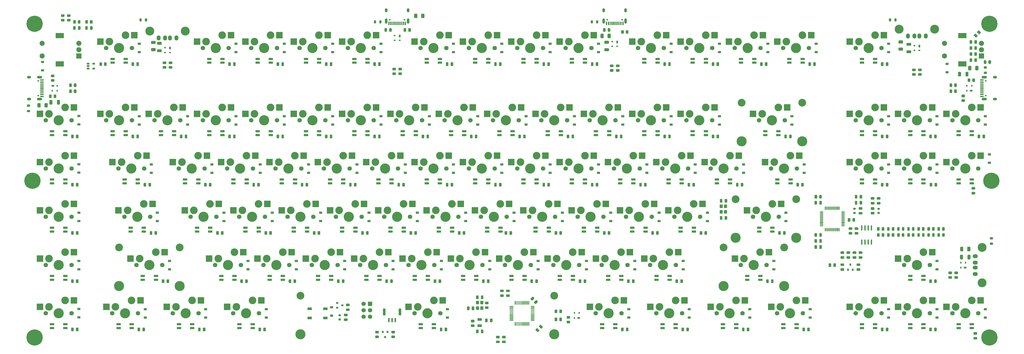
<source format=gbs>
%TF.GenerationSoftware,KiCad,Pcbnew,(5.1.10)-1*%
%TF.CreationDate,2021-10-11T22:19:29-04:00*%
%TF.ProjectId,custom_keyboard,63757374-6f6d-45f6-9b65-79626f617264,rev?*%
%TF.SameCoordinates,Original*%
%TF.FileFunction,Soldermask,Bot*%
%TF.FilePolarity,Negative*%
%FSLAX46Y46*%
G04 Gerber Fmt 4.6, Leading zero omitted, Abs format (unit mm)*
G04 Created by KiCad (PCBNEW (5.1.10)-1) date 2021-10-11 22:19:29*
%MOMM*%
%LPD*%
G01*
G04 APERTURE LIST*
%ADD10R,1.800000X1.000000*%
%ADD11R,1.060000X0.650000*%
%ADD12R,1.200000X0.900000*%
%ADD13R,2.000000X2.000000*%
%ADD14C,2.000000*%
%ADD15R,3.200000X2.000000*%
%ADD16R,0.700000X1.000000*%
%ADD17R,0.700000X0.600000*%
%ADD18O,0.588000X2.045000*%
%ADD19R,0.600000X1.450000*%
%ADD20R,0.300000X1.450000*%
%ADD21C,0.650000*%
%ADD22O,1.000000X2.100000*%
%ADD23O,1.000000X1.600000*%
%ADD24R,1.200000X1.400000*%
%ADD25C,3.500000*%
%ADD26O,1.500000X2.000000*%
%ADD27O,2.000000X1.500000*%
%ADD28R,0.900000X0.800000*%
%ADD29R,1.800000X1.100000*%
%ADD30R,0.800000X0.900000*%
%ADD31R,1.000000X0.700000*%
%ADD32R,0.600000X0.700000*%
%ADD33R,1.450000X0.600000*%
%ADD34R,1.450000X0.300000*%
%ADD35O,2.100000X1.000000*%
%ADD36O,1.600000X1.000000*%
%ADD37O,0.270000X1.500000*%
%ADD38O,1.500000X0.270000*%
%ADD39R,1.800000X0.900000*%
%ADD40R,2.550000X2.500000*%
%ADD41C,3.000000*%
%ADD42C,1.750000*%
%ADD43C,4.000000*%
%ADD44C,3.048000*%
%ADD45C,3.987800*%
%ADD46C,6.400000*%
%ADD47R,1.700000X1.700000*%
%ADD48C,1.700000*%
G04 APERTURE END LIST*
D10*
%TO.C,Y2*%
X314305200Y-298550100D03*
X314305200Y-296050100D03*
%TD*%
D11*
%TO.C,U12*%
X162221100Y-196993900D03*
X162221100Y-195093900D03*
X160021100Y-195093900D03*
X160021100Y-196043900D03*
X160021100Y-196993900D03*
%TD*%
%TO.C,R30*%
G36*
G01*
X258868050Y-295681400D02*
X259418050Y-295681400D01*
G75*
G02*
X259618050Y-295881400I0J-200000D01*
G01*
X259618050Y-296281400D01*
G75*
G02*
X259418050Y-296481400I-200000J0D01*
G01*
X258868050Y-296481400D01*
G75*
G02*
X258668050Y-296281400I0J200000D01*
G01*
X258668050Y-295881400D01*
G75*
G02*
X258868050Y-295681400I200000J0D01*
G01*
G37*
G36*
G01*
X258868050Y-294031400D02*
X259418050Y-294031400D01*
G75*
G02*
X259618050Y-294231400I0J-200000D01*
G01*
X259618050Y-294631400D01*
G75*
G02*
X259418050Y-294831400I-200000J0D01*
G01*
X258868050Y-294831400D01*
G75*
G02*
X258668050Y-294631400I0J200000D01*
G01*
X258668050Y-294231400D01*
G75*
G02*
X258868050Y-294031400I200000J0D01*
G01*
G37*
%TD*%
%TO.C,R23*%
G36*
G01*
X471732800Y-252765300D02*
X471182800Y-252765300D01*
G75*
G02*
X470982800Y-252565300I0J200000D01*
G01*
X470982800Y-252165300D01*
G75*
G02*
X471182800Y-251965300I200000J0D01*
G01*
X471732800Y-251965300D01*
G75*
G02*
X471932800Y-252165300I0J-200000D01*
G01*
X471932800Y-252565300D01*
G75*
G02*
X471732800Y-252765300I-200000J0D01*
G01*
G37*
G36*
G01*
X471732800Y-254415300D02*
X471182800Y-254415300D01*
G75*
G02*
X470982800Y-254215300I0J200000D01*
G01*
X470982800Y-253815300D01*
G75*
G02*
X471182800Y-253615300I200000J0D01*
G01*
X471732800Y-253615300D01*
G75*
G02*
X471932800Y-253815300I0J-200000D01*
G01*
X471932800Y-254215300D01*
G75*
G02*
X471732800Y-254415300I-200000J0D01*
G01*
G37*
%TD*%
%TO.C,R21*%
G36*
G01*
X461658400Y-253615300D02*
X462208400Y-253615300D01*
G75*
G02*
X462408400Y-253815300I0J-200000D01*
G01*
X462408400Y-254215300D01*
G75*
G02*
X462208400Y-254415300I-200000J0D01*
G01*
X461658400Y-254415300D01*
G75*
G02*
X461458400Y-254215300I0J200000D01*
G01*
X461458400Y-253815300D01*
G75*
G02*
X461658400Y-253615300I200000J0D01*
G01*
G37*
G36*
G01*
X461658400Y-251965300D02*
X462208400Y-251965300D01*
G75*
G02*
X462408400Y-252165300I0J-200000D01*
G01*
X462408400Y-252565300D01*
G75*
G02*
X462208400Y-252765300I-200000J0D01*
G01*
X461658400Y-252765300D01*
G75*
G02*
X461458400Y-252565300I0J200000D01*
G01*
X461458400Y-252165300D01*
G75*
G02*
X461658400Y-251965300I200000J0D01*
G01*
G37*
%TD*%
%TO.C,UD7*%
G36*
G01*
X496512500Y-263170950D02*
X496512500Y-262258450D01*
G75*
G02*
X496756250Y-262014700I243750J0D01*
G01*
X497243750Y-262014700D01*
G75*
G02*
X497487500Y-262258450I0J-243750D01*
G01*
X497487500Y-263170950D01*
G75*
G02*
X497243750Y-263414700I-243750J0D01*
G01*
X496756250Y-263414700D01*
G75*
G02*
X496512500Y-263170950I0J243750D01*
G01*
G37*
G36*
G01*
X494637500Y-263170950D02*
X494637500Y-262258450D01*
G75*
G02*
X494881250Y-262014700I243750J0D01*
G01*
X495368750Y-262014700D01*
G75*
G02*
X495612500Y-262258450I0J-243750D01*
G01*
X495612500Y-263170950D01*
G75*
G02*
X495368750Y-263414700I-243750J0D01*
G01*
X494881250Y-263414700D01*
G75*
G02*
X494637500Y-263170950I0J243750D01*
G01*
G37*
%TD*%
%TO.C,UD6*%
G36*
G01*
X492544000Y-263170950D02*
X492544000Y-262258450D01*
G75*
G02*
X492787750Y-262014700I243750J0D01*
G01*
X493275250Y-262014700D01*
G75*
G02*
X493519000Y-262258450I0J-243750D01*
G01*
X493519000Y-263170950D01*
G75*
G02*
X493275250Y-263414700I-243750J0D01*
G01*
X492787750Y-263414700D01*
G75*
G02*
X492544000Y-263170950I0J243750D01*
G01*
G37*
G36*
G01*
X490669000Y-263170950D02*
X490669000Y-262258450D01*
G75*
G02*
X490912750Y-262014700I243750J0D01*
G01*
X491400250Y-262014700D01*
G75*
G02*
X491644000Y-262258450I0J-243750D01*
G01*
X491644000Y-263170950D01*
G75*
G02*
X491400250Y-263414700I-243750J0D01*
G01*
X490912750Y-263414700D01*
G75*
G02*
X490669000Y-263170950I0J243750D01*
G01*
G37*
%TD*%
%TO.C,UD5*%
G36*
G01*
X488575500Y-263170950D02*
X488575500Y-262258450D01*
G75*
G02*
X488819250Y-262014700I243750J0D01*
G01*
X489306750Y-262014700D01*
G75*
G02*
X489550500Y-262258450I0J-243750D01*
G01*
X489550500Y-263170950D01*
G75*
G02*
X489306750Y-263414700I-243750J0D01*
G01*
X488819250Y-263414700D01*
G75*
G02*
X488575500Y-263170950I0J243750D01*
G01*
G37*
G36*
G01*
X486700500Y-263170950D02*
X486700500Y-262258450D01*
G75*
G02*
X486944250Y-262014700I243750J0D01*
G01*
X487431750Y-262014700D01*
G75*
G02*
X487675500Y-262258450I0J-243750D01*
G01*
X487675500Y-263170950D01*
G75*
G02*
X487431750Y-263414700I-243750J0D01*
G01*
X486944250Y-263414700D01*
G75*
G02*
X486700500Y-263170950I0J243750D01*
G01*
G37*
%TD*%
%TO.C,UD4*%
G36*
G01*
X483707000Y-259877350D02*
X483707000Y-260789850D01*
G75*
G02*
X483463250Y-261033600I-243750J0D01*
G01*
X482975750Y-261033600D01*
G75*
G02*
X482732000Y-260789850I0J243750D01*
G01*
X482732000Y-259877350D01*
G75*
G02*
X482975750Y-259633600I243750J0D01*
G01*
X483463250Y-259633600D01*
G75*
G02*
X483707000Y-259877350I0J-243750D01*
G01*
G37*
G36*
G01*
X485582000Y-259877350D02*
X485582000Y-260789850D01*
G75*
G02*
X485338250Y-261033600I-243750J0D01*
G01*
X484850750Y-261033600D01*
G75*
G02*
X484607000Y-260789850I0J243750D01*
G01*
X484607000Y-259877350D01*
G75*
G02*
X484850750Y-259633600I243750J0D01*
G01*
X485338250Y-259633600D01*
G75*
G02*
X485582000Y-259877350I0J-243750D01*
G01*
G37*
%TD*%
%TO.C,UD3*%
G36*
G01*
X479738500Y-259877350D02*
X479738500Y-260789850D01*
G75*
G02*
X479494750Y-261033600I-243750J0D01*
G01*
X479007250Y-261033600D01*
G75*
G02*
X478763500Y-260789850I0J243750D01*
G01*
X478763500Y-259877350D01*
G75*
G02*
X479007250Y-259633600I243750J0D01*
G01*
X479494750Y-259633600D01*
G75*
G02*
X479738500Y-259877350I0J-243750D01*
G01*
G37*
G36*
G01*
X481613500Y-259877350D02*
X481613500Y-260789850D01*
G75*
G02*
X481369750Y-261033600I-243750J0D01*
G01*
X480882250Y-261033600D01*
G75*
G02*
X480638500Y-260789850I0J243750D01*
G01*
X480638500Y-259877350D01*
G75*
G02*
X480882250Y-259633600I243750J0D01*
G01*
X481369750Y-259633600D01*
G75*
G02*
X481613500Y-259877350I0J-243750D01*
G01*
G37*
%TD*%
%TO.C,UD2*%
G36*
G01*
X475770000Y-259877350D02*
X475770000Y-260789850D01*
G75*
G02*
X475526250Y-261033600I-243750J0D01*
G01*
X475038750Y-261033600D01*
G75*
G02*
X474795000Y-260789850I0J243750D01*
G01*
X474795000Y-259877350D01*
G75*
G02*
X475038750Y-259633600I243750J0D01*
G01*
X475526250Y-259633600D01*
G75*
G02*
X475770000Y-259877350I0J-243750D01*
G01*
G37*
G36*
G01*
X477645000Y-259877350D02*
X477645000Y-260789850D01*
G75*
G02*
X477401250Y-261033600I-243750J0D01*
G01*
X476913750Y-261033600D01*
G75*
G02*
X476670000Y-260789850I0J243750D01*
G01*
X476670000Y-259877350D01*
G75*
G02*
X476913750Y-259633600I243750J0D01*
G01*
X477401250Y-259633600D01*
G75*
G02*
X477645000Y-259877350I0J-243750D01*
G01*
G37*
%TD*%
%TO.C,UD1*%
G36*
G01*
X471801500Y-259877350D02*
X471801500Y-260789850D01*
G75*
G02*
X471557750Y-261033600I-243750J0D01*
G01*
X471070250Y-261033600D01*
G75*
G02*
X470826500Y-260789850I0J243750D01*
G01*
X470826500Y-259877350D01*
G75*
G02*
X471070250Y-259633600I243750J0D01*
G01*
X471557750Y-259633600D01*
G75*
G02*
X471801500Y-259877350I0J-243750D01*
G01*
G37*
G36*
G01*
X473676500Y-259877350D02*
X473676500Y-260789850D01*
G75*
G02*
X473432750Y-261033600I-243750J0D01*
G01*
X472945250Y-261033600D01*
G75*
G02*
X472701500Y-260789850I0J243750D01*
G01*
X472701500Y-259877350D01*
G75*
G02*
X472945250Y-259633600I243750J0D01*
G01*
X473432750Y-259633600D01*
G75*
G02*
X473676500Y-259877350I0J-243750D01*
G01*
G37*
%TD*%
%TO.C,D10*%
G36*
G01*
X459889750Y-261577300D02*
X460802250Y-261577300D01*
G75*
G02*
X461046000Y-261821050I0J-243750D01*
G01*
X461046000Y-262308550D01*
G75*
G02*
X460802250Y-262552300I-243750J0D01*
G01*
X459889750Y-262552300D01*
G75*
G02*
X459646000Y-262308550I0J243750D01*
G01*
X459646000Y-261821050D01*
G75*
G02*
X459889750Y-261577300I243750J0D01*
G01*
G37*
G36*
G01*
X459889750Y-259702300D02*
X460802250Y-259702300D01*
G75*
G02*
X461046000Y-259946050I0J-243750D01*
G01*
X461046000Y-260433550D01*
G75*
G02*
X460802250Y-260677300I-243750J0D01*
G01*
X459889750Y-260677300D01*
G75*
G02*
X459646000Y-260433550I0J243750D01*
G01*
X459646000Y-259946050D01*
G75*
G02*
X459889750Y-259702300I243750J0D01*
G01*
G37*
%TD*%
%TO.C,C34*%
G36*
G01*
X506486900Y-272095401D02*
X506486900Y-270795399D01*
G75*
G02*
X506736899Y-270545400I249999J0D01*
G01*
X507386901Y-270545400D01*
G75*
G02*
X507636900Y-270795399I0J-249999D01*
G01*
X507636900Y-272095401D01*
G75*
G02*
X507386901Y-272345400I-249999J0D01*
G01*
X506736899Y-272345400D01*
G75*
G02*
X506486900Y-272095401I0J249999D01*
G01*
G37*
G36*
G01*
X503536900Y-272095401D02*
X503536900Y-270795399D01*
G75*
G02*
X503786899Y-270545400I249999J0D01*
G01*
X504436901Y-270545400D01*
G75*
G02*
X504686900Y-270795399I0J-249999D01*
G01*
X504686900Y-272095401D01*
G75*
G02*
X504436901Y-272345400I-249999J0D01*
G01*
X503786899Y-272345400D01*
G75*
G02*
X503536900Y-272095401I0J249999D01*
G01*
G37*
%TD*%
%TO.C,C25*%
G36*
G01*
X187456899Y-189403750D02*
X188756901Y-189403750D01*
G75*
G02*
X189006900Y-189653749I0J-249999D01*
G01*
X189006900Y-190303751D01*
G75*
G02*
X188756901Y-190553750I-249999J0D01*
G01*
X187456899Y-190553750D01*
G75*
G02*
X187206900Y-190303751I0J249999D01*
G01*
X187206900Y-189653749D01*
G75*
G02*
X187456899Y-189403750I249999J0D01*
G01*
G37*
G36*
G01*
X187456899Y-186453750D02*
X188756901Y-186453750D01*
G75*
G02*
X189006900Y-186703749I0J-249999D01*
G01*
X189006900Y-187353751D01*
G75*
G02*
X188756901Y-187603750I-249999J0D01*
G01*
X187456899Y-187603750D01*
G75*
G02*
X187206900Y-187353751I0J249999D01*
G01*
X187206900Y-186703749D01*
G75*
G02*
X187456899Y-186453750I249999J0D01*
G01*
G37*
%TD*%
%TO.C,C23*%
G36*
G01*
X147734500Y-210980501D02*
X147734500Y-209680499D01*
G75*
G02*
X147984499Y-209430500I249999J0D01*
G01*
X148634501Y-209430500D01*
G75*
G02*
X148884500Y-209680499I0J-249999D01*
G01*
X148884500Y-210980501D01*
G75*
G02*
X148634501Y-211230500I-249999J0D01*
G01*
X147984499Y-211230500D01*
G75*
G02*
X147734500Y-210980501I0J249999D01*
G01*
G37*
G36*
G01*
X144784500Y-210980501D02*
X144784500Y-209680499D01*
G75*
G02*
X145034499Y-209430500I249999J0D01*
G01*
X145684501Y-209430500D01*
G75*
G02*
X145934500Y-209680499I0J-249999D01*
G01*
X145934500Y-210980501D01*
G75*
G02*
X145684501Y-211230500I-249999J0D01*
G01*
X145034499Y-211230500D01*
G75*
G02*
X144784500Y-210980501I0J249999D01*
G01*
G37*
%TD*%
%TO.C,C13*%
G36*
G01*
X482713299Y-189800600D02*
X484013301Y-189800600D01*
G75*
G02*
X484263300Y-190050599I0J-249999D01*
G01*
X484263300Y-190700601D01*
G75*
G02*
X484013301Y-190950600I-249999J0D01*
G01*
X482713299Y-190950600D01*
G75*
G02*
X482463300Y-190700601I0J249999D01*
G01*
X482463300Y-190050599D01*
G75*
G02*
X482713299Y-189800600I249999J0D01*
G01*
G37*
G36*
G01*
X482713299Y-186850600D02*
X484013301Y-186850600D01*
G75*
G02*
X484263300Y-187100599I0J-249999D01*
G01*
X484263300Y-187750601D01*
G75*
G02*
X484013301Y-188000600I-249999J0D01*
G01*
X482713299Y-188000600D01*
G75*
G02*
X482463300Y-187750601I0J249999D01*
G01*
X482463300Y-187100599D01*
G75*
G02*
X482713299Y-186850600I249999J0D01*
G01*
G37*
%TD*%
%TO.C,C10*%
G36*
G01*
X503893200Y-198568699D02*
X503893200Y-199868701D01*
G75*
G02*
X503643201Y-200118700I-249999J0D01*
G01*
X502993199Y-200118700D01*
G75*
G02*
X502743200Y-199868701I0J249999D01*
G01*
X502743200Y-198568699D01*
G75*
G02*
X502993199Y-198318700I249999J0D01*
G01*
X503643201Y-198318700D01*
G75*
G02*
X503893200Y-198568699I0J-249999D01*
G01*
G37*
G36*
G01*
X506843200Y-198568699D02*
X506843200Y-199868701D01*
G75*
G02*
X506593201Y-200118700I-249999J0D01*
G01*
X505943199Y-200118700D01*
G75*
G02*
X505693200Y-199868701I0J249999D01*
G01*
X505693200Y-198568699D01*
G75*
G02*
X505943199Y-198318700I249999J0D01*
G01*
X506593201Y-198318700D01*
G75*
G02*
X506843200Y-198568699I0J-249999D01*
G01*
G37*
%TD*%
%TO.C,C2*%
G36*
G01*
X363658299Y-189006900D02*
X364958301Y-189006900D01*
G75*
G02*
X365208300Y-189256899I0J-249999D01*
G01*
X365208300Y-189906901D01*
G75*
G02*
X364958301Y-190156900I-249999J0D01*
G01*
X363658299Y-190156900D01*
G75*
G02*
X363408300Y-189906901I0J249999D01*
G01*
X363408300Y-189256899D01*
G75*
G02*
X363658299Y-189006900I249999J0D01*
G01*
G37*
G36*
G01*
X363658299Y-186056900D02*
X364958301Y-186056900D01*
G75*
G02*
X365208300Y-186306899I0J-249999D01*
G01*
X365208300Y-186956901D01*
G75*
G02*
X364958301Y-187206900I-249999J0D01*
G01*
X363658299Y-187206900D01*
G75*
G02*
X363408300Y-186956901I0J249999D01*
G01*
X363408300Y-186306899D01*
G75*
G02*
X363658299Y-186056900I249999J0D01*
G01*
G37*
%TD*%
%TO.C,C7*%
G36*
G01*
X509211700Y-194137800D02*
X509211700Y-193187800D01*
G75*
G02*
X509461700Y-192937800I250000J0D01*
G01*
X509961700Y-192937800D01*
G75*
G02*
X510211700Y-193187800I0J-250000D01*
G01*
X510211700Y-194137800D01*
G75*
G02*
X509961700Y-194387800I-250000J0D01*
G01*
X509461700Y-194387800D01*
G75*
G02*
X509211700Y-194137800I0J250000D01*
G01*
G37*
G36*
G01*
X507311700Y-194137800D02*
X507311700Y-193187800D01*
G75*
G02*
X507561700Y-192937800I250000J0D01*
G01*
X508061700Y-192937800D01*
G75*
G02*
X508311700Y-193187800I0J-250000D01*
G01*
X508311700Y-194137800D01*
G75*
G02*
X508061700Y-194387800I-250000J0D01*
G01*
X507561700Y-194387800D01*
G75*
G02*
X507311700Y-194137800I0J250000D01*
G01*
G37*
%TD*%
%TO.C,C8*%
G36*
G01*
X508311700Y-186044500D02*
X508311700Y-186994500D01*
G75*
G02*
X508061700Y-187244500I-250000J0D01*
G01*
X507561700Y-187244500D01*
G75*
G02*
X507311700Y-186994500I0J250000D01*
G01*
X507311700Y-186044500D01*
G75*
G02*
X507561700Y-185794500I250000J0D01*
G01*
X508061700Y-185794500D01*
G75*
G02*
X508311700Y-186044500I0J-250000D01*
G01*
G37*
G36*
G01*
X510211700Y-186044500D02*
X510211700Y-186994500D01*
G75*
G02*
X509961700Y-187244500I-250000J0D01*
G01*
X509461700Y-187244500D01*
G75*
G02*
X509211700Y-186994500I0J250000D01*
G01*
X509211700Y-186044500D01*
G75*
G02*
X509461700Y-185794500I250000J0D01*
G01*
X509961700Y-185794500D01*
G75*
G02*
X510211700Y-186044500I0J-250000D01*
G01*
G37*
%TD*%
%TO.C,C1*%
G36*
G01*
X311183550Y-292159750D02*
X311183550Y-291209750D01*
G75*
G02*
X311433550Y-290959750I250000J0D01*
G01*
X311933550Y-290959750D01*
G75*
G02*
X312183550Y-291209750I0J-250000D01*
G01*
X312183550Y-292159750D01*
G75*
G02*
X311933550Y-292409750I-250000J0D01*
G01*
X311433550Y-292409750D01*
G75*
G02*
X311183550Y-292159750I0J250000D01*
G01*
G37*
G36*
G01*
X309283550Y-292159750D02*
X309283550Y-291209750D01*
G75*
G02*
X309533550Y-290959750I250000J0D01*
G01*
X310033550Y-290959750D01*
G75*
G02*
X310283550Y-291209750I0J-250000D01*
G01*
X310283550Y-292159750D01*
G75*
G02*
X310033550Y-292409750I-250000J0D01*
G01*
X309533550Y-292409750D01*
G75*
G02*
X309283550Y-292159750I0J250000D01*
G01*
G37*
%TD*%
%TO.C,C3*%
G36*
G01*
X314755200Y-287794400D02*
X314755200Y-286844400D01*
G75*
G02*
X315005200Y-286594400I250000J0D01*
G01*
X315505200Y-286594400D01*
G75*
G02*
X315755200Y-286844400I0J-250000D01*
G01*
X315755200Y-287794400D01*
G75*
G02*
X315505200Y-288044400I-250000J0D01*
G01*
X315005200Y-288044400D01*
G75*
G02*
X314755200Y-287794400I0J250000D01*
G01*
G37*
G36*
G01*
X312855200Y-287794400D02*
X312855200Y-286844400D01*
G75*
G02*
X313105200Y-286594400I250000J0D01*
G01*
X313605200Y-286594400D01*
G75*
G02*
X313855200Y-286844400I0J-250000D01*
G01*
X313855200Y-287794400D01*
G75*
G02*
X313605200Y-288044400I-250000J0D01*
G01*
X313105200Y-288044400D01*
G75*
G02*
X312855200Y-287794400I0J250000D01*
G01*
G37*
%TD*%
%TO.C,C37*%
G36*
G01*
X464789500Y-270201700D02*
X463839500Y-270201700D01*
G75*
G02*
X463589500Y-269951700I0J250000D01*
G01*
X463589500Y-269451700D01*
G75*
G02*
X463839500Y-269201700I250000J0D01*
G01*
X464789500Y-269201700D01*
G75*
G02*
X465039500Y-269451700I0J-250000D01*
G01*
X465039500Y-269951700D01*
G75*
G02*
X464789500Y-270201700I-250000J0D01*
G01*
G37*
G36*
G01*
X464789500Y-272101700D02*
X463839500Y-272101700D01*
G75*
G02*
X463589500Y-271851700I0J250000D01*
G01*
X463589500Y-271351700D01*
G75*
G02*
X463839500Y-271101700I250000J0D01*
G01*
X464789500Y-271101700D01*
G75*
G02*
X465039500Y-271351700I0J-250000D01*
G01*
X465039500Y-271851700D01*
G75*
G02*
X464789500Y-272101700I-250000J0D01*
G01*
G37*
%TD*%
%TO.C,C11*%
G36*
G01*
X468601700Y-249671800D02*
X469551700Y-249671800D01*
G75*
G02*
X469801700Y-249921800I0J-250000D01*
G01*
X469801700Y-250421800D01*
G75*
G02*
X469551700Y-250671800I-250000J0D01*
G01*
X468601700Y-250671800D01*
G75*
G02*
X468351700Y-250421800I0J250000D01*
G01*
X468351700Y-249921800D01*
G75*
G02*
X468601700Y-249671800I250000J0D01*
G01*
G37*
G36*
G01*
X468601700Y-247771800D02*
X469551700Y-247771800D01*
G75*
G02*
X469801700Y-248021800I0J-250000D01*
G01*
X469801700Y-248521800D01*
G75*
G02*
X469551700Y-248771800I-250000J0D01*
G01*
X468601700Y-248771800D01*
G75*
G02*
X468351700Y-248521800I0J250000D01*
G01*
X468351700Y-248021800D01*
G75*
G02*
X468601700Y-247771800I250000J0D01*
G01*
G37*
%TD*%
%TO.C,C32*%
G36*
G01*
X409892900Y-255493250D02*
X409892900Y-256443250D01*
G75*
G02*
X409642900Y-256693250I-250000J0D01*
G01*
X409142900Y-256693250D01*
G75*
G02*
X408892900Y-256443250I0J250000D01*
G01*
X408892900Y-255493250D01*
G75*
G02*
X409142900Y-255243250I250000J0D01*
G01*
X409642900Y-255243250D01*
G75*
G02*
X409892900Y-255493250I0J-250000D01*
G01*
G37*
G36*
G01*
X411792900Y-255493250D02*
X411792900Y-256443250D01*
G75*
G02*
X411542900Y-256693250I-250000J0D01*
G01*
X411042900Y-256693250D01*
G75*
G02*
X410792900Y-256443250I0J250000D01*
G01*
X410792900Y-255493250D01*
G75*
G02*
X411042900Y-255243250I250000J0D01*
G01*
X411542900Y-255243250D01*
G75*
G02*
X411792900Y-255493250I0J-250000D01*
G01*
G37*
%TD*%
%TO.C,C33*%
G36*
G01*
X410792900Y-249696800D02*
X410792900Y-248746800D01*
G75*
G02*
X411042900Y-248496800I250000J0D01*
G01*
X411542900Y-248496800D01*
G75*
G02*
X411792900Y-248746800I0J-250000D01*
G01*
X411792900Y-249696800D01*
G75*
G02*
X411542900Y-249946800I-250000J0D01*
G01*
X411042900Y-249946800D01*
G75*
G02*
X410792900Y-249696800I0J250000D01*
G01*
G37*
G36*
G01*
X408892900Y-249696800D02*
X408892900Y-248746800D01*
G75*
G02*
X409142900Y-248496800I250000J0D01*
G01*
X409642900Y-248496800D01*
G75*
G02*
X409892900Y-248746800I0J-250000D01*
G01*
X409892900Y-249696800D01*
G75*
G02*
X409642900Y-249946800I-250000J0D01*
G01*
X409142900Y-249946800D01*
G75*
G02*
X408892900Y-249696800I0J250000D01*
G01*
G37*
%TD*%
D12*
%TO.C,KD15*%
X156358900Y-215761200D03*
X156358900Y-219061200D03*
%TD*%
%TO.C,KD33*%
X156358900Y-234810000D03*
X156358900Y-238110000D03*
%TD*%
%TO.C,KD51*%
X156358900Y-253921400D03*
X156358900Y-257221400D03*
%TD*%
%TO.C,KD65*%
X156358900Y-272970200D03*
X156358900Y-276270200D03*
%TD*%
%TO.C,KD80*%
X182551000Y-292019000D03*
X182551000Y-295319000D03*
%TD*%
%TO.C,KD1*%
X180169900Y-187250600D03*
X180169900Y-190550600D03*
%TD*%
%TO.C,KD16*%
X180169900Y-215823800D03*
X180169900Y-219123800D03*
%TD*%
%TO.C,KD34*%
X184932100Y-234872600D03*
X184932100Y-238172600D03*
%TD*%
%TO.C,KD52*%
X187313200Y-253921400D03*
X187313200Y-257221400D03*
%TD*%
%TO.C,KD79*%
X156358900Y-291956400D03*
X156358900Y-295256400D03*
%TD*%
%TO.C,KD2*%
X218267500Y-187250600D03*
X218267500Y-190550600D03*
%TD*%
%TO.C,KD18*%
X218267500Y-215823800D03*
X218267500Y-219123800D03*
%TD*%
%TO.C,KD36*%
X227791900Y-234872600D03*
X227791900Y-238172600D03*
%TD*%
%TO.C,KD54*%
X232554100Y-253921400D03*
X232554100Y-257221400D03*
%TD*%
%TO.C,KD67*%
X223029700Y-272970200D03*
X223029700Y-276270200D03*
%TD*%
%TO.C,KD82*%
X230173000Y-292019000D03*
X230173000Y-295319000D03*
%TD*%
%TO.C,KD17*%
X199218700Y-215823800D03*
X199218700Y-219123800D03*
%TD*%
%TO.C,KD35*%
X208743100Y-234872600D03*
X208743100Y-238172600D03*
%TD*%
%TO.C,KD53*%
X213505300Y-253921400D03*
X213505300Y-257221400D03*
%TD*%
%TO.C,KD66*%
X192075400Y-272970200D03*
X192075400Y-276270200D03*
%TD*%
%TO.C,KD81*%
X206362000Y-292019000D03*
X206362000Y-295319000D03*
%TD*%
%TO.C,KD3*%
X237316300Y-187250600D03*
X237316300Y-190550600D03*
%TD*%
%TO.C,KD19*%
X237316300Y-215823800D03*
X237316300Y-219123800D03*
%TD*%
%TO.C,KD37*%
X246840700Y-234872600D03*
X246840700Y-238172600D03*
%TD*%
%TO.C,KD55*%
X251602900Y-253921400D03*
X251602900Y-257221400D03*
%TD*%
%TO.C,KD68*%
X242078500Y-272970200D03*
X242078500Y-276270200D03*
%TD*%
%TO.C,KD70*%
X280176100Y-272970200D03*
X280176100Y-276270200D03*
%TD*%
%TO.C,KD4*%
X256365100Y-187250600D03*
X256365100Y-190550600D03*
%TD*%
%TO.C,KD20*%
X256365100Y-215823800D03*
X256365100Y-219123800D03*
%TD*%
%TO.C,KD38*%
X265889500Y-234872600D03*
X265889500Y-238172600D03*
%TD*%
%TO.C,KD56*%
X270651700Y-253921400D03*
X270651700Y-257221400D03*
%TD*%
%TO.C,KD69*%
X261127300Y-272970200D03*
X261127300Y-276270200D03*
%TD*%
%TO.C,KD5*%
X275413900Y-187250600D03*
X275413900Y-190550600D03*
%TD*%
%TO.C,KD21*%
X275413900Y-215823800D03*
X275413900Y-219123800D03*
%TD*%
%TO.C,KD39*%
X284938300Y-234872600D03*
X284938300Y-238172600D03*
%TD*%
%TO.C,KD57*%
X289700500Y-253921400D03*
X289700500Y-257221400D03*
%TD*%
%TO.C,KD71*%
X299224900Y-272970200D03*
X299224900Y-276270200D03*
%TD*%
%TO.C,KD83*%
X301606000Y-292019000D03*
X301606000Y-295319000D03*
%TD*%
%TO.C,KD6*%
X303987100Y-187250600D03*
X303987100Y-190550600D03*
%TD*%
%TO.C,KD22*%
X294462700Y-215823800D03*
X294462700Y-219123800D03*
%TD*%
%TO.C,KD40*%
X303987100Y-234872600D03*
X303987100Y-238172600D03*
%TD*%
%TO.C,KD58*%
X308749300Y-253921400D03*
X308749300Y-257221400D03*
%TD*%
%TO.C,KD72*%
X318273700Y-272970200D03*
X318273700Y-276270200D03*
%TD*%
%TO.C,KD7*%
X323035900Y-187250600D03*
X323035900Y-190550600D03*
%TD*%
%TO.C,KD23*%
X313511500Y-215823800D03*
X313511500Y-219123800D03*
%TD*%
%TO.C,KD41*%
X323035900Y-234872600D03*
X323035900Y-238172600D03*
%TD*%
%TO.C,KD59*%
X327798100Y-253921400D03*
X327798100Y-257221400D03*
%TD*%
%TO.C,KD73*%
X337322500Y-272970200D03*
X337322500Y-276270200D03*
%TD*%
%TO.C,KD8*%
X342084700Y-187250600D03*
X342084700Y-190550600D03*
%TD*%
%TO.C,KD24*%
X332560300Y-215823800D03*
X332560300Y-219123800D03*
%TD*%
%TO.C,KD42*%
X342084700Y-234872600D03*
X342084700Y-238172600D03*
%TD*%
%TO.C,KD60*%
X346846900Y-253921400D03*
X346846900Y-257221400D03*
%TD*%
%TO.C,KD74*%
X356371300Y-272970200D03*
X356371300Y-276270200D03*
%TD*%
%TO.C,KD9*%
X361133500Y-187250600D03*
X361133500Y-190550600D03*
%TD*%
%TO.C,KD25*%
X351609100Y-215823800D03*
X351609100Y-219123800D03*
%TD*%
%TO.C,KD43*%
X361133500Y-234872600D03*
X361133500Y-238172600D03*
%TD*%
%TO.C,KD61*%
X365895700Y-253921400D03*
X365895700Y-257221400D03*
%TD*%
%TO.C,KD75*%
X375420100Y-272970200D03*
X375420100Y-276270200D03*
%TD*%
%TO.C,KD84*%
X373039000Y-292019000D03*
X373039000Y-295319000D03*
%TD*%
%TO.C,KD10*%
X389706700Y-187250600D03*
X389706700Y-190550600D03*
%TD*%
%TO.C,KD26*%
X370657900Y-215823800D03*
X370657900Y-219123800D03*
%TD*%
%TO.C,KD44*%
X380182300Y-234872600D03*
X380182300Y-238172600D03*
%TD*%
%TO.C,KD62*%
X384944500Y-253921400D03*
X384944500Y-257221400D03*
%TD*%
%TO.C,KD76*%
X394468900Y-272970200D03*
X394468900Y-276270200D03*
%TD*%
%TO.C,KD11*%
X408755500Y-187250600D03*
X408755500Y-190550600D03*
%TD*%
%TO.C,KD27*%
X389706700Y-215823800D03*
X389706700Y-219123800D03*
%TD*%
%TO.C,KD45*%
X399231100Y-234872600D03*
X399231100Y-238172600D03*
%TD*%
%TO.C,KD63*%
X403993300Y-253921400D03*
X403993300Y-257221400D03*
%TD*%
%TO.C,KD85*%
X396850000Y-292019000D03*
X396850000Y-295319000D03*
%TD*%
%TO.C,KD86*%
X420661000Y-292019000D03*
X420661000Y-295319000D03*
%TD*%
%TO.C,KD12*%
X427804300Y-187250600D03*
X427804300Y-190550600D03*
%TD*%
%TO.C,KD28*%
X408755500Y-215823800D03*
X408755500Y-219123800D03*
%TD*%
%TO.C,KD46*%
X418279900Y-234872600D03*
X418279900Y-238172600D03*
%TD*%
%TO.C,KD87*%
X444472000Y-292019000D03*
X444472000Y-295319000D03*
%TD*%
%TO.C,KD13*%
X446853100Y-187250600D03*
X446853100Y-190550600D03*
%TD*%
%TO.C,KD29*%
X437328700Y-215823800D03*
X437328700Y-219123800D03*
%TD*%
%TO.C,KD47*%
X442090900Y-234872600D03*
X442090900Y-238172600D03*
%TD*%
%TO.C,KD64*%
X434947600Y-253921400D03*
X434947600Y-257221400D03*
%TD*%
%TO.C,KD77*%
X430185400Y-272970200D03*
X430185400Y-276270200D03*
%TD*%
%TO.C,KD88*%
X475426300Y-292019000D03*
X475426300Y-295319000D03*
%TD*%
%TO.C,KD14*%
X475426300Y-187250600D03*
X475426300Y-190550600D03*
%TD*%
%TO.C,KD30*%
X475426300Y-215823800D03*
X475426300Y-219123800D03*
%TD*%
%TO.C,KD48*%
X475426300Y-234872600D03*
X475426300Y-238172600D03*
%TD*%
%TO.C,KD31*%
X494475100Y-215823800D03*
X494475100Y-219123800D03*
%TD*%
%TO.C,KD49*%
X494475100Y-234872600D03*
X494475100Y-238172600D03*
%TD*%
%TO.C,KD78*%
X494475100Y-272970200D03*
X494475100Y-276270200D03*
%TD*%
%TO.C,KD89*%
X494475100Y-292019000D03*
X494475100Y-295319000D03*
%TD*%
%TO.C,KD32*%
X513523900Y-215823800D03*
X513523900Y-219123800D03*
%TD*%
%TO.C,KD50*%
X515111300Y-230904100D03*
X515111300Y-234204100D03*
%TD*%
%TO.C,KD90*%
X513523900Y-292019000D03*
X513523900Y-295319000D03*
%TD*%
%TO.C,R14*%
G36*
G01*
X508361700Y-190831698D02*
X508361700Y-191731702D01*
G75*
G02*
X508111702Y-191981700I-249998J0D01*
G01*
X507586698Y-191981700D01*
G75*
G02*
X507336700Y-191731702I0J249998D01*
G01*
X507336700Y-190831698D01*
G75*
G02*
X507586698Y-190581700I249998J0D01*
G01*
X508111702Y-190581700D01*
G75*
G02*
X508361700Y-190831698I0J-249998D01*
G01*
G37*
G36*
G01*
X510186700Y-190831698D02*
X510186700Y-191731702D01*
G75*
G02*
X509936702Y-191981700I-249998J0D01*
G01*
X509411698Y-191981700D01*
G75*
G02*
X509161700Y-191731702I0J249998D01*
G01*
X509161700Y-190831698D01*
G75*
G02*
X509411698Y-190581700I249998J0D01*
G01*
X509936702Y-190581700D01*
G75*
G02*
X510186700Y-190831698I0J-249998D01*
G01*
G37*
%TD*%
%TO.C,R15*%
G36*
G01*
X510950143Y-183380056D02*
X510313744Y-182743657D01*
G75*
G02*
X510313744Y-182390107I176775J176775D01*
G01*
X510684977Y-182018874D01*
G75*
G02*
X511038527Y-182018874I176775J-176775D01*
G01*
X511674926Y-182655273D01*
G75*
G02*
X511674926Y-183008823I-176775J-176775D01*
G01*
X511303693Y-183380056D01*
G75*
G02*
X510950143Y-183380056I-176775J176775D01*
G01*
G37*
G36*
G01*
X509659673Y-184670526D02*
X509023274Y-184034127D01*
G75*
G02*
X509023274Y-183680577I176775J176775D01*
G01*
X509394507Y-183309344D01*
G75*
G02*
X509748057Y-183309344I176775J-176775D01*
G01*
X510384456Y-183945743D01*
G75*
G02*
X510384456Y-184299293I-176775J-176775D01*
G01*
X510013223Y-184670526D01*
G75*
G02*
X509659673Y-184670526I-176775J176775D01*
G01*
G37*
%TD*%
%TO.C,R4*%
G36*
G01*
X282507198Y-198520100D02*
X283407202Y-198520100D01*
G75*
G02*
X283657200Y-198770098I0J-249998D01*
G01*
X283657200Y-199295102D01*
G75*
G02*
X283407202Y-199545100I-249998J0D01*
G01*
X282507198Y-199545100D01*
G75*
G02*
X282257200Y-199295102I0J249998D01*
G01*
X282257200Y-198770098D01*
G75*
G02*
X282507198Y-198520100I249998J0D01*
G01*
G37*
G36*
G01*
X282507198Y-196695100D02*
X283407202Y-196695100D01*
G75*
G02*
X283657200Y-196945098I0J-249998D01*
G01*
X283657200Y-197470102D01*
G75*
G02*
X283407202Y-197720100I-249998J0D01*
G01*
X282507198Y-197720100D01*
G75*
G02*
X282257200Y-197470102I0J249998D01*
G01*
X282257200Y-196945098D01*
G75*
G02*
X282507198Y-196695100I249998J0D01*
G01*
G37*
%TD*%
%TO.C,R2*%
G36*
G01*
X280126098Y-198520100D02*
X281026102Y-198520100D01*
G75*
G02*
X281276100Y-198770098I0J-249998D01*
G01*
X281276100Y-199295102D01*
G75*
G02*
X281026102Y-199545100I-249998J0D01*
G01*
X280126098Y-199545100D01*
G75*
G02*
X279876100Y-199295102I0J249998D01*
G01*
X279876100Y-198770098D01*
G75*
G02*
X280126098Y-198520100I249998J0D01*
G01*
G37*
G36*
G01*
X280126098Y-196695100D02*
X281026102Y-196695100D01*
G75*
G02*
X281276100Y-196945098I0J-249998D01*
G01*
X281276100Y-197470102D01*
G75*
G02*
X281026102Y-197720100I-249998J0D01*
G01*
X280126098Y-197720100D01*
G75*
G02*
X279876100Y-197470102I0J249998D01*
G01*
X279876100Y-196945098D01*
G75*
G02*
X280126098Y-196695100I249998J0D01*
G01*
G37*
%TD*%
%TO.C,R22*%
G36*
G01*
X468626698Y-253590300D02*
X469526702Y-253590300D01*
G75*
G02*
X469776700Y-253840298I0J-249998D01*
G01*
X469776700Y-254365302D01*
G75*
G02*
X469526702Y-254615300I-249998J0D01*
G01*
X468626698Y-254615300D01*
G75*
G02*
X468376700Y-254365302I0J249998D01*
G01*
X468376700Y-253840298D01*
G75*
G02*
X468626698Y-253590300I249998J0D01*
G01*
G37*
G36*
G01*
X468626698Y-251765300D02*
X469526702Y-251765300D01*
G75*
G02*
X469776700Y-252015298I0J-249998D01*
G01*
X469776700Y-252540302D01*
G75*
G02*
X469526702Y-252790300I-249998J0D01*
G01*
X468626698Y-252790300D01*
G75*
G02*
X468376700Y-252540302I0J249998D01*
G01*
X468376700Y-252015298D01*
G75*
G02*
X468626698Y-251765300I249998J0D01*
G01*
G37*
%TD*%
%TO.C,R1*%
G36*
G01*
X471851500Y-262264698D02*
X471851500Y-263164702D01*
G75*
G02*
X471601502Y-263414700I-249998J0D01*
G01*
X471076498Y-263414700D01*
G75*
G02*
X470826500Y-263164702I0J249998D01*
G01*
X470826500Y-262264698D01*
G75*
G02*
X471076498Y-262014700I249998J0D01*
G01*
X471601502Y-262014700D01*
G75*
G02*
X471851500Y-262264698I0J-249998D01*
G01*
G37*
G36*
G01*
X473676500Y-262264698D02*
X473676500Y-263164702D01*
G75*
G02*
X473426502Y-263414700I-249998J0D01*
G01*
X472901498Y-263414700D01*
G75*
G02*
X472651500Y-263164702I0J249998D01*
G01*
X472651500Y-262264698D01*
G75*
G02*
X472901498Y-262014700I249998J0D01*
G01*
X473426502Y-262014700D01*
G75*
G02*
X473676500Y-262264698I0J-249998D01*
G01*
G37*
%TD*%
%TO.C,R7*%
G36*
G01*
X475820000Y-262264698D02*
X475820000Y-263164702D01*
G75*
G02*
X475570002Y-263414700I-249998J0D01*
G01*
X475044998Y-263414700D01*
G75*
G02*
X474795000Y-263164702I0J249998D01*
G01*
X474795000Y-262264698D01*
G75*
G02*
X475044998Y-262014700I249998J0D01*
G01*
X475570002Y-262014700D01*
G75*
G02*
X475820000Y-262264698I0J-249998D01*
G01*
G37*
G36*
G01*
X477645000Y-262264698D02*
X477645000Y-263164702D01*
G75*
G02*
X477395002Y-263414700I-249998J0D01*
G01*
X476869998Y-263414700D01*
G75*
G02*
X476620000Y-263164702I0J249998D01*
G01*
X476620000Y-262264698D01*
G75*
G02*
X476869998Y-262014700I249998J0D01*
G01*
X477395002Y-262014700D01*
G75*
G02*
X477645000Y-262264698I0J-249998D01*
G01*
G37*
%TD*%
%TO.C,R17*%
G36*
G01*
X479788500Y-262264698D02*
X479788500Y-263164702D01*
G75*
G02*
X479538502Y-263414700I-249998J0D01*
G01*
X479013498Y-263414700D01*
G75*
G02*
X478763500Y-263164702I0J249998D01*
G01*
X478763500Y-262264698D01*
G75*
G02*
X479013498Y-262014700I249998J0D01*
G01*
X479538502Y-262014700D01*
G75*
G02*
X479788500Y-262264698I0J-249998D01*
G01*
G37*
G36*
G01*
X481613500Y-262264698D02*
X481613500Y-263164702D01*
G75*
G02*
X481363502Y-263414700I-249998J0D01*
G01*
X480838498Y-263414700D01*
G75*
G02*
X480588500Y-263164702I0J249998D01*
G01*
X480588500Y-262264698D01*
G75*
G02*
X480838498Y-262014700I249998J0D01*
G01*
X481363502Y-262014700D01*
G75*
G02*
X481613500Y-262264698I0J-249998D01*
G01*
G37*
%TD*%
%TO.C,R18*%
G36*
G01*
X483757000Y-262264698D02*
X483757000Y-263164702D01*
G75*
G02*
X483507002Y-263414700I-249998J0D01*
G01*
X482981998Y-263414700D01*
G75*
G02*
X482732000Y-263164702I0J249998D01*
G01*
X482732000Y-262264698D01*
G75*
G02*
X482981998Y-262014700I249998J0D01*
G01*
X483507002Y-262014700D01*
G75*
G02*
X483757000Y-262264698I0J-249998D01*
G01*
G37*
G36*
G01*
X485582000Y-262264698D02*
X485582000Y-263164702D01*
G75*
G02*
X485332002Y-263414700I-249998J0D01*
G01*
X484806998Y-263414700D01*
G75*
G02*
X484557000Y-263164702I0J249998D01*
G01*
X484557000Y-262264698D01*
G75*
G02*
X484806998Y-262014700I249998J0D01*
G01*
X485332002Y-262014700D01*
G75*
G02*
X485582000Y-262264698I0J-249998D01*
G01*
G37*
%TD*%
%TO.C,R26*%
G36*
G01*
X488525500Y-260783602D02*
X488525500Y-259883598D01*
G75*
G02*
X488775498Y-259633600I249998J0D01*
G01*
X489300502Y-259633600D01*
G75*
G02*
X489550500Y-259883598I0J-249998D01*
G01*
X489550500Y-260783602D01*
G75*
G02*
X489300502Y-261033600I-249998J0D01*
G01*
X488775498Y-261033600D01*
G75*
G02*
X488525500Y-260783602I0J249998D01*
G01*
G37*
G36*
G01*
X486700500Y-260783602D02*
X486700500Y-259883598D01*
G75*
G02*
X486950498Y-259633600I249998J0D01*
G01*
X487475502Y-259633600D01*
G75*
G02*
X487725500Y-259883598I0J-249998D01*
G01*
X487725500Y-260783602D01*
G75*
G02*
X487475502Y-261033600I-249998J0D01*
G01*
X486950498Y-261033600D01*
G75*
G02*
X486700500Y-260783602I0J249998D01*
G01*
G37*
%TD*%
%TO.C,R29*%
G36*
G01*
X492494000Y-260783602D02*
X492494000Y-259883598D01*
G75*
G02*
X492743998Y-259633600I249998J0D01*
G01*
X493269002Y-259633600D01*
G75*
G02*
X493519000Y-259883598I0J-249998D01*
G01*
X493519000Y-260783602D01*
G75*
G02*
X493269002Y-261033600I-249998J0D01*
G01*
X492743998Y-261033600D01*
G75*
G02*
X492494000Y-260783602I0J249998D01*
G01*
G37*
G36*
G01*
X490669000Y-260783602D02*
X490669000Y-259883598D01*
G75*
G02*
X490918998Y-259633600I249998J0D01*
G01*
X491444002Y-259633600D01*
G75*
G02*
X491694000Y-259883598I0J-249998D01*
G01*
X491694000Y-260783602D01*
G75*
G02*
X491444002Y-261033600I-249998J0D01*
G01*
X490918998Y-261033600D01*
G75*
G02*
X490669000Y-260783602I0J249998D01*
G01*
G37*
%TD*%
%TO.C,R32*%
G36*
G01*
X496462500Y-260783602D02*
X496462500Y-259883598D01*
G75*
G02*
X496712498Y-259633600I249998J0D01*
G01*
X497237502Y-259633600D01*
G75*
G02*
X497487500Y-259883598I0J-249998D01*
G01*
X497487500Y-260783602D01*
G75*
G02*
X497237502Y-261033600I-249998J0D01*
G01*
X496712498Y-261033600D01*
G75*
G02*
X496462500Y-260783602I0J249998D01*
G01*
G37*
G36*
G01*
X494637500Y-260783602D02*
X494637500Y-259883598D01*
G75*
G02*
X494887498Y-259633600I249998J0D01*
G01*
X495412502Y-259633600D01*
G75*
G02*
X495662500Y-259883598I0J-249998D01*
G01*
X495662500Y-260783602D01*
G75*
G02*
X495412502Y-261033600I-249998J0D01*
G01*
X494887498Y-261033600D01*
G75*
G02*
X494637500Y-260783602I0J249998D01*
G01*
G37*
%TD*%
%TO.C,R38*%
G36*
G01*
X463177102Y-260727300D02*
X462277098Y-260727300D01*
G75*
G02*
X462027100Y-260477302I0J249998D01*
G01*
X462027100Y-259952298D01*
G75*
G02*
X462277098Y-259702300I249998J0D01*
G01*
X463177102Y-259702300D01*
G75*
G02*
X463427100Y-259952298I0J-249998D01*
G01*
X463427100Y-260477302D01*
G75*
G02*
X463177102Y-260727300I-249998J0D01*
G01*
G37*
G36*
G01*
X463177102Y-262552300D02*
X462277098Y-262552300D01*
G75*
G02*
X462027100Y-262302302I0J249998D01*
G01*
X462027100Y-261777298D01*
G75*
G02*
X462277098Y-261527300I249998J0D01*
G01*
X463177102Y-261527300D01*
G75*
G02*
X463427100Y-261777298I0J-249998D01*
G01*
X463427100Y-262302302D01*
G75*
G02*
X463177102Y-262552300I-249998J0D01*
G01*
G37*
%TD*%
%TO.C,R9*%
G36*
G01*
X286132000Y-182207302D02*
X286132000Y-181307298D01*
G75*
G02*
X286381998Y-181057300I249998J0D01*
G01*
X286907002Y-181057300D01*
G75*
G02*
X287157000Y-181307298I0J-249998D01*
G01*
X287157000Y-182207302D01*
G75*
G02*
X286907002Y-182457300I-249998J0D01*
G01*
X286381998Y-182457300D01*
G75*
G02*
X286132000Y-182207302I0J249998D01*
G01*
G37*
G36*
G01*
X284307000Y-182207302D02*
X284307000Y-181307298D01*
G75*
G02*
X284556998Y-181057300I249998J0D01*
G01*
X285082002Y-181057300D01*
G75*
G02*
X285332000Y-181307298I0J-249998D01*
G01*
X285332000Y-182207302D01*
G75*
G02*
X285082002Y-182457300I-249998J0D01*
G01*
X284556998Y-182457300D01*
G75*
G02*
X284307000Y-182207302I0J249998D01*
G01*
G37*
%TD*%
%TO.C,R8*%
G36*
G01*
X277791850Y-181307298D02*
X277791850Y-182207302D01*
G75*
G02*
X277541852Y-182457300I-249998J0D01*
G01*
X277016848Y-182457300D01*
G75*
G02*
X276766850Y-182207302I0J249998D01*
G01*
X276766850Y-181307298D01*
G75*
G02*
X277016848Y-181057300I249998J0D01*
G01*
X277541852Y-181057300D01*
G75*
G02*
X277791850Y-181307298I0J-249998D01*
G01*
G37*
G36*
G01*
X279616850Y-181307298D02*
X279616850Y-182207302D01*
G75*
G02*
X279366852Y-182457300I-249998J0D01*
G01*
X278841848Y-182457300D01*
G75*
G02*
X278591850Y-182207302I0J249998D01*
G01*
X278591850Y-181307298D01*
G75*
G02*
X278841848Y-181057300I249998J0D01*
G01*
X279366852Y-181057300D01*
G75*
G02*
X279616850Y-181307298I0J-249998D01*
G01*
G37*
%TD*%
%TO.C,R41*%
G36*
G01*
X448046800Y-248084402D02*
X448046800Y-247184398D01*
G75*
G02*
X448296798Y-246934400I249998J0D01*
G01*
X448821802Y-246934400D01*
G75*
G02*
X449071800Y-247184398I0J-249998D01*
G01*
X449071800Y-248084402D01*
G75*
G02*
X448821802Y-248334400I-249998J0D01*
G01*
X448296798Y-248334400D01*
G75*
G02*
X448046800Y-248084402I0J249998D01*
G01*
G37*
G36*
G01*
X446221800Y-248084402D02*
X446221800Y-247184398D01*
G75*
G02*
X446471798Y-246934400I249998J0D01*
G01*
X446996802Y-246934400D01*
G75*
G02*
X447246800Y-247184398I0J-249998D01*
G01*
X447246800Y-248084402D01*
G75*
G02*
X446996802Y-248334400I-249998J0D01*
G01*
X446471798Y-248334400D01*
G75*
G02*
X446221800Y-248084402I0J249998D01*
G01*
G37*
%TD*%
%TO.C,D2*%
X142072300Y-194393900D03*
X142072300Y-197693900D03*
%TD*%
%TO.C,D3*%
X498443600Y-195187600D03*
X498443600Y-198487600D03*
%TD*%
D13*
%TO.C,ROT1*%
X156358900Y-192075400D03*
D14*
X156358900Y-189575400D03*
X156358900Y-187075400D03*
D15*
X148858900Y-195175400D03*
X148858900Y-183975400D03*
D14*
X141858900Y-192075400D03*
X141858900Y-187075400D03*
%TD*%
D13*
%TO.C,ROT2*%
X511936500Y-192075400D03*
D14*
X511936500Y-189575400D03*
X511936500Y-187075400D03*
D15*
X504436500Y-195175400D03*
X504436500Y-183975400D03*
D14*
X497436500Y-192075400D03*
X497436500Y-187075400D03*
%TD*%
D16*
%TO.C,U2*%
X282763500Y-184182100D03*
D17*
X280763500Y-183982100D03*
X282763500Y-185882100D03*
X280763500Y-185882100D03*
%TD*%
D18*
%TO.C,U1*%
X464790600Y-259942700D03*
X466060600Y-259942700D03*
X467330600Y-259942700D03*
X468600600Y-259942700D03*
X464790600Y-265486700D03*
X466060600Y-265486700D03*
X467330600Y-265486700D03*
X468600600Y-265486700D03*
%TD*%
D19*
%TO.C,USB1*%
X284988500Y-179134200D03*
X278538500Y-179134200D03*
X284213500Y-179134200D03*
X279313500Y-179134200D03*
D20*
X280013500Y-179134200D03*
X283513500Y-179134200D03*
X280513500Y-179134200D03*
X283013500Y-179134200D03*
X281013500Y-179134200D03*
X282513500Y-179134200D03*
X282013500Y-179134200D03*
X281513500Y-179134200D03*
D21*
X284653500Y-177689200D03*
X278873500Y-177689200D03*
D22*
X277443500Y-178219200D03*
X286083500Y-178219200D03*
D23*
X277443500Y-174039200D03*
X286083500Y-174039200D03*
%TD*%
D24*
%TO.C,Y1*%
X315155200Y-291594200D03*
X315155200Y-289394200D03*
X313455200Y-289394200D03*
X313455200Y-291594200D03*
%TD*%
%TO.C,Y3*%
X411136600Y-253587150D03*
X411136600Y-251387150D03*
X409436600Y-251387150D03*
X409436600Y-253587150D03*
%TD*%
%TO.C,C40*%
G36*
G01*
X274301500Y-301552850D02*
X273351500Y-301552850D01*
G75*
G02*
X273101500Y-301302850I0J250000D01*
G01*
X273101500Y-300802850D01*
G75*
G02*
X273351500Y-300552850I250000J0D01*
G01*
X274301500Y-300552850D01*
G75*
G02*
X274551500Y-300802850I0J-250000D01*
G01*
X274551500Y-301302850D01*
G75*
G02*
X274301500Y-301552850I-250000J0D01*
G01*
G37*
G36*
G01*
X274301500Y-303452850D02*
X273351500Y-303452850D01*
G75*
G02*
X273101500Y-303202850I0J250000D01*
G01*
X273101500Y-302702850D01*
G75*
G02*
X273351500Y-302452850I250000J0D01*
G01*
X274301500Y-302452850D01*
G75*
G02*
X274551500Y-302702850I0J-250000D01*
G01*
X274551500Y-303202850D01*
G75*
G02*
X274301500Y-303452850I-250000J0D01*
G01*
G37*
%TD*%
%TO.C,C16*%
G36*
G01*
X335752778Y-287855877D02*
X335081027Y-288527628D01*
G75*
G02*
X334727473Y-288527628I-176777J176777D01*
G01*
X334373920Y-288174075D01*
G75*
G02*
X334373920Y-287820521I176777J176777D01*
G01*
X335045671Y-287148770D01*
G75*
G02*
X335399225Y-287148770I176777J-176777D01*
G01*
X335752778Y-287502323D01*
G75*
G02*
X335752778Y-287855877I-176777J-176777D01*
G01*
G37*
G36*
G01*
X337096280Y-289199379D02*
X336424529Y-289871130D01*
G75*
G02*
X336070975Y-289871130I-176777J176777D01*
G01*
X335717422Y-289517577D01*
G75*
G02*
X335717422Y-289164023I176777J176777D01*
G01*
X336389173Y-288492272D01*
G75*
G02*
X336742727Y-288492272I176777J-176777D01*
G01*
X337096280Y-288845825D01*
G75*
G02*
X337096280Y-289199379I-176777J-176777D01*
G01*
G37*
%TD*%
%TO.C,C17*%
G36*
G01*
X338373423Y-299639428D02*
X337701672Y-298967677D01*
G75*
G02*
X337701672Y-298614123I176777J176777D01*
G01*
X338055225Y-298260570D01*
G75*
G02*
X338408779Y-298260570I176777J-176777D01*
G01*
X339080530Y-298932321D01*
G75*
G02*
X339080530Y-299285875I-176777J-176777D01*
G01*
X338726977Y-299639428D01*
G75*
G02*
X338373423Y-299639428I-176777J176777D01*
G01*
G37*
G36*
G01*
X337029921Y-300982930D02*
X336358170Y-300311179D01*
G75*
G02*
X336358170Y-299957625I176777J176777D01*
G01*
X336711723Y-299604072D01*
G75*
G02*
X337065277Y-299604072I176777J-176777D01*
G01*
X337737028Y-300275823D01*
G75*
G02*
X337737028Y-300629377I-176777J-176777D01*
G01*
X337383475Y-300982930D01*
G75*
G02*
X337029921Y-300982930I-176777J176777D01*
G01*
G37*
%TD*%
%TO.C,C12*%
G36*
G01*
X470982800Y-249671800D02*
X471932800Y-249671800D01*
G75*
G02*
X472182800Y-249921800I0J-250000D01*
G01*
X472182800Y-250421800D01*
G75*
G02*
X471932800Y-250671800I-250000J0D01*
G01*
X470982800Y-250671800D01*
G75*
G02*
X470732800Y-250421800I0J250000D01*
G01*
X470732800Y-249921800D01*
G75*
G02*
X470982800Y-249671800I250000J0D01*
G01*
G37*
G36*
G01*
X470982800Y-247771800D02*
X471932800Y-247771800D01*
G75*
G02*
X472182800Y-248021800I0J-250000D01*
G01*
X472182800Y-248521800D01*
G75*
G02*
X471932800Y-248771800I-250000J0D01*
G01*
X470982800Y-248771800D01*
G75*
G02*
X470732800Y-248521800I0J250000D01*
G01*
X470732800Y-248021800D01*
G75*
G02*
X470982800Y-247771800I250000J0D01*
G01*
G37*
%TD*%
%TO.C,C41*%
G36*
G01*
X279701100Y-302452850D02*
X280651100Y-302452850D01*
G75*
G02*
X280901100Y-302702850I0J-250000D01*
G01*
X280901100Y-303202850D01*
G75*
G02*
X280651100Y-303452850I-250000J0D01*
G01*
X279701100Y-303452850D01*
G75*
G02*
X279451100Y-303202850I0J250000D01*
G01*
X279451100Y-302702850D01*
G75*
G02*
X279701100Y-302452850I250000J0D01*
G01*
G37*
G36*
G01*
X279701100Y-300552850D02*
X280651100Y-300552850D01*
G75*
G02*
X280901100Y-300802850I0J-250000D01*
G01*
X280901100Y-301302850D01*
G75*
G02*
X280651100Y-301552850I-250000J0D01*
G01*
X279701100Y-301552850D01*
G75*
G02*
X279451100Y-301302850I0J250000D01*
G01*
X279451100Y-300802850D01*
G75*
G02*
X279701100Y-300552850I250000J0D01*
G01*
G37*
%TD*%
%TO.C,C18*%
G36*
G01*
X324304600Y-303537100D02*
X323354600Y-303537100D01*
G75*
G02*
X323104600Y-303287100I0J250000D01*
G01*
X323104600Y-302787100D01*
G75*
G02*
X323354600Y-302537100I250000J0D01*
G01*
X324304600Y-302537100D01*
G75*
G02*
X324554600Y-302787100I0J-250000D01*
G01*
X324554600Y-303287100D01*
G75*
G02*
X324304600Y-303537100I-250000J0D01*
G01*
G37*
G36*
G01*
X324304600Y-305437100D02*
X323354600Y-305437100D01*
G75*
G02*
X323104600Y-305187100I0J250000D01*
G01*
X323104600Y-304687100D01*
G75*
G02*
X323354600Y-304437100I250000J0D01*
G01*
X324304600Y-304437100D01*
G75*
G02*
X324554600Y-304687100I0J-250000D01*
G01*
X324554600Y-305187100D01*
G75*
G02*
X324304600Y-305437100I-250000J0D01*
G01*
G37*
%TD*%
%TO.C,C19*%
G36*
G01*
X320973500Y-304437100D02*
X321923500Y-304437100D01*
G75*
G02*
X322173500Y-304687100I0J-250000D01*
G01*
X322173500Y-305187100D01*
G75*
G02*
X321923500Y-305437100I-250000J0D01*
G01*
X320973500Y-305437100D01*
G75*
G02*
X320723500Y-305187100I0J250000D01*
G01*
X320723500Y-304687100D01*
G75*
G02*
X320973500Y-304437100I250000J0D01*
G01*
G37*
G36*
G01*
X320973500Y-302537100D02*
X321923500Y-302537100D01*
G75*
G02*
X322173500Y-302787100I0J-250000D01*
G01*
X322173500Y-303287100D01*
G75*
G02*
X321923500Y-303537100I-250000J0D01*
G01*
X320973500Y-303537100D01*
G75*
G02*
X320723500Y-303287100I0J250000D01*
G01*
X320723500Y-302787100D01*
G75*
G02*
X320973500Y-302537100I250000J0D01*
G01*
G37*
%TD*%
%TO.C,C20*%
G36*
G01*
X322560900Y-286182000D02*
X323510900Y-286182000D01*
G75*
G02*
X323760900Y-286432000I0J-250000D01*
G01*
X323760900Y-286932000D01*
G75*
G02*
X323510900Y-287182000I-250000J0D01*
G01*
X322560900Y-287182000D01*
G75*
G02*
X322310900Y-286932000I0J250000D01*
G01*
X322310900Y-286432000D01*
G75*
G02*
X322560900Y-286182000I250000J0D01*
G01*
G37*
G36*
G01*
X322560900Y-284282000D02*
X323510900Y-284282000D01*
G75*
G02*
X323760900Y-284532000I0J-250000D01*
G01*
X323760900Y-285032000D01*
G75*
G02*
X323510900Y-285282000I-250000J0D01*
G01*
X322560900Y-285282000D01*
G75*
G02*
X322310900Y-285032000I0J250000D01*
G01*
X322310900Y-284532000D01*
G75*
G02*
X322560900Y-284282000I250000J0D01*
G01*
G37*
%TD*%
%TO.C,C21*%
G36*
G01*
X325892000Y-285282000D02*
X324942000Y-285282000D01*
G75*
G02*
X324692000Y-285032000I0J250000D01*
G01*
X324692000Y-284532000D01*
G75*
G02*
X324942000Y-284282000I250000J0D01*
G01*
X325892000Y-284282000D01*
G75*
G02*
X326142000Y-284532000I0J-250000D01*
G01*
X326142000Y-285032000D01*
G75*
G02*
X325892000Y-285282000I-250000J0D01*
G01*
G37*
G36*
G01*
X325892000Y-287182000D02*
X324942000Y-287182000D01*
G75*
G02*
X324692000Y-286932000I0J250000D01*
G01*
X324692000Y-286432000D01*
G75*
G02*
X324942000Y-286182000I250000J0D01*
G01*
X325892000Y-286182000D01*
G75*
G02*
X326142000Y-286432000I0J-250000D01*
G01*
X326142000Y-286932000D01*
G75*
G02*
X325892000Y-287182000I-250000J0D01*
G01*
G37*
%TD*%
%TO.C,C15*%
G36*
G01*
X261842850Y-291737900D02*
X262792850Y-291737900D01*
G75*
G02*
X263042850Y-291987900I0J-250000D01*
G01*
X263042850Y-292487900D01*
G75*
G02*
X262792850Y-292737900I-250000J0D01*
G01*
X261842850Y-292737900D01*
G75*
G02*
X261592850Y-292487900I0J250000D01*
G01*
X261592850Y-291987900D01*
G75*
G02*
X261842850Y-291737900I250000J0D01*
G01*
G37*
G36*
G01*
X261842850Y-289837900D02*
X262792850Y-289837900D01*
G75*
G02*
X263042850Y-290087900I0J-250000D01*
G01*
X263042850Y-290587900D01*
G75*
G02*
X262792850Y-290837900I-250000J0D01*
G01*
X261842850Y-290837900D01*
G75*
G02*
X261592850Y-290587900I0J250000D01*
G01*
X261592850Y-290087900D01*
G75*
G02*
X261842850Y-289837900I250000J0D01*
G01*
G37*
%TD*%
%TO.C,C22*%
G36*
G01*
X261049150Y-295706400D02*
X261999150Y-295706400D01*
G75*
G02*
X262249150Y-295956400I0J-250000D01*
G01*
X262249150Y-296456400D01*
G75*
G02*
X261999150Y-296706400I-250000J0D01*
G01*
X261049150Y-296706400D01*
G75*
G02*
X260799150Y-296456400I0J250000D01*
G01*
X260799150Y-295956400D01*
G75*
G02*
X261049150Y-295706400I250000J0D01*
G01*
G37*
G36*
G01*
X261049150Y-293806400D02*
X261999150Y-293806400D01*
G75*
G02*
X262249150Y-294056400I0J-250000D01*
G01*
X262249150Y-294556400D01*
G75*
G02*
X261999150Y-294806400I-250000J0D01*
G01*
X261049150Y-294806400D01*
G75*
G02*
X260799150Y-294556400I0J250000D01*
G01*
X260799150Y-294056400D01*
G75*
G02*
X261049150Y-293806400I250000J0D01*
G01*
G37*
%TD*%
%TO.C,C4*%
G36*
G01*
X317426850Y-295971950D02*
X317426850Y-296921950D01*
G75*
G02*
X317176850Y-297171950I-250000J0D01*
G01*
X316676850Y-297171950D01*
G75*
G02*
X316426850Y-296921950I0J250000D01*
G01*
X316426850Y-295971950D01*
G75*
G02*
X316676850Y-295721950I250000J0D01*
G01*
X317176850Y-295721950D01*
G75*
G02*
X317426850Y-295971950I0J-250000D01*
G01*
G37*
G36*
G01*
X319326850Y-295971950D02*
X319326850Y-296921950D01*
G75*
G02*
X319076850Y-297171950I-250000J0D01*
G01*
X318576850Y-297171950D01*
G75*
G02*
X318326850Y-296921950I0J250000D01*
G01*
X318326850Y-295971950D01*
G75*
G02*
X318576850Y-295721950I250000J0D01*
G01*
X319076850Y-295721950D01*
G75*
G02*
X319326850Y-295971950I0J-250000D01*
G01*
G37*
%TD*%
%TO.C,C9*%
G36*
G01*
X313855200Y-300337300D02*
X313855200Y-301287300D01*
G75*
G02*
X313605200Y-301537300I-250000J0D01*
G01*
X313105200Y-301537300D01*
G75*
G02*
X312855200Y-301287300I0J250000D01*
G01*
X312855200Y-300337300D01*
G75*
G02*
X313105200Y-300087300I250000J0D01*
G01*
X313605200Y-300087300D01*
G75*
G02*
X313855200Y-300337300I0J-250000D01*
G01*
G37*
G36*
G01*
X315755200Y-300337300D02*
X315755200Y-301287300D01*
G75*
G02*
X315505200Y-301537300I-250000J0D01*
G01*
X315005200Y-301537300D01*
G75*
G02*
X314755200Y-301287300I0J250000D01*
G01*
X314755200Y-300337300D01*
G75*
G02*
X315005200Y-300087300I250000J0D01*
G01*
X315505200Y-300087300D01*
G75*
G02*
X315755200Y-300337300I0J-250000D01*
G01*
G37*
%TD*%
%TO.C,C29*%
G36*
G01*
X452752700Y-274145200D02*
X452752700Y-275095200D01*
G75*
G02*
X452502700Y-275345200I-250000J0D01*
G01*
X452002700Y-275345200D01*
G75*
G02*
X451752700Y-275095200I0J250000D01*
G01*
X451752700Y-274145200D01*
G75*
G02*
X452002700Y-273895200I250000J0D01*
G01*
X452502700Y-273895200D01*
G75*
G02*
X452752700Y-274145200I0J-250000D01*
G01*
G37*
G36*
G01*
X454652700Y-274145200D02*
X454652700Y-275095200D01*
G75*
G02*
X454402700Y-275345200I-250000J0D01*
G01*
X453902700Y-275345200D01*
G75*
G02*
X453652700Y-275095200I0J250000D01*
G01*
X453652700Y-274145200D01*
G75*
G02*
X453902700Y-273895200I250000J0D01*
G01*
X454402700Y-273895200D01*
G75*
G02*
X454652700Y-274145200I0J-250000D01*
G01*
G37*
%TD*%
%TO.C,C27*%
G36*
G01*
X461458400Y-271101700D02*
X462408400Y-271101700D01*
G75*
G02*
X462658400Y-271351700I0J-250000D01*
G01*
X462658400Y-271851700D01*
G75*
G02*
X462408400Y-272101700I-250000J0D01*
G01*
X461458400Y-272101700D01*
G75*
G02*
X461208400Y-271851700I0J250000D01*
G01*
X461208400Y-271351700D01*
G75*
G02*
X461458400Y-271101700I250000J0D01*
G01*
G37*
G36*
G01*
X461458400Y-269201700D02*
X462408400Y-269201700D01*
G75*
G02*
X462658400Y-269451700I0J-250000D01*
G01*
X462658400Y-269951700D01*
G75*
G02*
X462408400Y-270201700I-250000J0D01*
G01*
X461458400Y-270201700D01*
G75*
G02*
X461208400Y-269951700I0J250000D01*
G01*
X461208400Y-269451700D01*
G75*
G02*
X461458400Y-269201700I250000J0D01*
G01*
G37*
%TD*%
%TO.C,C39*%
G36*
G01*
X447196800Y-267001900D02*
X447196800Y-267951900D01*
G75*
G02*
X446946800Y-268201900I-250000J0D01*
G01*
X446446800Y-268201900D01*
G75*
G02*
X446196800Y-267951900I0J250000D01*
G01*
X446196800Y-267001900D01*
G75*
G02*
X446446800Y-266751900I250000J0D01*
G01*
X446946800Y-266751900D01*
G75*
G02*
X447196800Y-267001900I0J-250000D01*
G01*
G37*
G36*
G01*
X449096800Y-267001900D02*
X449096800Y-267951900D01*
G75*
G02*
X448846800Y-268201900I-250000J0D01*
G01*
X448346800Y-268201900D01*
G75*
G02*
X448096800Y-267951900I0J250000D01*
G01*
X448096800Y-267001900D01*
G75*
G02*
X448346800Y-266751900I250000J0D01*
G01*
X448846800Y-266751900D01*
G75*
G02*
X449096800Y-267001900I0J-250000D01*
G01*
G37*
%TD*%
%TO.C,C38*%
G36*
G01*
X447196800Y-264620800D02*
X447196800Y-265570800D01*
G75*
G02*
X446946800Y-265820800I-250000J0D01*
G01*
X446446800Y-265820800D01*
G75*
G02*
X446196800Y-265570800I0J250000D01*
G01*
X446196800Y-264620800D01*
G75*
G02*
X446446800Y-264370800I250000J0D01*
G01*
X446946800Y-264370800D01*
G75*
G02*
X447196800Y-264620800I0J-250000D01*
G01*
G37*
G36*
G01*
X449096800Y-264620800D02*
X449096800Y-265570800D01*
G75*
G02*
X448846800Y-265820800I-250000J0D01*
G01*
X448346800Y-265820800D01*
G75*
G02*
X448096800Y-265570800I0J250000D01*
G01*
X448096800Y-264620800D01*
G75*
G02*
X448346800Y-264370800I250000J0D01*
G01*
X448846800Y-264370800D01*
G75*
G02*
X449096800Y-264620800I0J-250000D01*
G01*
G37*
%TD*%
%TO.C,C35*%
G36*
G01*
X448096800Y-263189700D02*
X448096800Y-262239700D01*
G75*
G02*
X448346800Y-261989700I250000J0D01*
G01*
X448846800Y-261989700D01*
G75*
G02*
X449096800Y-262239700I0J-250000D01*
G01*
X449096800Y-263189700D01*
G75*
G02*
X448846800Y-263439700I-250000J0D01*
G01*
X448346800Y-263439700D01*
G75*
G02*
X448096800Y-263189700I0J250000D01*
G01*
G37*
G36*
G01*
X446196800Y-263189700D02*
X446196800Y-262239700D01*
G75*
G02*
X446446800Y-261989700I250000J0D01*
G01*
X446946800Y-261989700D01*
G75*
G02*
X447196800Y-262239700I0J-250000D01*
G01*
X447196800Y-263189700D01*
G75*
G02*
X446946800Y-263439700I-250000J0D01*
G01*
X446446800Y-263439700D01*
G75*
G02*
X446196800Y-263189700I0J250000D01*
G01*
G37*
%TD*%
%TO.C,C30*%
G36*
G01*
X457646200Y-270201700D02*
X456696200Y-270201700D01*
G75*
G02*
X456446200Y-269951700I0J250000D01*
G01*
X456446200Y-269451700D01*
G75*
G02*
X456696200Y-269201700I250000J0D01*
G01*
X457646200Y-269201700D01*
G75*
G02*
X457896200Y-269451700I0J-250000D01*
G01*
X457896200Y-269951700D01*
G75*
G02*
X457646200Y-270201700I-250000J0D01*
G01*
G37*
G36*
G01*
X457646200Y-272101700D02*
X456696200Y-272101700D01*
G75*
G02*
X456446200Y-271851700I0J250000D01*
G01*
X456446200Y-271351700D01*
G75*
G02*
X456696200Y-271101700I250000J0D01*
G01*
X457646200Y-271101700D01*
G75*
G02*
X457896200Y-271351700I0J-250000D01*
G01*
X457896200Y-271851700D01*
G75*
G02*
X457646200Y-272101700I-250000J0D01*
G01*
G37*
%TD*%
%TO.C,C36*%
G36*
G01*
X461192850Y-257236950D02*
X461192850Y-256286950D01*
G75*
G02*
X461442850Y-256036950I250000J0D01*
G01*
X461942850Y-256036950D01*
G75*
G02*
X462192850Y-256286950I0J-250000D01*
G01*
X462192850Y-257236950D01*
G75*
G02*
X461942850Y-257486950I-250000J0D01*
G01*
X461442850Y-257486950D01*
G75*
G02*
X461192850Y-257236950I0J250000D01*
G01*
G37*
G36*
G01*
X459292850Y-257236950D02*
X459292850Y-256286950D01*
G75*
G02*
X459542850Y-256036950I250000J0D01*
G01*
X460042850Y-256036950D01*
G75*
G02*
X460292850Y-256286950I0J-250000D01*
G01*
X460292850Y-257236950D01*
G75*
G02*
X460042850Y-257486950I-250000J0D01*
G01*
X459542850Y-257486950D01*
G75*
G02*
X459292850Y-257236950I0J250000D01*
G01*
G37*
%TD*%
%TO.C,C31*%
G36*
G01*
X448096800Y-250490500D02*
X448096800Y-249540500D01*
G75*
G02*
X448346800Y-249290500I250000J0D01*
G01*
X448846800Y-249290500D01*
G75*
G02*
X449096800Y-249540500I0J-250000D01*
G01*
X449096800Y-250490500D01*
G75*
G02*
X448846800Y-250740500I-250000J0D01*
G01*
X448346800Y-250740500D01*
G75*
G02*
X448096800Y-250490500I0J250000D01*
G01*
G37*
G36*
G01*
X446196800Y-250490500D02*
X446196800Y-249540500D01*
G75*
G02*
X446446800Y-249290500I250000J0D01*
G01*
X446946800Y-249290500D01*
G75*
G02*
X447196800Y-249540500I0J-250000D01*
G01*
X447196800Y-250490500D01*
G75*
G02*
X446946800Y-250740500I-250000J0D01*
G01*
X446446800Y-250740500D01*
G75*
G02*
X446196800Y-250490500I0J250000D01*
G01*
G37*
%TD*%
%TO.C,C14*%
G36*
G01*
X464789500Y-252740300D02*
X463839500Y-252740300D01*
G75*
G02*
X463589500Y-252490300I0J250000D01*
G01*
X463589500Y-251990300D01*
G75*
G02*
X463839500Y-251740300I250000J0D01*
G01*
X464789500Y-251740300D01*
G75*
G02*
X465039500Y-251990300I0J-250000D01*
G01*
X465039500Y-252490300D01*
G75*
G02*
X464789500Y-252740300I-250000J0D01*
G01*
G37*
G36*
G01*
X464789500Y-254640300D02*
X463839500Y-254640300D01*
G75*
G02*
X463589500Y-254390300I0J250000D01*
G01*
X463589500Y-253890300D01*
G75*
G02*
X463839500Y-253640300I250000J0D01*
G01*
X464789500Y-253640300D01*
G75*
G02*
X465039500Y-253890300I0J-250000D01*
G01*
X465039500Y-254390300D01*
G75*
G02*
X464789500Y-254640300I-250000J0D01*
G01*
G37*
%TD*%
%TO.C,C28*%
G36*
G01*
X459077300Y-271101700D02*
X460027300Y-271101700D01*
G75*
G02*
X460277300Y-271351700I0J-250000D01*
G01*
X460277300Y-271851700D01*
G75*
G02*
X460027300Y-272101700I-250000J0D01*
G01*
X459077300Y-272101700D01*
G75*
G02*
X458827300Y-271851700I0J250000D01*
G01*
X458827300Y-271351700D01*
G75*
G02*
X459077300Y-271101700I250000J0D01*
G01*
G37*
G36*
G01*
X459077300Y-269201700D02*
X460027300Y-269201700D01*
G75*
G02*
X460277300Y-269451700I0J-250000D01*
G01*
X460277300Y-269951700D01*
G75*
G02*
X460027300Y-270201700I-250000J0D01*
G01*
X459077300Y-270201700D01*
G75*
G02*
X458827300Y-269951700I0J250000D01*
G01*
X458827300Y-269451700D01*
G75*
G02*
X459077300Y-269201700I250000J0D01*
G01*
G37*
%TD*%
%TO.C,C24*%
G36*
G01*
X463970800Y-250490500D02*
X463970800Y-249540500D01*
G75*
G02*
X464220800Y-249290500I250000J0D01*
G01*
X464720800Y-249290500D01*
G75*
G02*
X464970800Y-249540500I0J-250000D01*
G01*
X464970800Y-250490500D01*
G75*
G02*
X464720800Y-250740500I-250000J0D01*
G01*
X464220800Y-250740500D01*
G75*
G02*
X463970800Y-250490500I0J250000D01*
G01*
G37*
G36*
G01*
X462070800Y-250490500D02*
X462070800Y-249540500D01*
G75*
G02*
X462320800Y-249290500I250000J0D01*
G01*
X462820800Y-249290500D01*
G75*
G02*
X463070800Y-249540500I0J-250000D01*
G01*
X463070800Y-250490500D01*
G75*
G02*
X462820800Y-250740500I-250000J0D01*
G01*
X462320800Y-250740500D01*
G75*
G02*
X462070800Y-250490500I0J250000D01*
G01*
G37*
%TD*%
%TO.C,C26*%
G36*
G01*
X463970800Y-248109400D02*
X463970800Y-247159400D01*
G75*
G02*
X464220800Y-246909400I250000J0D01*
G01*
X464720800Y-246909400D01*
G75*
G02*
X464970800Y-247159400I0J-250000D01*
G01*
X464970800Y-248109400D01*
G75*
G02*
X464720800Y-248359400I-250000J0D01*
G01*
X464220800Y-248359400D01*
G75*
G02*
X463970800Y-248109400I0J250000D01*
G01*
G37*
G36*
G01*
X462070800Y-248109400D02*
X462070800Y-247159400D01*
G75*
G02*
X462320800Y-246909400I250000J0D01*
G01*
X462820800Y-246909400D01*
G75*
G02*
X463070800Y-247159400I0J-250000D01*
G01*
X463070800Y-248109400D01*
G75*
G02*
X462820800Y-248359400I-250000J0D01*
G01*
X462320800Y-248359400D01*
G75*
G02*
X462070800Y-248109400I0J250000D01*
G01*
G37*
%TD*%
D12*
%TO.C,DRST1*%
X255968250Y-291225300D03*
X255968250Y-294525300D03*
%TD*%
%TO.C,F1*%
G36*
G01*
X291269200Y-176826400D02*
X291269200Y-175576400D01*
G75*
G02*
X291519200Y-175326400I250000J0D01*
G01*
X292269200Y-175326400D01*
G75*
G02*
X292519200Y-175576400I0J-250000D01*
G01*
X292519200Y-176826400D01*
G75*
G02*
X292269200Y-177076400I-250000J0D01*
G01*
X291519200Y-177076400D01*
G75*
G02*
X291269200Y-176826400I0J250000D01*
G01*
G37*
G36*
G01*
X288469200Y-176826400D02*
X288469200Y-175576400D01*
G75*
G02*
X288719200Y-175326400I250000J0D01*
G01*
X289469200Y-175326400D01*
G75*
G02*
X289719200Y-175576400I0J-250000D01*
G01*
X289719200Y-176826400D01*
G75*
G02*
X289469200Y-177076400I-250000J0D01*
G01*
X288719200Y-177076400D01*
G75*
G02*
X288469200Y-176826400I0J250000D01*
G01*
G37*
%TD*%
%TO.C,F3*%
G36*
G01*
X507986700Y-196212600D02*
X507986700Y-197462600D01*
G75*
G02*
X507736700Y-197712600I-250000J0D01*
G01*
X506986700Y-197712600D01*
G75*
G02*
X506736700Y-197462600I0J250000D01*
G01*
X506736700Y-196212600D01*
G75*
G02*
X506986700Y-195962600I250000J0D01*
G01*
X507736700Y-195962600D01*
G75*
G02*
X507986700Y-196212600I0J-250000D01*
G01*
G37*
G36*
G01*
X510786700Y-196212600D02*
X510786700Y-197462600D01*
G75*
G02*
X510536700Y-197712600I-250000J0D01*
G01*
X509786700Y-197712600D01*
G75*
G02*
X509536700Y-197462600I0J250000D01*
G01*
X509536700Y-196212600D01*
G75*
G02*
X509786700Y-195962600I250000J0D01*
G01*
X510536700Y-195962600D01*
G75*
G02*
X510786700Y-196212600I0J-250000D01*
G01*
G37*
%TD*%
%TO.C,F5*%
G36*
G01*
X142847300Y-212146050D02*
X142847300Y-210896050D01*
G75*
G02*
X143097300Y-210646050I250000J0D01*
G01*
X143847300Y-210646050D01*
G75*
G02*
X144097300Y-210896050I0J-250000D01*
G01*
X144097300Y-212146050D01*
G75*
G02*
X143847300Y-212396050I-250000J0D01*
G01*
X143097300Y-212396050D01*
G75*
G02*
X142847300Y-212146050I0J250000D01*
G01*
G37*
G36*
G01*
X140047300Y-212146050D02*
X140047300Y-210896050D01*
G75*
G02*
X140297300Y-210646050I250000J0D01*
G01*
X141047300Y-210646050D01*
G75*
G02*
X141297300Y-210896050I0J-250000D01*
G01*
X141297300Y-212146050D01*
G75*
G02*
X141047300Y-212396050I-250000J0D01*
G01*
X140297300Y-212396050D01*
G75*
G02*
X140047300Y-212146050I0J250000D01*
G01*
G37*
%TD*%
%TO.C,F2*%
G36*
G01*
X364686450Y-184763400D02*
X364686450Y-183513400D01*
G75*
G02*
X364936450Y-183263400I250000J0D01*
G01*
X365686450Y-183263400D01*
G75*
G02*
X365936450Y-183513400I0J-250000D01*
G01*
X365936450Y-184763400D01*
G75*
G02*
X365686450Y-185013400I-250000J0D01*
G01*
X364936450Y-185013400D01*
G75*
G02*
X364686450Y-184763400I0J250000D01*
G01*
G37*
G36*
G01*
X361886450Y-184763400D02*
X361886450Y-183513400D01*
G75*
G02*
X362136450Y-183263400I250000J0D01*
G01*
X362886450Y-183263400D01*
G75*
G02*
X363136450Y-183513400I0J-250000D01*
G01*
X363136450Y-184763400D01*
G75*
G02*
X362886450Y-185013400I-250000J0D01*
G01*
X362136450Y-185013400D01*
G75*
G02*
X361886450Y-184763400I0J250000D01*
G01*
G37*
%TD*%
%TO.C,F4*%
G36*
G01*
X479563500Y-188694500D02*
X480813500Y-188694500D01*
G75*
G02*
X481063500Y-188944500I0J-250000D01*
G01*
X481063500Y-189694500D01*
G75*
G02*
X480813500Y-189944500I-250000J0D01*
G01*
X479563500Y-189944500D01*
G75*
G02*
X479313500Y-189694500I0J250000D01*
G01*
X479313500Y-188944500D01*
G75*
G02*
X479563500Y-188694500I250000J0D01*
G01*
G37*
G36*
G01*
X479563500Y-185894500D02*
X480813500Y-185894500D01*
G75*
G02*
X481063500Y-186144500I0J-250000D01*
G01*
X481063500Y-186894500D01*
G75*
G02*
X480813500Y-187144500I-250000J0D01*
G01*
X479563500Y-187144500D01*
G75*
G02*
X479313500Y-186894500I0J250000D01*
G01*
X479313500Y-186144500D01*
G75*
G02*
X479563500Y-185894500I250000J0D01*
G01*
G37*
%TD*%
%TO.C,F6*%
G36*
G01*
X185100800Y-188881900D02*
X186350800Y-188881900D01*
G75*
G02*
X186600800Y-189131900I0J-250000D01*
G01*
X186600800Y-189881900D01*
G75*
G02*
X186350800Y-190131900I-250000J0D01*
G01*
X185100800Y-190131900D01*
G75*
G02*
X184850800Y-189881900I0J250000D01*
G01*
X184850800Y-189131900D01*
G75*
G02*
X185100800Y-188881900I250000J0D01*
G01*
G37*
G36*
G01*
X185100800Y-186081900D02*
X186350800Y-186081900D01*
G75*
G02*
X186600800Y-186331900I0J-250000D01*
G01*
X186600800Y-187081900D01*
G75*
G02*
X186350800Y-187331900I-250000J0D01*
G01*
X185100800Y-187331900D01*
G75*
G02*
X184850800Y-187081900I0J250000D01*
G01*
X184850800Y-186331900D01*
G75*
G02*
X185100800Y-186081900I250000J0D01*
G01*
G37*
%TD*%
%TO.C,F7*%
G36*
G01*
X504811900Y-267645600D02*
X504811900Y-268895600D01*
G75*
G02*
X504561900Y-269145600I-250000J0D01*
G01*
X503811900Y-269145600D01*
G75*
G02*
X503561900Y-268895600I0J250000D01*
G01*
X503561900Y-267645600D01*
G75*
G02*
X503811900Y-267395600I250000J0D01*
G01*
X504561900Y-267395600D01*
G75*
G02*
X504811900Y-267645600I0J-250000D01*
G01*
G37*
G36*
G01*
X507611900Y-267645600D02*
X507611900Y-268895600D01*
G75*
G02*
X507361900Y-269145600I-250000J0D01*
G01*
X506611900Y-269145600D01*
G75*
G02*
X506361900Y-268895600I0J250000D01*
G01*
X506361900Y-267645600D01*
G75*
G02*
X506611900Y-267395600I250000J0D01*
G01*
X507361900Y-267395600D01*
G75*
G02*
X507611900Y-267645600I0J-250000D01*
G01*
G37*
%TD*%
%TO.C,FB1*%
G36*
G01*
X274720300Y-178963750D02*
X274720300Y-178201250D01*
G75*
G02*
X274939050Y-177982500I218750J0D01*
G01*
X275376550Y-177982500D01*
G75*
G02*
X275595300Y-178201250I0J-218750D01*
G01*
X275595300Y-178963750D01*
G75*
G02*
X275376550Y-179182500I-218750J0D01*
G01*
X274939050Y-179182500D01*
G75*
G02*
X274720300Y-178963750I0J218750D01*
G01*
G37*
G36*
G01*
X272595300Y-178963750D02*
X272595300Y-178201250D01*
G75*
G02*
X272814050Y-177982500I218750J0D01*
G01*
X273251550Y-177982500D01*
G75*
G02*
X273470300Y-178201250I0J-218750D01*
G01*
X273470300Y-178963750D01*
G75*
G02*
X273251550Y-179182500I-218750J0D01*
G01*
X272814050Y-179182500D01*
G75*
G02*
X272595300Y-178963750I0J218750D01*
G01*
G37*
%TD*%
%TO.C,FB3*%
G36*
G01*
X513905150Y-197006300D02*
X513142650Y-197006300D01*
G75*
G02*
X512923900Y-196787550I0J218750D01*
G01*
X512923900Y-196350050D01*
G75*
G02*
X513142650Y-196131300I218750J0D01*
G01*
X513905150Y-196131300D01*
G75*
G02*
X514123900Y-196350050I0J-218750D01*
G01*
X514123900Y-196787550D01*
G75*
G02*
X513905150Y-197006300I-218750J0D01*
G01*
G37*
G36*
G01*
X513905150Y-199131300D02*
X513142650Y-199131300D01*
G75*
G02*
X512923900Y-198912550I0J218750D01*
G01*
X512923900Y-198475050D01*
G75*
G02*
X513142650Y-198256300I218750J0D01*
G01*
X513905150Y-198256300D01*
G75*
G02*
X514123900Y-198475050I0J-218750D01*
G01*
X514123900Y-198912550D01*
G75*
G02*
X513905150Y-199131300I-218750J0D01*
G01*
G37*
%TD*%
%TO.C,FB5*%
G36*
G01*
X136135150Y-213336600D02*
X136897650Y-213336600D01*
G75*
G02*
X137116400Y-213555350I0J-218750D01*
G01*
X137116400Y-213992850D01*
G75*
G02*
X136897650Y-214211600I-218750J0D01*
G01*
X136135150Y-214211600D01*
G75*
G02*
X135916400Y-213992850I0J218750D01*
G01*
X135916400Y-213555350D01*
G75*
G02*
X136135150Y-213336600I218750J0D01*
G01*
G37*
G36*
G01*
X136135150Y-211211600D02*
X136897650Y-211211600D01*
G75*
G02*
X137116400Y-211430350I0J-218750D01*
G01*
X137116400Y-211867850D01*
G75*
G02*
X136897650Y-212086600I-218750J0D01*
G01*
X136135150Y-212086600D01*
G75*
G02*
X135916400Y-211867850I0J218750D01*
G01*
X135916400Y-211430350D01*
G75*
G02*
X136135150Y-211211600I218750J0D01*
G01*
G37*
%TD*%
%TO.C,FB2*%
G36*
G01*
X358921100Y-178201250D02*
X358921100Y-178963750D01*
G75*
G02*
X358702350Y-179182500I-218750J0D01*
G01*
X358264850Y-179182500D01*
G75*
G02*
X358046100Y-178963750I0J218750D01*
G01*
X358046100Y-178201250D01*
G75*
G02*
X358264850Y-177982500I218750J0D01*
G01*
X358702350Y-177982500D01*
G75*
G02*
X358921100Y-178201250I0J-218750D01*
G01*
G37*
G36*
G01*
X361046100Y-178201250D02*
X361046100Y-178963750D01*
G75*
G02*
X360827350Y-179182500I-218750J0D01*
G01*
X360389850Y-179182500D01*
G75*
G02*
X360171100Y-178963750I0J218750D01*
G01*
X360171100Y-178201250D01*
G75*
G02*
X360389850Y-177982500I218750J0D01*
G01*
X360827350Y-177982500D01*
G75*
G02*
X361046100Y-178201250I0J-218750D01*
G01*
G37*
%TD*%
%TO.C,FB4*%
G36*
G01*
X477638700Y-178170050D02*
X477638700Y-177407550D01*
G75*
G02*
X477857450Y-177188800I218750J0D01*
G01*
X478294950Y-177188800D01*
G75*
G02*
X478513700Y-177407550I0J-218750D01*
G01*
X478513700Y-178170050D01*
G75*
G02*
X478294950Y-178388800I-218750J0D01*
G01*
X477857450Y-178388800D01*
G75*
G02*
X477638700Y-178170050I0J218750D01*
G01*
G37*
G36*
G01*
X475513700Y-178170050D02*
X475513700Y-177407550D01*
G75*
G02*
X475732450Y-177188800I218750J0D01*
G01*
X476169950Y-177188800D01*
G75*
G02*
X476388700Y-177407550I0J-218750D01*
G01*
X476388700Y-178170050D01*
G75*
G02*
X476169950Y-178388800I-218750J0D01*
G01*
X475732450Y-178388800D01*
G75*
G02*
X475513700Y-178170050I0J218750D01*
G01*
G37*
%TD*%
%TO.C,FB6*%
G36*
G01*
X182382300Y-178170050D02*
X182382300Y-177407550D01*
G75*
G02*
X182601050Y-177188800I218750J0D01*
G01*
X183038550Y-177188800D01*
G75*
G02*
X183257300Y-177407550I0J-218750D01*
G01*
X183257300Y-178170050D01*
G75*
G02*
X183038550Y-178388800I-218750J0D01*
G01*
X182601050Y-178388800D01*
G75*
G02*
X182382300Y-178170050I0J218750D01*
G01*
G37*
G36*
G01*
X180257300Y-178170050D02*
X180257300Y-177407550D01*
G75*
G02*
X180476050Y-177188800I218750J0D01*
G01*
X180913550Y-177188800D01*
G75*
G02*
X181132300Y-177407550I0J-218750D01*
G01*
X181132300Y-178170050D01*
G75*
G02*
X180913550Y-178388800I-218750J0D01*
G01*
X180476050Y-178388800D01*
G75*
G02*
X180257300Y-178170050I0J218750D01*
G01*
G37*
%TD*%
%TO.C,FB7*%
G36*
G01*
X515523750Y-265720800D02*
X516286250Y-265720800D01*
G75*
G02*
X516505000Y-265939550I0J-218750D01*
G01*
X516505000Y-266377050D01*
G75*
G02*
X516286250Y-266595800I-218750J0D01*
G01*
X515523750Y-266595800D01*
G75*
G02*
X515305000Y-266377050I0J218750D01*
G01*
X515305000Y-265939550D01*
G75*
G02*
X515523750Y-265720800I218750J0D01*
G01*
G37*
G36*
G01*
X515523750Y-263595800D02*
X516286250Y-263595800D01*
G75*
G02*
X516505000Y-263814550I0J-218750D01*
G01*
X516505000Y-264252050D01*
G75*
G02*
X516286250Y-264470800I-218750J0D01*
G01*
X515523750Y-264470800D01*
G75*
G02*
X515305000Y-264252050I0J218750D01*
G01*
X515305000Y-263814550D01*
G75*
G02*
X515523750Y-263595800I218750J0D01*
G01*
G37*
%TD*%
D25*
%TO.C,USB6*%
X479538100Y-181428400D03*
D26*
X490038100Y-184138400D03*
X487538100Y-184138400D03*
X485538100Y-184138400D03*
D25*
X493538100Y-181428400D03*
D26*
X483038100Y-184138400D03*
%TD*%
D25*
%TO.C,USB3*%
X184281700Y-182222100D03*
D26*
X194781700Y-184932100D03*
X192281700Y-184932100D03*
X190281700Y-184932100D03*
D25*
X198281700Y-182222100D03*
D26*
X187781700Y-184932100D03*
%TD*%
D25*
%TO.C,USB4*%
X512265400Y-267620200D03*
D27*
X509555400Y-278120200D03*
X509555400Y-275620200D03*
X509555400Y-273620200D03*
D25*
X512265400Y-281620200D03*
D27*
X509555400Y-271120200D03*
%TD*%
%TO.C,J2*%
G36*
G01*
X282379250Y-294212700D02*
X282379250Y-292012700D01*
G75*
G02*
X282629250Y-291762700I250000J0D01*
G01*
X283129250Y-291762700D01*
G75*
G02*
X283379250Y-292012700I0J-250000D01*
G01*
X283379250Y-294212700D01*
G75*
G02*
X283129250Y-294462700I-250000J0D01*
G01*
X282629250Y-294462700D01*
G75*
G02*
X282379250Y-294212700I0J250000D01*
G01*
G37*
G36*
G01*
X276179250Y-294212700D02*
X276179250Y-292012700D01*
G75*
G02*
X276429250Y-291762700I250000J0D01*
G01*
X276929250Y-291762700D01*
G75*
G02*
X277179250Y-292012700I0J-250000D01*
G01*
X277179250Y-294212700D01*
G75*
G02*
X276929250Y-294462700I-250000J0D01*
G01*
X276429250Y-294462700D01*
G75*
G02*
X276179250Y-294212700I0J250000D01*
G01*
G37*
G36*
G01*
X280729250Y-297012700D02*
X280729250Y-295612700D01*
G75*
G02*
X280879250Y-295462700I150000J0D01*
G01*
X281179250Y-295462700D01*
G75*
G02*
X281329250Y-295612700I0J-150000D01*
G01*
X281329250Y-297012700D01*
G75*
G02*
X281179250Y-297162700I-150000J0D01*
G01*
X280879250Y-297162700D01*
G75*
G02*
X280729250Y-297012700I0J150000D01*
G01*
G37*
G36*
G01*
X279479250Y-297012700D02*
X279479250Y-295612700D01*
G75*
G02*
X279629250Y-295462700I150000J0D01*
G01*
X279929250Y-295462700D01*
G75*
G02*
X280079250Y-295612700I0J-150000D01*
G01*
X280079250Y-297012700D01*
G75*
G02*
X279929250Y-297162700I-150000J0D01*
G01*
X279629250Y-297162700D01*
G75*
G02*
X279479250Y-297012700I0J150000D01*
G01*
G37*
G36*
G01*
X278229250Y-297012700D02*
X278229250Y-295612700D01*
G75*
G02*
X278379250Y-295462700I150000J0D01*
G01*
X278679250Y-295462700D01*
G75*
G02*
X278829250Y-295612700I0J-150000D01*
G01*
X278829250Y-297012700D01*
G75*
G02*
X278679250Y-297162700I-150000J0D01*
G01*
X278379250Y-297162700D01*
G75*
G02*
X278229250Y-297012700I0J150000D01*
G01*
G37*
%TD*%
D28*
%TO.C,Q1*%
X260143050Y-290494200D03*
X258143050Y-289544200D03*
X258143050Y-291444200D03*
%TD*%
%TO.C,R43*%
G36*
G01*
X345659500Y-293325302D02*
X345659500Y-292425298D01*
G75*
G02*
X345909498Y-292175300I249998J0D01*
G01*
X346434502Y-292175300D01*
G75*
G02*
X346684500Y-292425298I0J-249998D01*
G01*
X346684500Y-293325302D01*
G75*
G02*
X346434502Y-293575300I-249998J0D01*
G01*
X345909498Y-293575300D01*
G75*
G02*
X345659500Y-293325302I0J249998D01*
G01*
G37*
G36*
G01*
X343834500Y-293325302D02*
X343834500Y-292425298D01*
G75*
G02*
X344084498Y-292175300I249998J0D01*
G01*
X344609502Y-292175300D01*
G75*
G02*
X344859500Y-292425298I0J-249998D01*
G01*
X344859500Y-293325302D01*
G75*
G02*
X344609502Y-293575300I-249998J0D01*
G01*
X344084498Y-293575300D01*
G75*
G02*
X343834500Y-293325302I0J249998D01*
G01*
G37*
%TD*%
%TO.C,R24*%
G36*
G01*
X487278648Y-198825000D02*
X488178652Y-198825000D01*
G75*
G02*
X488428650Y-199074998I0J-249998D01*
G01*
X488428650Y-199600002D01*
G75*
G02*
X488178652Y-199850000I-249998J0D01*
G01*
X487278648Y-199850000D01*
G75*
G02*
X487028650Y-199600002I0J249998D01*
G01*
X487028650Y-199074998D01*
G75*
G02*
X487278648Y-198825000I249998J0D01*
G01*
G37*
G36*
G01*
X487278648Y-197000000D02*
X488178652Y-197000000D01*
G75*
G02*
X488428650Y-197249998I0J-249998D01*
G01*
X488428650Y-197775002D01*
G75*
G02*
X488178652Y-198025000I-249998J0D01*
G01*
X487278648Y-198025000D01*
G75*
G02*
X487028650Y-197775002I0J249998D01*
G01*
X487028650Y-197249998D01*
G75*
G02*
X487278648Y-197000000I249998J0D01*
G01*
G37*
%TD*%
%TO.C,R25*%
G36*
G01*
X484897548Y-198825000D02*
X485797552Y-198825000D01*
G75*
G02*
X486047550Y-199074998I0J-249998D01*
G01*
X486047550Y-199600002D01*
G75*
G02*
X485797552Y-199850000I-249998J0D01*
G01*
X484897548Y-199850000D01*
G75*
G02*
X484647550Y-199600002I0J249998D01*
G01*
X484647550Y-199074998D01*
G75*
G02*
X484897548Y-198825000I249998J0D01*
G01*
G37*
G36*
G01*
X484897548Y-197000000D02*
X485797552Y-197000000D01*
G75*
G02*
X486047550Y-197249998I0J-249998D01*
G01*
X486047550Y-197775002D01*
G75*
G02*
X485797552Y-198025000I-249998J0D01*
G01*
X484897548Y-198025000D01*
G75*
G02*
X484647550Y-197775002I0J249998D01*
G01*
X484647550Y-197249998D01*
G75*
G02*
X484897548Y-197000000I249998J0D01*
G01*
G37*
%TD*%
%TO.C,R44*%
G36*
G01*
X345659500Y-296500102D02*
X345659500Y-295600098D01*
G75*
G02*
X345909498Y-295350100I249998J0D01*
G01*
X346434502Y-295350100D01*
G75*
G02*
X346684500Y-295600098I0J-249998D01*
G01*
X346684500Y-296500102D01*
G75*
G02*
X346434502Y-296750100I-249998J0D01*
G01*
X345909498Y-296750100D01*
G75*
G02*
X345659500Y-296500102I0J249998D01*
G01*
G37*
G36*
G01*
X343834500Y-296500102D02*
X343834500Y-295600098D01*
G75*
G02*
X344084498Y-295350100I249998J0D01*
G01*
X344609502Y-295350100D01*
G75*
G02*
X344859500Y-295600098I0J-249998D01*
G01*
X344859500Y-296500102D01*
G75*
G02*
X344609502Y-296750100I-249998J0D01*
G01*
X344084498Y-296750100D01*
G75*
G02*
X343834500Y-296500102I0J249998D01*
G01*
G37*
%TD*%
%TO.C,R42*%
G36*
G01*
X349678002Y-295768900D02*
X348777998Y-295768900D01*
G75*
G02*
X348528000Y-295518902I0J249998D01*
G01*
X348528000Y-294993898D01*
G75*
G02*
X348777998Y-294743900I249998J0D01*
G01*
X349678002Y-294743900D01*
G75*
G02*
X349928000Y-294993898I0J-249998D01*
G01*
X349928000Y-295518902D01*
G75*
G02*
X349678002Y-295768900I-249998J0D01*
G01*
G37*
G36*
G01*
X349678002Y-297593900D02*
X348777998Y-297593900D01*
G75*
G02*
X348528000Y-297343902I0J249998D01*
G01*
X348528000Y-296818898D01*
G75*
G02*
X348777998Y-296568900I249998J0D01*
G01*
X349678002Y-296568900D01*
G75*
G02*
X349928000Y-296818898I0J-249998D01*
G01*
X349928000Y-297343902D01*
G75*
G02*
X349678002Y-297593900I-249998J0D01*
G01*
G37*
%TD*%
%TO.C,R16*%
G36*
G01*
X311077248Y-298037500D02*
X311977252Y-298037500D01*
G75*
G02*
X312227250Y-298287498I0J-249998D01*
G01*
X312227250Y-298812502D01*
G75*
G02*
X311977252Y-299062500I-249998J0D01*
G01*
X311077248Y-299062500D01*
G75*
G02*
X310827250Y-298812502I0J249998D01*
G01*
X310827250Y-298287498D01*
G75*
G02*
X311077248Y-298037500I249998J0D01*
G01*
G37*
G36*
G01*
X311077248Y-296212500D02*
X311977252Y-296212500D01*
G75*
G02*
X312227250Y-296462498I0J-249998D01*
G01*
X312227250Y-296987502D01*
G75*
G02*
X311977252Y-297237500I-249998J0D01*
G01*
X311077248Y-297237500D01*
G75*
G02*
X310827250Y-296987502I0J249998D01*
G01*
X310827250Y-296462498D01*
G75*
G02*
X311077248Y-296212500I249998J0D01*
G01*
G37*
%TD*%
%TO.C,R5*%
G36*
G01*
X317533152Y-290094200D02*
X316633148Y-290094200D01*
G75*
G02*
X316383150Y-289844202I0J249998D01*
G01*
X316383150Y-289319198D01*
G75*
G02*
X316633148Y-289069200I249998J0D01*
G01*
X317533152Y-289069200D01*
G75*
G02*
X317783150Y-289319198I0J-249998D01*
G01*
X317783150Y-289844202D01*
G75*
G02*
X317533152Y-290094200I-249998J0D01*
G01*
G37*
G36*
G01*
X317533152Y-291919200D02*
X316633148Y-291919200D01*
G75*
G02*
X316383150Y-291669202I0J249998D01*
G01*
X316383150Y-291144198D01*
G75*
G02*
X316633148Y-290894200I249998J0D01*
G01*
X317533152Y-290894200D01*
G75*
G02*
X317783150Y-291144198I0J-249998D01*
G01*
X317783150Y-291669202D01*
G75*
G02*
X317533152Y-291919200I-249998J0D01*
G01*
G37*
%TD*%
%TO.C,R27*%
G36*
G01*
X504343198Y-209143100D02*
X505243202Y-209143100D01*
G75*
G02*
X505493200Y-209393098I0J-249998D01*
G01*
X505493200Y-209918102D01*
G75*
G02*
X505243202Y-210168100I-249998J0D01*
G01*
X504343198Y-210168100D01*
G75*
G02*
X504093200Y-209918102I0J249998D01*
G01*
X504093200Y-209393098D01*
G75*
G02*
X504343198Y-209143100I249998J0D01*
G01*
G37*
G36*
G01*
X504343198Y-207318100D02*
X505243202Y-207318100D01*
G75*
G02*
X505493200Y-207568098I0J-249998D01*
G01*
X505493200Y-208093102D01*
G75*
G02*
X505243202Y-208343100I-249998J0D01*
G01*
X504343198Y-208343100D01*
G75*
G02*
X504093200Y-208093102I0J249998D01*
G01*
X504093200Y-207568098D01*
G75*
G02*
X504343198Y-207318100I249998J0D01*
G01*
G37*
%TD*%
%TO.C,R35*%
G36*
G01*
X146490802Y-200406100D02*
X145590798Y-200406100D01*
G75*
G02*
X145340800Y-200156102I0J249998D01*
G01*
X145340800Y-199631098D01*
G75*
G02*
X145590798Y-199381100I249998J0D01*
G01*
X146490802Y-199381100D01*
G75*
G02*
X146740800Y-199631098I0J-249998D01*
G01*
X146740800Y-200156102D01*
G75*
G02*
X146490802Y-200406100I-249998J0D01*
G01*
G37*
G36*
G01*
X146490802Y-202231100D02*
X145590798Y-202231100D01*
G75*
G02*
X145340800Y-201981102I0J249998D01*
G01*
X145340800Y-201456098D01*
G75*
G02*
X145590798Y-201206100I249998J0D01*
G01*
X146490802Y-201206100D01*
G75*
G02*
X146740800Y-201456098I0J-249998D01*
G01*
X146740800Y-201981102D01*
G75*
G02*
X146490802Y-202231100I-249998J0D01*
G01*
G37*
%TD*%
%TO.C,R10*%
G36*
G01*
X363908300Y-181307298D02*
X363908300Y-182207302D01*
G75*
G02*
X363658302Y-182457300I-249998J0D01*
G01*
X363133298Y-182457300D01*
G75*
G02*
X362883300Y-182207302I0J249998D01*
G01*
X362883300Y-181307298D01*
G75*
G02*
X363133298Y-181057300I249998J0D01*
G01*
X363658302Y-181057300D01*
G75*
G02*
X363908300Y-181307298I0J-249998D01*
G01*
G37*
G36*
G01*
X365733300Y-181307298D02*
X365733300Y-182207302D01*
G75*
G02*
X365483302Y-182457300I-249998J0D01*
G01*
X364958298Y-182457300D01*
G75*
G02*
X364708300Y-182207302I0J249998D01*
G01*
X364708300Y-181307298D01*
G75*
G02*
X364958298Y-181057300I249998J0D01*
G01*
X365483302Y-181057300D01*
G75*
G02*
X365733300Y-181307298I0J-249998D01*
G01*
G37*
%TD*%
%TO.C,R28*%
G36*
G01*
X507568000Y-201149798D02*
X507568000Y-202049802D01*
G75*
G02*
X507318002Y-202299800I-249998J0D01*
G01*
X506792998Y-202299800D01*
G75*
G02*
X506543000Y-202049802I0J249998D01*
G01*
X506543000Y-201149798D01*
G75*
G02*
X506792998Y-200899800I249998J0D01*
G01*
X507318002Y-200899800D01*
G75*
G02*
X507568000Y-201149798I0J-249998D01*
G01*
G37*
G36*
G01*
X509393000Y-201149798D02*
X509393000Y-202049802D01*
G75*
G02*
X509143002Y-202299800I-249998J0D01*
G01*
X508617998Y-202299800D01*
G75*
G02*
X508368000Y-202049802I0J249998D01*
G01*
X508368000Y-201149798D01*
G75*
G02*
X508617998Y-200899800I249998J0D01*
G01*
X509143002Y-200899800D01*
G75*
G02*
X509393000Y-201149798I0J-249998D01*
G01*
G37*
%TD*%
%TO.C,R36*%
G36*
G01*
X146440800Y-208399402D02*
X146440800Y-207499398D01*
G75*
G02*
X146690798Y-207249400I249998J0D01*
G01*
X147215802Y-207249400D01*
G75*
G02*
X147465800Y-207499398I0J-249998D01*
G01*
X147465800Y-208399402D01*
G75*
G02*
X147215802Y-208649400I-249998J0D01*
G01*
X146690798Y-208649400D01*
G75*
G02*
X146440800Y-208399402I0J249998D01*
G01*
G37*
G36*
G01*
X144615800Y-208399402D02*
X144615800Y-207499398D01*
G75*
G02*
X144865798Y-207249400I249998J0D01*
G01*
X145390802Y-207249400D01*
G75*
G02*
X145640800Y-207499398I0J-249998D01*
G01*
X145640800Y-208399402D01*
G75*
G02*
X145390802Y-208649400I-249998J0D01*
G01*
X144865798Y-208649400D01*
G75*
G02*
X144615800Y-208399402I0J249998D01*
G01*
G37*
%TD*%
%TO.C,R11*%
G36*
G01*
X371851600Y-183001002D02*
X371851600Y-182100998D01*
G75*
G02*
X372101598Y-181851000I249998J0D01*
G01*
X372626602Y-181851000D01*
G75*
G02*
X372876600Y-182100998I0J-249998D01*
G01*
X372876600Y-183001002D01*
G75*
G02*
X372626602Y-183251000I-249998J0D01*
G01*
X372101598Y-183251000D01*
G75*
G02*
X371851600Y-183001002I0J249998D01*
G01*
G37*
G36*
G01*
X370026600Y-183001002D02*
X370026600Y-182100998D01*
G75*
G02*
X370276598Y-181851000I249998J0D01*
G01*
X370801602Y-181851000D01*
G75*
G02*
X371051600Y-182100998I0J-249998D01*
G01*
X371051600Y-183001002D01*
G75*
G02*
X370801602Y-183251000I-249998J0D01*
G01*
X370276598Y-183251000D01*
G75*
G02*
X370026600Y-183001002I0J249998D01*
G01*
G37*
%TD*%
%TO.C,R19*%
G36*
G01*
X500424700Y-205515148D02*
X500424700Y-206415152D01*
G75*
G02*
X500174702Y-206665150I-249998J0D01*
G01*
X499649698Y-206665150D01*
G75*
G02*
X499399700Y-206415152I0J249998D01*
G01*
X499399700Y-205515148D01*
G75*
G02*
X499649698Y-205265150I249998J0D01*
G01*
X500174702Y-205265150D01*
G75*
G02*
X500424700Y-205515148I0J-249998D01*
G01*
G37*
G36*
G01*
X502249700Y-205515148D02*
X502249700Y-206415152D01*
G75*
G02*
X501999702Y-206665150I-249998J0D01*
G01*
X501474698Y-206665150D01*
G75*
G02*
X501224700Y-206415152I0J249998D01*
G01*
X501224700Y-205515148D01*
G75*
G02*
X501474698Y-205265150I249998J0D01*
G01*
X501999702Y-205265150D01*
G75*
G02*
X502249700Y-205515148I0J-249998D01*
G01*
G37*
%TD*%
%TO.C,R20*%
G36*
G01*
X500424700Y-203134048D02*
X500424700Y-204034052D01*
G75*
G02*
X500174702Y-204284050I-249998J0D01*
G01*
X499649698Y-204284050D01*
G75*
G02*
X499399700Y-204034052I0J249998D01*
G01*
X499399700Y-203134048D01*
G75*
G02*
X499649698Y-202884050I249998J0D01*
G01*
X500174702Y-202884050D01*
G75*
G02*
X500424700Y-203134048I0J-249998D01*
G01*
G37*
G36*
G01*
X502249700Y-203134048D02*
X502249700Y-204034052D01*
G75*
G02*
X501999702Y-204284050I-249998J0D01*
G01*
X501474698Y-204284050D01*
G75*
G02*
X501224700Y-204034052I0J249998D01*
G01*
X501224700Y-203134048D01*
G75*
G02*
X501474698Y-202884050I249998J0D01*
G01*
X501999702Y-202884050D01*
G75*
G02*
X502249700Y-203134048I0J-249998D01*
G01*
G37*
%TD*%
%TO.C,R31*%
G36*
G01*
X154377800Y-206415152D02*
X154377800Y-205515148D01*
G75*
G02*
X154627798Y-205265150I249998J0D01*
G01*
X155152802Y-205265150D01*
G75*
G02*
X155402800Y-205515148I0J-249998D01*
G01*
X155402800Y-206415152D01*
G75*
G02*
X155152802Y-206665150I-249998J0D01*
G01*
X154627798Y-206665150D01*
G75*
G02*
X154377800Y-206415152I0J249998D01*
G01*
G37*
G36*
G01*
X152552800Y-206415152D02*
X152552800Y-205515148D01*
G75*
G02*
X152802798Y-205265150I249998J0D01*
G01*
X153327802Y-205265150D01*
G75*
G02*
X153577800Y-205515148I0J-249998D01*
G01*
X153577800Y-206415152D01*
G75*
G02*
X153327802Y-206665150I-249998J0D01*
G01*
X152802798Y-206665150D01*
G75*
G02*
X152552800Y-206415152I0J249998D01*
G01*
G37*
%TD*%
%TO.C,R33*%
G36*
G01*
X154377800Y-204034052D02*
X154377800Y-203134048D01*
G75*
G02*
X154627798Y-202884050I249998J0D01*
G01*
X155152802Y-202884050D01*
G75*
G02*
X155402800Y-203134048I0J-249998D01*
G01*
X155402800Y-204034052D01*
G75*
G02*
X155152802Y-204284050I-249998J0D01*
G01*
X154627798Y-204284050D01*
G75*
G02*
X154377800Y-204034052I0J249998D01*
G01*
G37*
G36*
G01*
X152552800Y-204034052D02*
X152552800Y-203134048D01*
G75*
G02*
X152802798Y-202884050I249998J0D01*
G01*
X153327802Y-202884050D01*
G75*
G02*
X153577800Y-203134048I0J-249998D01*
G01*
X153577800Y-204034052D01*
G75*
G02*
X153327802Y-204284050I-249998J0D01*
G01*
X152802798Y-204284050D01*
G75*
G02*
X152552800Y-204034052I0J249998D01*
G01*
G37*
%TD*%
%TO.C,R3*%
G36*
G01*
X366742552Y-196437600D02*
X365842548Y-196437600D01*
G75*
G02*
X365592550Y-196187602I0J249998D01*
G01*
X365592550Y-195662598D01*
G75*
G02*
X365842548Y-195412600I249998J0D01*
G01*
X366742552Y-195412600D01*
G75*
G02*
X366992550Y-195662598I0J-249998D01*
G01*
X366992550Y-196187602D01*
G75*
G02*
X366742552Y-196437600I-249998J0D01*
G01*
G37*
G36*
G01*
X366742552Y-198262600D02*
X365842548Y-198262600D01*
G75*
G02*
X365592550Y-198012602I0J249998D01*
G01*
X365592550Y-197487598D01*
G75*
G02*
X365842548Y-197237600I249998J0D01*
G01*
X366742552Y-197237600D01*
G75*
G02*
X366992550Y-197487598I0J-249998D01*
G01*
X366992550Y-198012602D01*
G75*
G02*
X366742552Y-198262600I-249998J0D01*
G01*
G37*
%TD*%
%TO.C,R6*%
G36*
G01*
X369123652Y-196437600D02*
X368223648Y-196437600D01*
G75*
G02*
X367973650Y-196187602I0J249998D01*
G01*
X367973650Y-195662598D01*
G75*
G02*
X368223648Y-195412600I249998J0D01*
G01*
X369123652Y-195412600D01*
G75*
G02*
X369373650Y-195662598I0J-249998D01*
G01*
X369373650Y-196187602D01*
G75*
G02*
X369123652Y-196437600I-249998J0D01*
G01*
G37*
G36*
G01*
X369123652Y-198262600D02*
X368223648Y-198262600D01*
G75*
G02*
X367973650Y-198012602I0J249998D01*
G01*
X367973650Y-197487598D01*
G75*
G02*
X368223648Y-197237600I249998J0D01*
G01*
X369123652Y-197237600D01*
G75*
G02*
X369373650Y-197487598I0J-249998D01*
G01*
X369373650Y-198012602D01*
G75*
G02*
X369123652Y-198262600I-249998J0D01*
G01*
G37*
%TD*%
%TO.C,R34*%
G36*
G01*
X192022248Y-196047050D02*
X192922252Y-196047050D01*
G75*
G02*
X193172250Y-196297048I0J-249998D01*
G01*
X193172250Y-196822052D01*
G75*
G02*
X192922252Y-197072050I-249998J0D01*
G01*
X192022248Y-197072050D01*
G75*
G02*
X191772250Y-196822052I0J249998D01*
G01*
X191772250Y-196297048D01*
G75*
G02*
X192022248Y-196047050I249998J0D01*
G01*
G37*
G36*
G01*
X192022248Y-194222050D02*
X192922252Y-194222050D01*
G75*
G02*
X193172250Y-194472048I0J-249998D01*
G01*
X193172250Y-194997052D01*
G75*
G02*
X192922252Y-195247050I-249998J0D01*
G01*
X192022248Y-195247050D01*
G75*
G02*
X191772250Y-194997052I0J249998D01*
G01*
X191772250Y-194472048D01*
G75*
G02*
X192022248Y-194222050I249998J0D01*
G01*
G37*
%TD*%
%TO.C,R37*%
G36*
G01*
X189641148Y-196047050D02*
X190541152Y-196047050D01*
G75*
G02*
X190791150Y-196297048I0J-249998D01*
G01*
X190791150Y-196822052D01*
G75*
G02*
X190541152Y-197072050I-249998J0D01*
G01*
X189641148Y-197072050D01*
G75*
G02*
X189391150Y-196822052I0J249998D01*
G01*
X189391150Y-196297048D01*
G75*
G02*
X189641148Y-196047050I249998J0D01*
G01*
G37*
G36*
G01*
X189641148Y-194222050D02*
X190541152Y-194222050D01*
G75*
G02*
X190791150Y-194472048I0J-249998D01*
G01*
X190791150Y-194997052D01*
G75*
G02*
X190541152Y-195247050I-249998J0D01*
G01*
X189641148Y-195247050D01*
G75*
G02*
X189391150Y-194997052I0J249998D01*
G01*
X189391150Y-194472048D01*
G75*
G02*
X189641148Y-194222050I249998J0D01*
G01*
G37*
%TD*%
%TO.C,R45*%
G36*
G01*
X501565248Y-278988700D02*
X502465252Y-278988700D01*
G75*
G02*
X502715250Y-279238698I0J-249998D01*
G01*
X502715250Y-279763702D01*
G75*
G02*
X502465252Y-280013700I-249998J0D01*
G01*
X501565248Y-280013700D01*
G75*
G02*
X501315250Y-279763702I0J249998D01*
G01*
X501315250Y-279238698D01*
G75*
G02*
X501565248Y-278988700I249998J0D01*
G01*
G37*
G36*
G01*
X501565248Y-277163700D02*
X502465252Y-277163700D01*
G75*
G02*
X502715250Y-277413698I0J-249998D01*
G01*
X502715250Y-277938702D01*
G75*
G02*
X502465252Y-278188700I-249998J0D01*
G01*
X501565248Y-278188700D01*
G75*
G02*
X501315250Y-277938702I0J249998D01*
G01*
X501315250Y-277413698D01*
G75*
G02*
X501565248Y-277163700I249998J0D01*
G01*
G37*
%TD*%
%TO.C,R46*%
G36*
G01*
X499184148Y-278988700D02*
X500084152Y-278988700D01*
G75*
G02*
X500334150Y-279238698I0J-249998D01*
G01*
X500334150Y-279763702D01*
G75*
G02*
X500084152Y-280013700I-249998J0D01*
G01*
X499184148Y-280013700D01*
G75*
G02*
X498934150Y-279763702I0J249998D01*
G01*
X498934150Y-279238698D01*
G75*
G02*
X499184148Y-278988700I249998J0D01*
G01*
G37*
G36*
G01*
X499184148Y-277163700D02*
X500084152Y-277163700D01*
G75*
G02*
X500334150Y-277413698I0J-249998D01*
G01*
X500334150Y-277938702D01*
G75*
G02*
X500084152Y-278188700I-249998J0D01*
G01*
X499184148Y-278188700D01*
G75*
G02*
X498934150Y-277938702I0J249998D01*
G01*
X498934150Y-277413698D01*
G75*
G02*
X499184148Y-277163700I249998J0D01*
G01*
G37*
%TD*%
D29*
%TO.C,SW1*%
X253512350Y-295519000D03*
X247312350Y-291819000D03*
X253512350Y-291819000D03*
X247312350Y-295519000D03*
%TD*%
D30*
%TO.C,U11*%
X277001300Y-303002850D03*
X277951300Y-301002850D03*
X276051300Y-301002850D03*
%TD*%
%TO.C,U9*%
G36*
G01*
X328072900Y-298494000D02*
X328072900Y-297169000D01*
G75*
G02*
X328147900Y-297094000I75000J0D01*
G01*
X328297900Y-297094000D01*
G75*
G02*
X328372900Y-297169000I0J-75000D01*
G01*
X328372900Y-298494000D01*
G75*
G02*
X328297900Y-298569000I-75000J0D01*
G01*
X328147900Y-298569000D01*
G75*
G02*
X328072900Y-298494000I0J75000D01*
G01*
G37*
G36*
G01*
X328572900Y-298494000D02*
X328572900Y-297169000D01*
G75*
G02*
X328647900Y-297094000I75000J0D01*
G01*
X328797900Y-297094000D01*
G75*
G02*
X328872900Y-297169000I0J-75000D01*
G01*
X328872900Y-298494000D01*
G75*
G02*
X328797900Y-298569000I-75000J0D01*
G01*
X328647900Y-298569000D01*
G75*
G02*
X328572900Y-298494000I0J75000D01*
G01*
G37*
G36*
G01*
X329072900Y-298494000D02*
X329072900Y-297169000D01*
G75*
G02*
X329147900Y-297094000I75000J0D01*
G01*
X329297900Y-297094000D01*
G75*
G02*
X329372900Y-297169000I0J-75000D01*
G01*
X329372900Y-298494000D01*
G75*
G02*
X329297900Y-298569000I-75000J0D01*
G01*
X329147900Y-298569000D01*
G75*
G02*
X329072900Y-298494000I0J75000D01*
G01*
G37*
G36*
G01*
X329572900Y-298494000D02*
X329572900Y-297169000D01*
G75*
G02*
X329647900Y-297094000I75000J0D01*
G01*
X329797900Y-297094000D01*
G75*
G02*
X329872900Y-297169000I0J-75000D01*
G01*
X329872900Y-298494000D01*
G75*
G02*
X329797900Y-298569000I-75000J0D01*
G01*
X329647900Y-298569000D01*
G75*
G02*
X329572900Y-298494000I0J75000D01*
G01*
G37*
G36*
G01*
X330072900Y-298494000D02*
X330072900Y-297169000D01*
G75*
G02*
X330147900Y-297094000I75000J0D01*
G01*
X330297900Y-297094000D01*
G75*
G02*
X330372900Y-297169000I0J-75000D01*
G01*
X330372900Y-298494000D01*
G75*
G02*
X330297900Y-298569000I-75000J0D01*
G01*
X330147900Y-298569000D01*
G75*
G02*
X330072900Y-298494000I0J75000D01*
G01*
G37*
G36*
G01*
X330572900Y-298494000D02*
X330572900Y-297169000D01*
G75*
G02*
X330647900Y-297094000I75000J0D01*
G01*
X330797900Y-297094000D01*
G75*
G02*
X330872900Y-297169000I0J-75000D01*
G01*
X330872900Y-298494000D01*
G75*
G02*
X330797900Y-298569000I-75000J0D01*
G01*
X330647900Y-298569000D01*
G75*
G02*
X330572900Y-298494000I0J75000D01*
G01*
G37*
G36*
G01*
X331072900Y-298494000D02*
X331072900Y-297169000D01*
G75*
G02*
X331147900Y-297094000I75000J0D01*
G01*
X331297900Y-297094000D01*
G75*
G02*
X331372900Y-297169000I0J-75000D01*
G01*
X331372900Y-298494000D01*
G75*
G02*
X331297900Y-298569000I-75000J0D01*
G01*
X331147900Y-298569000D01*
G75*
G02*
X331072900Y-298494000I0J75000D01*
G01*
G37*
G36*
G01*
X331572900Y-298494000D02*
X331572900Y-297169000D01*
G75*
G02*
X331647900Y-297094000I75000J0D01*
G01*
X331797900Y-297094000D01*
G75*
G02*
X331872900Y-297169000I0J-75000D01*
G01*
X331872900Y-298494000D01*
G75*
G02*
X331797900Y-298569000I-75000J0D01*
G01*
X331647900Y-298569000D01*
G75*
G02*
X331572900Y-298494000I0J75000D01*
G01*
G37*
G36*
G01*
X332072900Y-298494000D02*
X332072900Y-297169000D01*
G75*
G02*
X332147900Y-297094000I75000J0D01*
G01*
X332297900Y-297094000D01*
G75*
G02*
X332372900Y-297169000I0J-75000D01*
G01*
X332372900Y-298494000D01*
G75*
G02*
X332297900Y-298569000I-75000J0D01*
G01*
X332147900Y-298569000D01*
G75*
G02*
X332072900Y-298494000I0J75000D01*
G01*
G37*
G36*
G01*
X332572900Y-298494000D02*
X332572900Y-297169000D01*
G75*
G02*
X332647900Y-297094000I75000J0D01*
G01*
X332797900Y-297094000D01*
G75*
G02*
X332872900Y-297169000I0J-75000D01*
G01*
X332872900Y-298494000D01*
G75*
G02*
X332797900Y-298569000I-75000J0D01*
G01*
X332647900Y-298569000D01*
G75*
G02*
X332572900Y-298494000I0J75000D01*
G01*
G37*
G36*
G01*
X333072900Y-298494000D02*
X333072900Y-297169000D01*
G75*
G02*
X333147900Y-297094000I75000J0D01*
G01*
X333297900Y-297094000D01*
G75*
G02*
X333372900Y-297169000I0J-75000D01*
G01*
X333372900Y-298494000D01*
G75*
G02*
X333297900Y-298569000I-75000J0D01*
G01*
X333147900Y-298569000D01*
G75*
G02*
X333072900Y-298494000I0J75000D01*
G01*
G37*
G36*
G01*
X333572900Y-298494000D02*
X333572900Y-297169000D01*
G75*
G02*
X333647900Y-297094000I75000J0D01*
G01*
X333797900Y-297094000D01*
G75*
G02*
X333872900Y-297169000I0J-75000D01*
G01*
X333872900Y-298494000D01*
G75*
G02*
X333797900Y-298569000I-75000J0D01*
G01*
X333647900Y-298569000D01*
G75*
G02*
X333572900Y-298494000I0J75000D01*
G01*
G37*
G36*
G01*
X334397900Y-296494000D02*
X334397900Y-296344000D01*
G75*
G02*
X334472900Y-296269000I75000J0D01*
G01*
X335797900Y-296269000D01*
G75*
G02*
X335872900Y-296344000I0J-75000D01*
G01*
X335872900Y-296494000D01*
G75*
G02*
X335797900Y-296569000I-75000J0D01*
G01*
X334472900Y-296569000D01*
G75*
G02*
X334397900Y-296494000I0J75000D01*
G01*
G37*
G36*
G01*
X334397900Y-295994000D02*
X334397900Y-295844000D01*
G75*
G02*
X334472900Y-295769000I75000J0D01*
G01*
X335797900Y-295769000D01*
G75*
G02*
X335872900Y-295844000I0J-75000D01*
G01*
X335872900Y-295994000D01*
G75*
G02*
X335797900Y-296069000I-75000J0D01*
G01*
X334472900Y-296069000D01*
G75*
G02*
X334397900Y-295994000I0J75000D01*
G01*
G37*
G36*
G01*
X334397900Y-295494000D02*
X334397900Y-295344000D01*
G75*
G02*
X334472900Y-295269000I75000J0D01*
G01*
X335797900Y-295269000D01*
G75*
G02*
X335872900Y-295344000I0J-75000D01*
G01*
X335872900Y-295494000D01*
G75*
G02*
X335797900Y-295569000I-75000J0D01*
G01*
X334472900Y-295569000D01*
G75*
G02*
X334397900Y-295494000I0J75000D01*
G01*
G37*
G36*
G01*
X334397900Y-294994000D02*
X334397900Y-294844000D01*
G75*
G02*
X334472900Y-294769000I75000J0D01*
G01*
X335797900Y-294769000D01*
G75*
G02*
X335872900Y-294844000I0J-75000D01*
G01*
X335872900Y-294994000D01*
G75*
G02*
X335797900Y-295069000I-75000J0D01*
G01*
X334472900Y-295069000D01*
G75*
G02*
X334397900Y-294994000I0J75000D01*
G01*
G37*
G36*
G01*
X334397900Y-294494000D02*
X334397900Y-294344000D01*
G75*
G02*
X334472900Y-294269000I75000J0D01*
G01*
X335797900Y-294269000D01*
G75*
G02*
X335872900Y-294344000I0J-75000D01*
G01*
X335872900Y-294494000D01*
G75*
G02*
X335797900Y-294569000I-75000J0D01*
G01*
X334472900Y-294569000D01*
G75*
G02*
X334397900Y-294494000I0J75000D01*
G01*
G37*
G36*
G01*
X334397900Y-293994000D02*
X334397900Y-293844000D01*
G75*
G02*
X334472900Y-293769000I75000J0D01*
G01*
X335797900Y-293769000D01*
G75*
G02*
X335872900Y-293844000I0J-75000D01*
G01*
X335872900Y-293994000D01*
G75*
G02*
X335797900Y-294069000I-75000J0D01*
G01*
X334472900Y-294069000D01*
G75*
G02*
X334397900Y-293994000I0J75000D01*
G01*
G37*
G36*
G01*
X334397900Y-293494000D02*
X334397900Y-293344000D01*
G75*
G02*
X334472900Y-293269000I75000J0D01*
G01*
X335797900Y-293269000D01*
G75*
G02*
X335872900Y-293344000I0J-75000D01*
G01*
X335872900Y-293494000D01*
G75*
G02*
X335797900Y-293569000I-75000J0D01*
G01*
X334472900Y-293569000D01*
G75*
G02*
X334397900Y-293494000I0J75000D01*
G01*
G37*
G36*
G01*
X334397900Y-292994000D02*
X334397900Y-292844000D01*
G75*
G02*
X334472900Y-292769000I75000J0D01*
G01*
X335797900Y-292769000D01*
G75*
G02*
X335872900Y-292844000I0J-75000D01*
G01*
X335872900Y-292994000D01*
G75*
G02*
X335797900Y-293069000I-75000J0D01*
G01*
X334472900Y-293069000D01*
G75*
G02*
X334397900Y-292994000I0J75000D01*
G01*
G37*
G36*
G01*
X334397900Y-292494000D02*
X334397900Y-292344000D01*
G75*
G02*
X334472900Y-292269000I75000J0D01*
G01*
X335797900Y-292269000D01*
G75*
G02*
X335872900Y-292344000I0J-75000D01*
G01*
X335872900Y-292494000D01*
G75*
G02*
X335797900Y-292569000I-75000J0D01*
G01*
X334472900Y-292569000D01*
G75*
G02*
X334397900Y-292494000I0J75000D01*
G01*
G37*
G36*
G01*
X334397900Y-291994000D02*
X334397900Y-291844000D01*
G75*
G02*
X334472900Y-291769000I75000J0D01*
G01*
X335797900Y-291769000D01*
G75*
G02*
X335872900Y-291844000I0J-75000D01*
G01*
X335872900Y-291994000D01*
G75*
G02*
X335797900Y-292069000I-75000J0D01*
G01*
X334472900Y-292069000D01*
G75*
G02*
X334397900Y-291994000I0J75000D01*
G01*
G37*
G36*
G01*
X334397900Y-291494000D02*
X334397900Y-291344000D01*
G75*
G02*
X334472900Y-291269000I75000J0D01*
G01*
X335797900Y-291269000D01*
G75*
G02*
X335872900Y-291344000I0J-75000D01*
G01*
X335872900Y-291494000D01*
G75*
G02*
X335797900Y-291569000I-75000J0D01*
G01*
X334472900Y-291569000D01*
G75*
G02*
X334397900Y-291494000I0J75000D01*
G01*
G37*
G36*
G01*
X334397900Y-290994000D02*
X334397900Y-290844000D01*
G75*
G02*
X334472900Y-290769000I75000J0D01*
G01*
X335797900Y-290769000D01*
G75*
G02*
X335872900Y-290844000I0J-75000D01*
G01*
X335872900Y-290994000D01*
G75*
G02*
X335797900Y-291069000I-75000J0D01*
G01*
X334472900Y-291069000D01*
G75*
G02*
X334397900Y-290994000I0J75000D01*
G01*
G37*
G36*
G01*
X333572900Y-290169000D02*
X333572900Y-288844000D01*
G75*
G02*
X333647900Y-288769000I75000J0D01*
G01*
X333797900Y-288769000D01*
G75*
G02*
X333872900Y-288844000I0J-75000D01*
G01*
X333872900Y-290169000D01*
G75*
G02*
X333797900Y-290244000I-75000J0D01*
G01*
X333647900Y-290244000D01*
G75*
G02*
X333572900Y-290169000I0J75000D01*
G01*
G37*
G36*
G01*
X333072900Y-290169000D02*
X333072900Y-288844000D01*
G75*
G02*
X333147900Y-288769000I75000J0D01*
G01*
X333297900Y-288769000D01*
G75*
G02*
X333372900Y-288844000I0J-75000D01*
G01*
X333372900Y-290169000D01*
G75*
G02*
X333297900Y-290244000I-75000J0D01*
G01*
X333147900Y-290244000D01*
G75*
G02*
X333072900Y-290169000I0J75000D01*
G01*
G37*
G36*
G01*
X332572900Y-290169000D02*
X332572900Y-288844000D01*
G75*
G02*
X332647900Y-288769000I75000J0D01*
G01*
X332797900Y-288769000D01*
G75*
G02*
X332872900Y-288844000I0J-75000D01*
G01*
X332872900Y-290169000D01*
G75*
G02*
X332797900Y-290244000I-75000J0D01*
G01*
X332647900Y-290244000D01*
G75*
G02*
X332572900Y-290169000I0J75000D01*
G01*
G37*
G36*
G01*
X332072900Y-290169000D02*
X332072900Y-288844000D01*
G75*
G02*
X332147900Y-288769000I75000J0D01*
G01*
X332297900Y-288769000D01*
G75*
G02*
X332372900Y-288844000I0J-75000D01*
G01*
X332372900Y-290169000D01*
G75*
G02*
X332297900Y-290244000I-75000J0D01*
G01*
X332147900Y-290244000D01*
G75*
G02*
X332072900Y-290169000I0J75000D01*
G01*
G37*
G36*
G01*
X331572900Y-290169000D02*
X331572900Y-288844000D01*
G75*
G02*
X331647900Y-288769000I75000J0D01*
G01*
X331797900Y-288769000D01*
G75*
G02*
X331872900Y-288844000I0J-75000D01*
G01*
X331872900Y-290169000D01*
G75*
G02*
X331797900Y-290244000I-75000J0D01*
G01*
X331647900Y-290244000D01*
G75*
G02*
X331572900Y-290169000I0J75000D01*
G01*
G37*
G36*
G01*
X331072900Y-290169000D02*
X331072900Y-288844000D01*
G75*
G02*
X331147900Y-288769000I75000J0D01*
G01*
X331297900Y-288769000D01*
G75*
G02*
X331372900Y-288844000I0J-75000D01*
G01*
X331372900Y-290169000D01*
G75*
G02*
X331297900Y-290244000I-75000J0D01*
G01*
X331147900Y-290244000D01*
G75*
G02*
X331072900Y-290169000I0J75000D01*
G01*
G37*
G36*
G01*
X330572900Y-290169000D02*
X330572900Y-288844000D01*
G75*
G02*
X330647900Y-288769000I75000J0D01*
G01*
X330797900Y-288769000D01*
G75*
G02*
X330872900Y-288844000I0J-75000D01*
G01*
X330872900Y-290169000D01*
G75*
G02*
X330797900Y-290244000I-75000J0D01*
G01*
X330647900Y-290244000D01*
G75*
G02*
X330572900Y-290169000I0J75000D01*
G01*
G37*
G36*
G01*
X330072900Y-290169000D02*
X330072900Y-288844000D01*
G75*
G02*
X330147900Y-288769000I75000J0D01*
G01*
X330297900Y-288769000D01*
G75*
G02*
X330372900Y-288844000I0J-75000D01*
G01*
X330372900Y-290169000D01*
G75*
G02*
X330297900Y-290244000I-75000J0D01*
G01*
X330147900Y-290244000D01*
G75*
G02*
X330072900Y-290169000I0J75000D01*
G01*
G37*
G36*
G01*
X329572900Y-290169000D02*
X329572900Y-288844000D01*
G75*
G02*
X329647900Y-288769000I75000J0D01*
G01*
X329797900Y-288769000D01*
G75*
G02*
X329872900Y-288844000I0J-75000D01*
G01*
X329872900Y-290169000D01*
G75*
G02*
X329797900Y-290244000I-75000J0D01*
G01*
X329647900Y-290244000D01*
G75*
G02*
X329572900Y-290169000I0J75000D01*
G01*
G37*
G36*
G01*
X329072900Y-290169000D02*
X329072900Y-288844000D01*
G75*
G02*
X329147900Y-288769000I75000J0D01*
G01*
X329297900Y-288769000D01*
G75*
G02*
X329372900Y-288844000I0J-75000D01*
G01*
X329372900Y-290169000D01*
G75*
G02*
X329297900Y-290244000I-75000J0D01*
G01*
X329147900Y-290244000D01*
G75*
G02*
X329072900Y-290169000I0J75000D01*
G01*
G37*
G36*
G01*
X328572900Y-290169000D02*
X328572900Y-288844000D01*
G75*
G02*
X328647900Y-288769000I75000J0D01*
G01*
X328797900Y-288769000D01*
G75*
G02*
X328872900Y-288844000I0J-75000D01*
G01*
X328872900Y-290169000D01*
G75*
G02*
X328797900Y-290244000I-75000J0D01*
G01*
X328647900Y-290244000D01*
G75*
G02*
X328572900Y-290169000I0J75000D01*
G01*
G37*
G36*
G01*
X328072900Y-290169000D02*
X328072900Y-288844000D01*
G75*
G02*
X328147900Y-288769000I75000J0D01*
G01*
X328297900Y-288769000D01*
G75*
G02*
X328372900Y-288844000I0J-75000D01*
G01*
X328372900Y-290169000D01*
G75*
G02*
X328297900Y-290244000I-75000J0D01*
G01*
X328147900Y-290244000D01*
G75*
G02*
X328072900Y-290169000I0J75000D01*
G01*
G37*
G36*
G01*
X326072900Y-290994000D02*
X326072900Y-290844000D01*
G75*
G02*
X326147900Y-290769000I75000J0D01*
G01*
X327472900Y-290769000D01*
G75*
G02*
X327547900Y-290844000I0J-75000D01*
G01*
X327547900Y-290994000D01*
G75*
G02*
X327472900Y-291069000I-75000J0D01*
G01*
X326147900Y-291069000D01*
G75*
G02*
X326072900Y-290994000I0J75000D01*
G01*
G37*
G36*
G01*
X326072900Y-291494000D02*
X326072900Y-291344000D01*
G75*
G02*
X326147900Y-291269000I75000J0D01*
G01*
X327472900Y-291269000D01*
G75*
G02*
X327547900Y-291344000I0J-75000D01*
G01*
X327547900Y-291494000D01*
G75*
G02*
X327472900Y-291569000I-75000J0D01*
G01*
X326147900Y-291569000D01*
G75*
G02*
X326072900Y-291494000I0J75000D01*
G01*
G37*
G36*
G01*
X326072900Y-291994000D02*
X326072900Y-291844000D01*
G75*
G02*
X326147900Y-291769000I75000J0D01*
G01*
X327472900Y-291769000D01*
G75*
G02*
X327547900Y-291844000I0J-75000D01*
G01*
X327547900Y-291994000D01*
G75*
G02*
X327472900Y-292069000I-75000J0D01*
G01*
X326147900Y-292069000D01*
G75*
G02*
X326072900Y-291994000I0J75000D01*
G01*
G37*
G36*
G01*
X326072900Y-292494000D02*
X326072900Y-292344000D01*
G75*
G02*
X326147900Y-292269000I75000J0D01*
G01*
X327472900Y-292269000D01*
G75*
G02*
X327547900Y-292344000I0J-75000D01*
G01*
X327547900Y-292494000D01*
G75*
G02*
X327472900Y-292569000I-75000J0D01*
G01*
X326147900Y-292569000D01*
G75*
G02*
X326072900Y-292494000I0J75000D01*
G01*
G37*
G36*
G01*
X326072900Y-292994000D02*
X326072900Y-292844000D01*
G75*
G02*
X326147900Y-292769000I75000J0D01*
G01*
X327472900Y-292769000D01*
G75*
G02*
X327547900Y-292844000I0J-75000D01*
G01*
X327547900Y-292994000D01*
G75*
G02*
X327472900Y-293069000I-75000J0D01*
G01*
X326147900Y-293069000D01*
G75*
G02*
X326072900Y-292994000I0J75000D01*
G01*
G37*
G36*
G01*
X326072900Y-293494000D02*
X326072900Y-293344000D01*
G75*
G02*
X326147900Y-293269000I75000J0D01*
G01*
X327472900Y-293269000D01*
G75*
G02*
X327547900Y-293344000I0J-75000D01*
G01*
X327547900Y-293494000D01*
G75*
G02*
X327472900Y-293569000I-75000J0D01*
G01*
X326147900Y-293569000D01*
G75*
G02*
X326072900Y-293494000I0J75000D01*
G01*
G37*
G36*
G01*
X326072900Y-293994000D02*
X326072900Y-293844000D01*
G75*
G02*
X326147900Y-293769000I75000J0D01*
G01*
X327472900Y-293769000D01*
G75*
G02*
X327547900Y-293844000I0J-75000D01*
G01*
X327547900Y-293994000D01*
G75*
G02*
X327472900Y-294069000I-75000J0D01*
G01*
X326147900Y-294069000D01*
G75*
G02*
X326072900Y-293994000I0J75000D01*
G01*
G37*
G36*
G01*
X326072900Y-294494000D02*
X326072900Y-294344000D01*
G75*
G02*
X326147900Y-294269000I75000J0D01*
G01*
X327472900Y-294269000D01*
G75*
G02*
X327547900Y-294344000I0J-75000D01*
G01*
X327547900Y-294494000D01*
G75*
G02*
X327472900Y-294569000I-75000J0D01*
G01*
X326147900Y-294569000D01*
G75*
G02*
X326072900Y-294494000I0J75000D01*
G01*
G37*
G36*
G01*
X326072900Y-294994000D02*
X326072900Y-294844000D01*
G75*
G02*
X326147900Y-294769000I75000J0D01*
G01*
X327472900Y-294769000D01*
G75*
G02*
X327547900Y-294844000I0J-75000D01*
G01*
X327547900Y-294994000D01*
G75*
G02*
X327472900Y-295069000I-75000J0D01*
G01*
X326147900Y-295069000D01*
G75*
G02*
X326072900Y-294994000I0J75000D01*
G01*
G37*
G36*
G01*
X326072900Y-295494000D02*
X326072900Y-295344000D01*
G75*
G02*
X326147900Y-295269000I75000J0D01*
G01*
X327472900Y-295269000D01*
G75*
G02*
X327547900Y-295344000I0J-75000D01*
G01*
X327547900Y-295494000D01*
G75*
G02*
X327472900Y-295569000I-75000J0D01*
G01*
X326147900Y-295569000D01*
G75*
G02*
X326072900Y-295494000I0J75000D01*
G01*
G37*
G36*
G01*
X326072900Y-295994000D02*
X326072900Y-295844000D01*
G75*
G02*
X326147900Y-295769000I75000J0D01*
G01*
X327472900Y-295769000D01*
G75*
G02*
X327547900Y-295844000I0J-75000D01*
G01*
X327547900Y-295994000D01*
G75*
G02*
X327472900Y-296069000I-75000J0D01*
G01*
X326147900Y-296069000D01*
G75*
G02*
X326072900Y-295994000I0J75000D01*
G01*
G37*
G36*
G01*
X326072900Y-296494000D02*
X326072900Y-296344000D01*
G75*
G02*
X326147900Y-296269000I75000J0D01*
G01*
X327472900Y-296269000D01*
G75*
G02*
X327547900Y-296344000I0J-75000D01*
G01*
X327547900Y-296494000D01*
G75*
G02*
X327472900Y-296569000I-75000J0D01*
G01*
X326147900Y-296569000D01*
G75*
G02*
X326072900Y-296494000I0J75000D01*
G01*
G37*
%TD*%
D31*
%TO.C,U8*%
X353309100Y-295462700D03*
D32*
X353509100Y-293462700D03*
X351609100Y-295462700D03*
X351609100Y-293462700D03*
%TD*%
D31*
%TO.C,U4*%
X507924300Y-205774600D03*
D32*
X508124300Y-203774600D03*
X506224300Y-205774600D03*
X506224300Y-203774600D03*
%TD*%
D31*
%TO.C,U6*%
X146084500Y-203774600D03*
D32*
X145884500Y-205774600D03*
X147784500Y-203774600D03*
X147784500Y-205774600D03*
%TD*%
D16*
%TO.C,U5*%
X487538100Y-188150600D03*
D17*
X485538100Y-187950600D03*
X487538100Y-189850600D03*
X485538100Y-189850600D03*
%TD*%
D31*
%TO.C,U10*%
X505543200Y-275620200D03*
D32*
X505743200Y-273620200D03*
X503843200Y-275620200D03*
X503843200Y-273620200D03*
%TD*%
D33*
%TO.C,USB7*%
X512178500Y-207999600D03*
X512178500Y-201549600D03*
X512178500Y-207224600D03*
X512178500Y-202324600D03*
D34*
X512178500Y-203024600D03*
X512178500Y-206524600D03*
X512178500Y-203524600D03*
X512178500Y-206024600D03*
X512178500Y-204024600D03*
X512178500Y-205524600D03*
X512178500Y-205024600D03*
X512178500Y-204524600D03*
D21*
X513623500Y-207664600D03*
X513623500Y-201884600D03*
D35*
X513093500Y-200454600D03*
X513093500Y-209094600D03*
D36*
X517273500Y-200454600D03*
X517273500Y-209094600D03*
%TD*%
D33*
%TO.C,USB2*%
X141830300Y-201549600D03*
X141830300Y-207999600D03*
X141830300Y-202324600D03*
X141830300Y-207224600D03*
D34*
X141830300Y-206524600D03*
X141830300Y-203024600D03*
X141830300Y-206024600D03*
X141830300Y-203524600D03*
X141830300Y-205524600D03*
X141830300Y-204024600D03*
X141830300Y-204524600D03*
X141830300Y-205024600D03*
D21*
X140385300Y-201884600D03*
X140385300Y-207664600D03*
D35*
X140915300Y-209094600D03*
X140915300Y-200454600D03*
D36*
X136735300Y-209094600D03*
X136735300Y-200454600D03*
%TD*%
D19*
%TO.C,USB5*%
X370708100Y-179134200D03*
X364258100Y-179134200D03*
X369933100Y-179134200D03*
X365033100Y-179134200D03*
D20*
X365733100Y-179134200D03*
X369233100Y-179134200D03*
X366233100Y-179134200D03*
X368733100Y-179134200D03*
X366733100Y-179134200D03*
X368233100Y-179134200D03*
X367733100Y-179134200D03*
X367233100Y-179134200D03*
D21*
X370373100Y-177689200D03*
X364593100Y-177689200D03*
D22*
X363163100Y-178219200D03*
X371803100Y-178219200D03*
D23*
X363163100Y-174039200D03*
X371803100Y-174039200D03*
%TD*%
D37*
%TO.C,IC1*%
X455952700Y-260615100D03*
X455452700Y-260615100D03*
X454952700Y-260615100D03*
X454452700Y-260615100D03*
X453952700Y-260615100D03*
X453452700Y-260615100D03*
X452952700Y-260615100D03*
X452452700Y-260615100D03*
X451952700Y-260615100D03*
X451452700Y-260615100D03*
X450952700Y-260615100D03*
X450452700Y-260615100D03*
D38*
X448952700Y-259115100D03*
X448952700Y-258615100D03*
X448952700Y-258115100D03*
X448952700Y-257615100D03*
X448952700Y-257115100D03*
X448952700Y-256615100D03*
X448952700Y-256115100D03*
X448952700Y-255615100D03*
X448952700Y-255115100D03*
X448952700Y-254615100D03*
X448952700Y-254115100D03*
X448952700Y-253615100D03*
D37*
X450452700Y-252115100D03*
X450952700Y-252115100D03*
X451452700Y-252115100D03*
X451952700Y-252115100D03*
X452452700Y-252115100D03*
X452952700Y-252115100D03*
X453452700Y-252115100D03*
X453952700Y-252115100D03*
X454452700Y-252115100D03*
X454952700Y-252115100D03*
X455452700Y-252115100D03*
X455952700Y-252115100D03*
D38*
X457452700Y-253615100D03*
X457452700Y-254115100D03*
X457452700Y-254615100D03*
X457452700Y-255115100D03*
X457452700Y-255615100D03*
X457452700Y-256115100D03*
X457452700Y-256615100D03*
X457452700Y-257115100D03*
X457452700Y-257615100D03*
X457452700Y-258115100D03*
X457452700Y-258615100D03*
X457452700Y-259115100D03*
%TD*%
%TO.C,LC2*%
G36*
G01*
X216230100Y-194775200D02*
X216230100Y-195725200D01*
G75*
G02*
X215980100Y-195975200I-250000J0D01*
G01*
X215480100Y-195975200D01*
G75*
G02*
X215230100Y-195725200I0J250000D01*
G01*
X215230100Y-194775200D01*
G75*
G02*
X215480100Y-194525200I250000J0D01*
G01*
X215980100Y-194525200D01*
G75*
G02*
X216230100Y-194775200I0J-250000D01*
G01*
G37*
G36*
G01*
X218130100Y-194775200D02*
X218130100Y-195725200D01*
G75*
G02*
X217880100Y-195975200I-250000J0D01*
G01*
X217380100Y-195975200D01*
G75*
G02*
X217130100Y-195725200I0J250000D01*
G01*
X217130100Y-194775200D01*
G75*
G02*
X217380100Y-194525200I250000J0D01*
G01*
X217880100Y-194525200D01*
G75*
G02*
X218130100Y-194775200I0J-250000D01*
G01*
G37*
%TD*%
%TO.C,LC3*%
G36*
G01*
X235278900Y-194775200D02*
X235278900Y-195725200D01*
G75*
G02*
X235028900Y-195975200I-250000J0D01*
G01*
X234528900Y-195975200D01*
G75*
G02*
X234278900Y-195725200I0J250000D01*
G01*
X234278900Y-194775200D01*
G75*
G02*
X234528900Y-194525200I250000J0D01*
G01*
X235028900Y-194525200D01*
G75*
G02*
X235278900Y-194775200I0J-250000D01*
G01*
G37*
G36*
G01*
X237178900Y-194775200D02*
X237178900Y-195725200D01*
G75*
G02*
X236928900Y-195975200I-250000J0D01*
G01*
X236428900Y-195975200D01*
G75*
G02*
X236178900Y-195725200I0J250000D01*
G01*
X236178900Y-194775200D01*
G75*
G02*
X236428900Y-194525200I250000J0D01*
G01*
X236928900Y-194525200D01*
G75*
G02*
X237178900Y-194775200I0J-250000D01*
G01*
G37*
%TD*%
%TO.C,LC4*%
G36*
G01*
X254327700Y-194775200D02*
X254327700Y-195725200D01*
G75*
G02*
X254077700Y-195975200I-250000J0D01*
G01*
X253577700Y-195975200D01*
G75*
G02*
X253327700Y-195725200I0J250000D01*
G01*
X253327700Y-194775200D01*
G75*
G02*
X253577700Y-194525200I250000J0D01*
G01*
X254077700Y-194525200D01*
G75*
G02*
X254327700Y-194775200I0J-250000D01*
G01*
G37*
G36*
G01*
X256227700Y-194775200D02*
X256227700Y-195725200D01*
G75*
G02*
X255977700Y-195975200I-250000J0D01*
G01*
X255477700Y-195975200D01*
G75*
G02*
X255227700Y-195725200I0J250000D01*
G01*
X255227700Y-194775200D01*
G75*
G02*
X255477700Y-194525200I250000J0D01*
G01*
X255977700Y-194525200D01*
G75*
G02*
X256227700Y-194775200I0J-250000D01*
G01*
G37*
%TD*%
%TO.C,LC5*%
G36*
G01*
X273376500Y-194775200D02*
X273376500Y-195725200D01*
G75*
G02*
X273126500Y-195975200I-250000J0D01*
G01*
X272626500Y-195975200D01*
G75*
G02*
X272376500Y-195725200I0J250000D01*
G01*
X272376500Y-194775200D01*
G75*
G02*
X272626500Y-194525200I250000J0D01*
G01*
X273126500Y-194525200D01*
G75*
G02*
X273376500Y-194775200I0J-250000D01*
G01*
G37*
G36*
G01*
X275276500Y-194775200D02*
X275276500Y-195725200D01*
G75*
G02*
X275026500Y-195975200I-250000J0D01*
G01*
X274526500Y-195975200D01*
G75*
G02*
X274276500Y-195725200I0J250000D01*
G01*
X274276500Y-194775200D01*
G75*
G02*
X274526500Y-194525200I250000J0D01*
G01*
X275026500Y-194525200D01*
G75*
G02*
X275276500Y-194775200I0J-250000D01*
G01*
G37*
%TD*%
%TO.C,LC6*%
G36*
G01*
X301949700Y-194775200D02*
X301949700Y-195725200D01*
G75*
G02*
X301699700Y-195975200I-250000J0D01*
G01*
X301199700Y-195975200D01*
G75*
G02*
X300949700Y-195725200I0J250000D01*
G01*
X300949700Y-194775200D01*
G75*
G02*
X301199700Y-194525200I250000J0D01*
G01*
X301699700Y-194525200D01*
G75*
G02*
X301949700Y-194775200I0J-250000D01*
G01*
G37*
G36*
G01*
X303849700Y-194775200D02*
X303849700Y-195725200D01*
G75*
G02*
X303599700Y-195975200I-250000J0D01*
G01*
X303099700Y-195975200D01*
G75*
G02*
X302849700Y-195725200I0J250000D01*
G01*
X302849700Y-194775200D01*
G75*
G02*
X303099700Y-194525200I250000J0D01*
G01*
X303599700Y-194525200D01*
G75*
G02*
X303849700Y-194775200I0J-250000D01*
G01*
G37*
%TD*%
%TO.C,LC7*%
G36*
G01*
X320998500Y-194775200D02*
X320998500Y-195725200D01*
G75*
G02*
X320748500Y-195975200I-250000J0D01*
G01*
X320248500Y-195975200D01*
G75*
G02*
X319998500Y-195725200I0J250000D01*
G01*
X319998500Y-194775200D01*
G75*
G02*
X320248500Y-194525200I250000J0D01*
G01*
X320748500Y-194525200D01*
G75*
G02*
X320998500Y-194775200I0J-250000D01*
G01*
G37*
G36*
G01*
X322898500Y-194775200D02*
X322898500Y-195725200D01*
G75*
G02*
X322648500Y-195975200I-250000J0D01*
G01*
X322148500Y-195975200D01*
G75*
G02*
X321898500Y-195725200I0J250000D01*
G01*
X321898500Y-194775200D01*
G75*
G02*
X322148500Y-194525200I250000J0D01*
G01*
X322648500Y-194525200D01*
G75*
G02*
X322898500Y-194775200I0J-250000D01*
G01*
G37*
%TD*%
%TO.C,LC8*%
G36*
G01*
X340047300Y-194775200D02*
X340047300Y-195725200D01*
G75*
G02*
X339797300Y-195975200I-250000J0D01*
G01*
X339297300Y-195975200D01*
G75*
G02*
X339047300Y-195725200I0J250000D01*
G01*
X339047300Y-194775200D01*
G75*
G02*
X339297300Y-194525200I250000J0D01*
G01*
X339797300Y-194525200D01*
G75*
G02*
X340047300Y-194775200I0J-250000D01*
G01*
G37*
G36*
G01*
X341947300Y-194775200D02*
X341947300Y-195725200D01*
G75*
G02*
X341697300Y-195975200I-250000J0D01*
G01*
X341197300Y-195975200D01*
G75*
G02*
X340947300Y-195725200I0J250000D01*
G01*
X340947300Y-194775200D01*
G75*
G02*
X341197300Y-194525200I250000J0D01*
G01*
X341697300Y-194525200D01*
G75*
G02*
X341947300Y-194775200I0J-250000D01*
G01*
G37*
%TD*%
%TO.C,LC9*%
G36*
G01*
X359096100Y-194775200D02*
X359096100Y-195725200D01*
G75*
G02*
X358846100Y-195975200I-250000J0D01*
G01*
X358346100Y-195975200D01*
G75*
G02*
X358096100Y-195725200I0J250000D01*
G01*
X358096100Y-194775200D01*
G75*
G02*
X358346100Y-194525200I250000J0D01*
G01*
X358846100Y-194525200D01*
G75*
G02*
X359096100Y-194775200I0J-250000D01*
G01*
G37*
G36*
G01*
X360996100Y-194775200D02*
X360996100Y-195725200D01*
G75*
G02*
X360746100Y-195975200I-250000J0D01*
G01*
X360246100Y-195975200D01*
G75*
G02*
X359996100Y-195725200I0J250000D01*
G01*
X359996100Y-194775200D01*
G75*
G02*
X360246100Y-194525200I250000J0D01*
G01*
X360746100Y-194525200D01*
G75*
G02*
X360996100Y-194775200I0J-250000D01*
G01*
G37*
%TD*%
%TO.C,LC10*%
G36*
G01*
X387669300Y-194775200D02*
X387669300Y-195725200D01*
G75*
G02*
X387419300Y-195975200I-250000J0D01*
G01*
X386919300Y-195975200D01*
G75*
G02*
X386669300Y-195725200I0J250000D01*
G01*
X386669300Y-194775200D01*
G75*
G02*
X386919300Y-194525200I250000J0D01*
G01*
X387419300Y-194525200D01*
G75*
G02*
X387669300Y-194775200I0J-250000D01*
G01*
G37*
G36*
G01*
X389569300Y-194775200D02*
X389569300Y-195725200D01*
G75*
G02*
X389319300Y-195975200I-250000J0D01*
G01*
X388819300Y-195975200D01*
G75*
G02*
X388569300Y-195725200I0J250000D01*
G01*
X388569300Y-194775200D01*
G75*
G02*
X388819300Y-194525200I250000J0D01*
G01*
X389319300Y-194525200D01*
G75*
G02*
X389569300Y-194775200I0J-250000D01*
G01*
G37*
%TD*%
%TO.C,LC11*%
G36*
G01*
X406718100Y-194775200D02*
X406718100Y-195725200D01*
G75*
G02*
X406468100Y-195975200I-250000J0D01*
G01*
X405968100Y-195975200D01*
G75*
G02*
X405718100Y-195725200I0J250000D01*
G01*
X405718100Y-194775200D01*
G75*
G02*
X405968100Y-194525200I250000J0D01*
G01*
X406468100Y-194525200D01*
G75*
G02*
X406718100Y-194775200I0J-250000D01*
G01*
G37*
G36*
G01*
X408618100Y-194775200D02*
X408618100Y-195725200D01*
G75*
G02*
X408368100Y-195975200I-250000J0D01*
G01*
X407868100Y-195975200D01*
G75*
G02*
X407618100Y-195725200I0J250000D01*
G01*
X407618100Y-194775200D01*
G75*
G02*
X407868100Y-194525200I250000J0D01*
G01*
X408368100Y-194525200D01*
G75*
G02*
X408618100Y-194775200I0J-250000D01*
G01*
G37*
%TD*%
%TO.C,LC12*%
G36*
G01*
X425766900Y-194775200D02*
X425766900Y-195725200D01*
G75*
G02*
X425516900Y-195975200I-250000J0D01*
G01*
X425016900Y-195975200D01*
G75*
G02*
X424766900Y-195725200I0J250000D01*
G01*
X424766900Y-194775200D01*
G75*
G02*
X425016900Y-194525200I250000J0D01*
G01*
X425516900Y-194525200D01*
G75*
G02*
X425766900Y-194775200I0J-250000D01*
G01*
G37*
G36*
G01*
X427666900Y-194775200D02*
X427666900Y-195725200D01*
G75*
G02*
X427416900Y-195975200I-250000J0D01*
G01*
X426916900Y-195975200D01*
G75*
G02*
X426666900Y-195725200I0J250000D01*
G01*
X426666900Y-194775200D01*
G75*
G02*
X426916900Y-194525200I250000J0D01*
G01*
X427416900Y-194525200D01*
G75*
G02*
X427666900Y-194775200I0J-250000D01*
G01*
G37*
%TD*%
%TO.C,LC13*%
G36*
G01*
X444815700Y-194775200D02*
X444815700Y-195725200D01*
G75*
G02*
X444565700Y-195975200I-250000J0D01*
G01*
X444065700Y-195975200D01*
G75*
G02*
X443815700Y-195725200I0J250000D01*
G01*
X443815700Y-194775200D01*
G75*
G02*
X444065700Y-194525200I250000J0D01*
G01*
X444565700Y-194525200D01*
G75*
G02*
X444815700Y-194775200I0J-250000D01*
G01*
G37*
G36*
G01*
X446715700Y-194775200D02*
X446715700Y-195725200D01*
G75*
G02*
X446465700Y-195975200I-250000J0D01*
G01*
X445965700Y-195975200D01*
G75*
G02*
X445715700Y-195725200I0J250000D01*
G01*
X445715700Y-194775200D01*
G75*
G02*
X445965700Y-194525200I250000J0D01*
G01*
X446465700Y-194525200D01*
G75*
G02*
X446715700Y-194775200I0J-250000D01*
G01*
G37*
%TD*%
%TO.C,LC14*%
G36*
G01*
X473388900Y-194775200D02*
X473388900Y-195725200D01*
G75*
G02*
X473138900Y-195975200I-250000J0D01*
G01*
X472638900Y-195975200D01*
G75*
G02*
X472388900Y-195725200I0J250000D01*
G01*
X472388900Y-194775200D01*
G75*
G02*
X472638900Y-194525200I250000J0D01*
G01*
X473138900Y-194525200D01*
G75*
G02*
X473388900Y-194775200I0J-250000D01*
G01*
G37*
G36*
G01*
X475288900Y-194775200D02*
X475288900Y-195725200D01*
G75*
G02*
X475038900Y-195975200I-250000J0D01*
G01*
X474538900Y-195975200D01*
G75*
G02*
X474288900Y-195725200I0J250000D01*
G01*
X474288900Y-194775200D01*
G75*
G02*
X474538900Y-194525200I250000J0D01*
G01*
X475038900Y-194525200D01*
G75*
G02*
X475288900Y-194775200I0J-250000D01*
G01*
G37*
%TD*%
%TO.C,LC18*%
G36*
G01*
X216230100Y-223348400D02*
X216230100Y-224298400D01*
G75*
G02*
X215980100Y-224548400I-250000J0D01*
G01*
X215480100Y-224548400D01*
G75*
G02*
X215230100Y-224298400I0J250000D01*
G01*
X215230100Y-223348400D01*
G75*
G02*
X215480100Y-223098400I250000J0D01*
G01*
X215980100Y-223098400D01*
G75*
G02*
X216230100Y-223348400I0J-250000D01*
G01*
G37*
G36*
G01*
X218130100Y-223348400D02*
X218130100Y-224298400D01*
G75*
G02*
X217880100Y-224548400I-250000J0D01*
G01*
X217380100Y-224548400D01*
G75*
G02*
X217130100Y-224298400I0J250000D01*
G01*
X217130100Y-223348400D01*
G75*
G02*
X217380100Y-223098400I250000J0D01*
G01*
X217880100Y-223098400D01*
G75*
G02*
X218130100Y-223348400I0J-250000D01*
G01*
G37*
%TD*%
%TO.C,LC19*%
G36*
G01*
X235278900Y-223348400D02*
X235278900Y-224298400D01*
G75*
G02*
X235028900Y-224548400I-250000J0D01*
G01*
X234528900Y-224548400D01*
G75*
G02*
X234278900Y-224298400I0J250000D01*
G01*
X234278900Y-223348400D01*
G75*
G02*
X234528900Y-223098400I250000J0D01*
G01*
X235028900Y-223098400D01*
G75*
G02*
X235278900Y-223348400I0J-250000D01*
G01*
G37*
G36*
G01*
X237178900Y-223348400D02*
X237178900Y-224298400D01*
G75*
G02*
X236928900Y-224548400I-250000J0D01*
G01*
X236428900Y-224548400D01*
G75*
G02*
X236178900Y-224298400I0J250000D01*
G01*
X236178900Y-223348400D01*
G75*
G02*
X236428900Y-223098400I250000J0D01*
G01*
X236928900Y-223098400D01*
G75*
G02*
X237178900Y-223348400I0J-250000D01*
G01*
G37*
%TD*%
%TO.C,LC20*%
G36*
G01*
X254327700Y-223348400D02*
X254327700Y-224298400D01*
G75*
G02*
X254077700Y-224548400I-250000J0D01*
G01*
X253577700Y-224548400D01*
G75*
G02*
X253327700Y-224298400I0J250000D01*
G01*
X253327700Y-223348400D01*
G75*
G02*
X253577700Y-223098400I250000J0D01*
G01*
X254077700Y-223098400D01*
G75*
G02*
X254327700Y-223348400I0J-250000D01*
G01*
G37*
G36*
G01*
X256227700Y-223348400D02*
X256227700Y-224298400D01*
G75*
G02*
X255977700Y-224548400I-250000J0D01*
G01*
X255477700Y-224548400D01*
G75*
G02*
X255227700Y-224298400I0J250000D01*
G01*
X255227700Y-223348400D01*
G75*
G02*
X255477700Y-223098400I250000J0D01*
G01*
X255977700Y-223098400D01*
G75*
G02*
X256227700Y-223348400I0J-250000D01*
G01*
G37*
%TD*%
%TO.C,LC21*%
G36*
G01*
X273376500Y-223348400D02*
X273376500Y-224298400D01*
G75*
G02*
X273126500Y-224548400I-250000J0D01*
G01*
X272626500Y-224548400D01*
G75*
G02*
X272376500Y-224298400I0J250000D01*
G01*
X272376500Y-223348400D01*
G75*
G02*
X272626500Y-223098400I250000J0D01*
G01*
X273126500Y-223098400D01*
G75*
G02*
X273376500Y-223348400I0J-250000D01*
G01*
G37*
G36*
G01*
X275276500Y-223348400D02*
X275276500Y-224298400D01*
G75*
G02*
X275026500Y-224548400I-250000J0D01*
G01*
X274526500Y-224548400D01*
G75*
G02*
X274276500Y-224298400I0J250000D01*
G01*
X274276500Y-223348400D01*
G75*
G02*
X274526500Y-223098400I250000J0D01*
G01*
X275026500Y-223098400D01*
G75*
G02*
X275276500Y-223348400I0J-250000D01*
G01*
G37*
%TD*%
%TO.C,LC22*%
G36*
G01*
X292425300Y-223348400D02*
X292425300Y-224298400D01*
G75*
G02*
X292175300Y-224548400I-250000J0D01*
G01*
X291675300Y-224548400D01*
G75*
G02*
X291425300Y-224298400I0J250000D01*
G01*
X291425300Y-223348400D01*
G75*
G02*
X291675300Y-223098400I250000J0D01*
G01*
X292175300Y-223098400D01*
G75*
G02*
X292425300Y-223348400I0J-250000D01*
G01*
G37*
G36*
G01*
X294325300Y-223348400D02*
X294325300Y-224298400D01*
G75*
G02*
X294075300Y-224548400I-250000J0D01*
G01*
X293575300Y-224548400D01*
G75*
G02*
X293325300Y-224298400I0J250000D01*
G01*
X293325300Y-223348400D01*
G75*
G02*
X293575300Y-223098400I250000J0D01*
G01*
X294075300Y-223098400D01*
G75*
G02*
X294325300Y-223348400I0J-250000D01*
G01*
G37*
%TD*%
%TO.C,LC23*%
G36*
G01*
X311474100Y-223348400D02*
X311474100Y-224298400D01*
G75*
G02*
X311224100Y-224548400I-250000J0D01*
G01*
X310724100Y-224548400D01*
G75*
G02*
X310474100Y-224298400I0J250000D01*
G01*
X310474100Y-223348400D01*
G75*
G02*
X310724100Y-223098400I250000J0D01*
G01*
X311224100Y-223098400D01*
G75*
G02*
X311474100Y-223348400I0J-250000D01*
G01*
G37*
G36*
G01*
X313374100Y-223348400D02*
X313374100Y-224298400D01*
G75*
G02*
X313124100Y-224548400I-250000J0D01*
G01*
X312624100Y-224548400D01*
G75*
G02*
X312374100Y-224298400I0J250000D01*
G01*
X312374100Y-223348400D01*
G75*
G02*
X312624100Y-223098400I250000J0D01*
G01*
X313124100Y-223098400D01*
G75*
G02*
X313374100Y-223348400I0J-250000D01*
G01*
G37*
%TD*%
%TO.C,LC24*%
G36*
G01*
X330522900Y-223348400D02*
X330522900Y-224298400D01*
G75*
G02*
X330272900Y-224548400I-250000J0D01*
G01*
X329772900Y-224548400D01*
G75*
G02*
X329522900Y-224298400I0J250000D01*
G01*
X329522900Y-223348400D01*
G75*
G02*
X329772900Y-223098400I250000J0D01*
G01*
X330272900Y-223098400D01*
G75*
G02*
X330522900Y-223348400I0J-250000D01*
G01*
G37*
G36*
G01*
X332422900Y-223348400D02*
X332422900Y-224298400D01*
G75*
G02*
X332172900Y-224548400I-250000J0D01*
G01*
X331672900Y-224548400D01*
G75*
G02*
X331422900Y-224298400I0J250000D01*
G01*
X331422900Y-223348400D01*
G75*
G02*
X331672900Y-223098400I250000J0D01*
G01*
X332172900Y-223098400D01*
G75*
G02*
X332422900Y-223348400I0J-250000D01*
G01*
G37*
%TD*%
%TO.C,LC25*%
G36*
G01*
X349571700Y-223348400D02*
X349571700Y-224298400D01*
G75*
G02*
X349321700Y-224548400I-250000J0D01*
G01*
X348821700Y-224548400D01*
G75*
G02*
X348571700Y-224298400I0J250000D01*
G01*
X348571700Y-223348400D01*
G75*
G02*
X348821700Y-223098400I250000J0D01*
G01*
X349321700Y-223098400D01*
G75*
G02*
X349571700Y-223348400I0J-250000D01*
G01*
G37*
G36*
G01*
X351471700Y-223348400D02*
X351471700Y-224298400D01*
G75*
G02*
X351221700Y-224548400I-250000J0D01*
G01*
X350721700Y-224548400D01*
G75*
G02*
X350471700Y-224298400I0J250000D01*
G01*
X350471700Y-223348400D01*
G75*
G02*
X350721700Y-223098400I250000J0D01*
G01*
X351221700Y-223098400D01*
G75*
G02*
X351471700Y-223348400I0J-250000D01*
G01*
G37*
%TD*%
%TO.C,LC26*%
G36*
G01*
X368620500Y-223348400D02*
X368620500Y-224298400D01*
G75*
G02*
X368370500Y-224548400I-250000J0D01*
G01*
X367870500Y-224548400D01*
G75*
G02*
X367620500Y-224298400I0J250000D01*
G01*
X367620500Y-223348400D01*
G75*
G02*
X367870500Y-223098400I250000J0D01*
G01*
X368370500Y-223098400D01*
G75*
G02*
X368620500Y-223348400I0J-250000D01*
G01*
G37*
G36*
G01*
X370520500Y-223348400D02*
X370520500Y-224298400D01*
G75*
G02*
X370270500Y-224548400I-250000J0D01*
G01*
X369770500Y-224548400D01*
G75*
G02*
X369520500Y-224298400I0J250000D01*
G01*
X369520500Y-223348400D01*
G75*
G02*
X369770500Y-223098400I250000J0D01*
G01*
X370270500Y-223098400D01*
G75*
G02*
X370520500Y-223348400I0J-250000D01*
G01*
G37*
%TD*%
%TO.C,LC27*%
G36*
G01*
X387669300Y-223348400D02*
X387669300Y-224298400D01*
G75*
G02*
X387419300Y-224548400I-250000J0D01*
G01*
X386919300Y-224548400D01*
G75*
G02*
X386669300Y-224298400I0J250000D01*
G01*
X386669300Y-223348400D01*
G75*
G02*
X386919300Y-223098400I250000J0D01*
G01*
X387419300Y-223098400D01*
G75*
G02*
X387669300Y-223348400I0J-250000D01*
G01*
G37*
G36*
G01*
X389569300Y-223348400D02*
X389569300Y-224298400D01*
G75*
G02*
X389319300Y-224548400I-250000J0D01*
G01*
X388819300Y-224548400D01*
G75*
G02*
X388569300Y-224298400I0J250000D01*
G01*
X388569300Y-223348400D01*
G75*
G02*
X388819300Y-223098400I250000J0D01*
G01*
X389319300Y-223098400D01*
G75*
G02*
X389569300Y-223348400I0J-250000D01*
G01*
G37*
%TD*%
%TO.C,LC28*%
G36*
G01*
X406718100Y-223348400D02*
X406718100Y-224298400D01*
G75*
G02*
X406468100Y-224548400I-250000J0D01*
G01*
X405968100Y-224548400D01*
G75*
G02*
X405718100Y-224298400I0J250000D01*
G01*
X405718100Y-223348400D01*
G75*
G02*
X405968100Y-223098400I250000J0D01*
G01*
X406468100Y-223098400D01*
G75*
G02*
X406718100Y-223348400I0J-250000D01*
G01*
G37*
G36*
G01*
X408618100Y-223348400D02*
X408618100Y-224298400D01*
G75*
G02*
X408368100Y-224548400I-250000J0D01*
G01*
X407868100Y-224548400D01*
G75*
G02*
X407618100Y-224298400I0J250000D01*
G01*
X407618100Y-223348400D01*
G75*
G02*
X407868100Y-223098400I250000J0D01*
G01*
X408368100Y-223098400D01*
G75*
G02*
X408618100Y-223348400I0J-250000D01*
G01*
G37*
%TD*%
%TO.C,LC29*%
G36*
G01*
X435291300Y-223348400D02*
X435291300Y-224298400D01*
G75*
G02*
X435041300Y-224548400I-250000J0D01*
G01*
X434541300Y-224548400D01*
G75*
G02*
X434291300Y-224298400I0J250000D01*
G01*
X434291300Y-223348400D01*
G75*
G02*
X434541300Y-223098400I250000J0D01*
G01*
X435041300Y-223098400D01*
G75*
G02*
X435291300Y-223348400I0J-250000D01*
G01*
G37*
G36*
G01*
X437191300Y-223348400D02*
X437191300Y-224298400D01*
G75*
G02*
X436941300Y-224548400I-250000J0D01*
G01*
X436441300Y-224548400D01*
G75*
G02*
X436191300Y-224298400I0J250000D01*
G01*
X436191300Y-223348400D01*
G75*
G02*
X436441300Y-223098400I250000J0D01*
G01*
X436941300Y-223098400D01*
G75*
G02*
X437191300Y-223348400I0J-250000D01*
G01*
G37*
%TD*%
%TO.C,LC30*%
G36*
G01*
X473388900Y-223348400D02*
X473388900Y-224298400D01*
G75*
G02*
X473138900Y-224548400I-250000J0D01*
G01*
X472638900Y-224548400D01*
G75*
G02*
X472388900Y-224298400I0J250000D01*
G01*
X472388900Y-223348400D01*
G75*
G02*
X472638900Y-223098400I250000J0D01*
G01*
X473138900Y-223098400D01*
G75*
G02*
X473388900Y-223348400I0J-250000D01*
G01*
G37*
G36*
G01*
X475288900Y-223348400D02*
X475288900Y-224298400D01*
G75*
G02*
X475038900Y-224548400I-250000J0D01*
G01*
X474538900Y-224548400D01*
G75*
G02*
X474288900Y-224298400I0J250000D01*
G01*
X474288900Y-223348400D01*
G75*
G02*
X474538900Y-223098400I250000J0D01*
G01*
X475038900Y-223098400D01*
G75*
G02*
X475288900Y-223348400I0J-250000D01*
G01*
G37*
%TD*%
%TO.C,LC31*%
G36*
G01*
X492437700Y-223348400D02*
X492437700Y-224298400D01*
G75*
G02*
X492187700Y-224548400I-250000J0D01*
G01*
X491687700Y-224548400D01*
G75*
G02*
X491437700Y-224298400I0J250000D01*
G01*
X491437700Y-223348400D01*
G75*
G02*
X491687700Y-223098400I250000J0D01*
G01*
X492187700Y-223098400D01*
G75*
G02*
X492437700Y-223348400I0J-250000D01*
G01*
G37*
G36*
G01*
X494337700Y-223348400D02*
X494337700Y-224298400D01*
G75*
G02*
X494087700Y-224548400I-250000J0D01*
G01*
X493587700Y-224548400D01*
G75*
G02*
X493337700Y-224298400I0J250000D01*
G01*
X493337700Y-223348400D01*
G75*
G02*
X493587700Y-223098400I250000J0D01*
G01*
X494087700Y-223098400D01*
G75*
G02*
X494337700Y-223348400I0J-250000D01*
G01*
G37*
%TD*%
%TO.C,LC32*%
G36*
G01*
X511486500Y-223348400D02*
X511486500Y-224298400D01*
G75*
G02*
X511236500Y-224548400I-250000J0D01*
G01*
X510736500Y-224548400D01*
G75*
G02*
X510486500Y-224298400I0J250000D01*
G01*
X510486500Y-223348400D01*
G75*
G02*
X510736500Y-223098400I250000J0D01*
G01*
X511236500Y-223098400D01*
G75*
G02*
X511486500Y-223348400I0J-250000D01*
G01*
G37*
G36*
G01*
X513386500Y-223348400D02*
X513386500Y-224298400D01*
G75*
G02*
X513136500Y-224548400I-250000J0D01*
G01*
X512636500Y-224548400D01*
G75*
G02*
X512386500Y-224298400I0J250000D01*
G01*
X512386500Y-223348400D01*
G75*
G02*
X512636500Y-223098400I250000J0D01*
G01*
X513136500Y-223098400D01*
G75*
G02*
X513386500Y-223348400I0J-250000D01*
G01*
G37*
%TD*%
%TO.C,LC36*%
G36*
G01*
X225754500Y-242397200D02*
X225754500Y-243347200D01*
G75*
G02*
X225504500Y-243597200I-250000J0D01*
G01*
X225004500Y-243597200D01*
G75*
G02*
X224754500Y-243347200I0J250000D01*
G01*
X224754500Y-242397200D01*
G75*
G02*
X225004500Y-242147200I250000J0D01*
G01*
X225504500Y-242147200D01*
G75*
G02*
X225754500Y-242397200I0J-250000D01*
G01*
G37*
G36*
G01*
X227654500Y-242397200D02*
X227654500Y-243347200D01*
G75*
G02*
X227404500Y-243597200I-250000J0D01*
G01*
X226904500Y-243597200D01*
G75*
G02*
X226654500Y-243347200I0J250000D01*
G01*
X226654500Y-242397200D01*
G75*
G02*
X226904500Y-242147200I250000J0D01*
G01*
X227404500Y-242147200D01*
G75*
G02*
X227654500Y-242397200I0J-250000D01*
G01*
G37*
%TD*%
%TO.C,LC37*%
G36*
G01*
X244803300Y-242397200D02*
X244803300Y-243347200D01*
G75*
G02*
X244553300Y-243597200I-250000J0D01*
G01*
X244053300Y-243597200D01*
G75*
G02*
X243803300Y-243347200I0J250000D01*
G01*
X243803300Y-242397200D01*
G75*
G02*
X244053300Y-242147200I250000J0D01*
G01*
X244553300Y-242147200D01*
G75*
G02*
X244803300Y-242397200I0J-250000D01*
G01*
G37*
G36*
G01*
X246703300Y-242397200D02*
X246703300Y-243347200D01*
G75*
G02*
X246453300Y-243597200I-250000J0D01*
G01*
X245953300Y-243597200D01*
G75*
G02*
X245703300Y-243347200I0J250000D01*
G01*
X245703300Y-242397200D01*
G75*
G02*
X245953300Y-242147200I250000J0D01*
G01*
X246453300Y-242147200D01*
G75*
G02*
X246703300Y-242397200I0J-250000D01*
G01*
G37*
%TD*%
%TO.C,LC38*%
G36*
G01*
X263852100Y-242397200D02*
X263852100Y-243347200D01*
G75*
G02*
X263602100Y-243597200I-250000J0D01*
G01*
X263102100Y-243597200D01*
G75*
G02*
X262852100Y-243347200I0J250000D01*
G01*
X262852100Y-242397200D01*
G75*
G02*
X263102100Y-242147200I250000J0D01*
G01*
X263602100Y-242147200D01*
G75*
G02*
X263852100Y-242397200I0J-250000D01*
G01*
G37*
G36*
G01*
X265752100Y-242397200D02*
X265752100Y-243347200D01*
G75*
G02*
X265502100Y-243597200I-250000J0D01*
G01*
X265002100Y-243597200D01*
G75*
G02*
X264752100Y-243347200I0J250000D01*
G01*
X264752100Y-242397200D01*
G75*
G02*
X265002100Y-242147200I250000J0D01*
G01*
X265502100Y-242147200D01*
G75*
G02*
X265752100Y-242397200I0J-250000D01*
G01*
G37*
%TD*%
%TO.C,LC39*%
G36*
G01*
X282900900Y-242397200D02*
X282900900Y-243347200D01*
G75*
G02*
X282650900Y-243597200I-250000J0D01*
G01*
X282150900Y-243597200D01*
G75*
G02*
X281900900Y-243347200I0J250000D01*
G01*
X281900900Y-242397200D01*
G75*
G02*
X282150900Y-242147200I250000J0D01*
G01*
X282650900Y-242147200D01*
G75*
G02*
X282900900Y-242397200I0J-250000D01*
G01*
G37*
G36*
G01*
X284800900Y-242397200D02*
X284800900Y-243347200D01*
G75*
G02*
X284550900Y-243597200I-250000J0D01*
G01*
X284050900Y-243597200D01*
G75*
G02*
X283800900Y-243347200I0J250000D01*
G01*
X283800900Y-242397200D01*
G75*
G02*
X284050900Y-242147200I250000J0D01*
G01*
X284550900Y-242147200D01*
G75*
G02*
X284800900Y-242397200I0J-250000D01*
G01*
G37*
%TD*%
%TO.C,LC40*%
G36*
G01*
X301949700Y-242397200D02*
X301949700Y-243347200D01*
G75*
G02*
X301699700Y-243597200I-250000J0D01*
G01*
X301199700Y-243597200D01*
G75*
G02*
X300949700Y-243347200I0J250000D01*
G01*
X300949700Y-242397200D01*
G75*
G02*
X301199700Y-242147200I250000J0D01*
G01*
X301699700Y-242147200D01*
G75*
G02*
X301949700Y-242397200I0J-250000D01*
G01*
G37*
G36*
G01*
X303849700Y-242397200D02*
X303849700Y-243347200D01*
G75*
G02*
X303599700Y-243597200I-250000J0D01*
G01*
X303099700Y-243597200D01*
G75*
G02*
X302849700Y-243347200I0J250000D01*
G01*
X302849700Y-242397200D01*
G75*
G02*
X303099700Y-242147200I250000J0D01*
G01*
X303599700Y-242147200D01*
G75*
G02*
X303849700Y-242397200I0J-250000D01*
G01*
G37*
%TD*%
%TO.C,LC41*%
G36*
G01*
X320998500Y-242397200D02*
X320998500Y-243347200D01*
G75*
G02*
X320748500Y-243597200I-250000J0D01*
G01*
X320248500Y-243597200D01*
G75*
G02*
X319998500Y-243347200I0J250000D01*
G01*
X319998500Y-242397200D01*
G75*
G02*
X320248500Y-242147200I250000J0D01*
G01*
X320748500Y-242147200D01*
G75*
G02*
X320998500Y-242397200I0J-250000D01*
G01*
G37*
G36*
G01*
X322898500Y-242397200D02*
X322898500Y-243347200D01*
G75*
G02*
X322648500Y-243597200I-250000J0D01*
G01*
X322148500Y-243597200D01*
G75*
G02*
X321898500Y-243347200I0J250000D01*
G01*
X321898500Y-242397200D01*
G75*
G02*
X322148500Y-242147200I250000J0D01*
G01*
X322648500Y-242147200D01*
G75*
G02*
X322898500Y-242397200I0J-250000D01*
G01*
G37*
%TD*%
%TO.C,LC42*%
G36*
G01*
X340047300Y-242397200D02*
X340047300Y-243347200D01*
G75*
G02*
X339797300Y-243597200I-250000J0D01*
G01*
X339297300Y-243597200D01*
G75*
G02*
X339047300Y-243347200I0J250000D01*
G01*
X339047300Y-242397200D01*
G75*
G02*
X339297300Y-242147200I250000J0D01*
G01*
X339797300Y-242147200D01*
G75*
G02*
X340047300Y-242397200I0J-250000D01*
G01*
G37*
G36*
G01*
X341947300Y-242397200D02*
X341947300Y-243347200D01*
G75*
G02*
X341697300Y-243597200I-250000J0D01*
G01*
X341197300Y-243597200D01*
G75*
G02*
X340947300Y-243347200I0J250000D01*
G01*
X340947300Y-242397200D01*
G75*
G02*
X341197300Y-242147200I250000J0D01*
G01*
X341697300Y-242147200D01*
G75*
G02*
X341947300Y-242397200I0J-250000D01*
G01*
G37*
%TD*%
%TO.C,LC43*%
G36*
G01*
X359096100Y-242397200D02*
X359096100Y-243347200D01*
G75*
G02*
X358846100Y-243597200I-250000J0D01*
G01*
X358346100Y-243597200D01*
G75*
G02*
X358096100Y-243347200I0J250000D01*
G01*
X358096100Y-242397200D01*
G75*
G02*
X358346100Y-242147200I250000J0D01*
G01*
X358846100Y-242147200D01*
G75*
G02*
X359096100Y-242397200I0J-250000D01*
G01*
G37*
G36*
G01*
X360996100Y-242397200D02*
X360996100Y-243347200D01*
G75*
G02*
X360746100Y-243597200I-250000J0D01*
G01*
X360246100Y-243597200D01*
G75*
G02*
X359996100Y-243347200I0J250000D01*
G01*
X359996100Y-242397200D01*
G75*
G02*
X360246100Y-242147200I250000J0D01*
G01*
X360746100Y-242147200D01*
G75*
G02*
X360996100Y-242397200I0J-250000D01*
G01*
G37*
%TD*%
%TO.C,LC44*%
G36*
G01*
X378144900Y-242397200D02*
X378144900Y-243347200D01*
G75*
G02*
X377894900Y-243597200I-250000J0D01*
G01*
X377394900Y-243597200D01*
G75*
G02*
X377144900Y-243347200I0J250000D01*
G01*
X377144900Y-242397200D01*
G75*
G02*
X377394900Y-242147200I250000J0D01*
G01*
X377894900Y-242147200D01*
G75*
G02*
X378144900Y-242397200I0J-250000D01*
G01*
G37*
G36*
G01*
X380044900Y-242397200D02*
X380044900Y-243347200D01*
G75*
G02*
X379794900Y-243597200I-250000J0D01*
G01*
X379294900Y-243597200D01*
G75*
G02*
X379044900Y-243347200I0J250000D01*
G01*
X379044900Y-242397200D01*
G75*
G02*
X379294900Y-242147200I250000J0D01*
G01*
X379794900Y-242147200D01*
G75*
G02*
X380044900Y-242397200I0J-250000D01*
G01*
G37*
%TD*%
%TO.C,LC45*%
G36*
G01*
X397193700Y-242397200D02*
X397193700Y-243347200D01*
G75*
G02*
X396943700Y-243597200I-250000J0D01*
G01*
X396443700Y-243597200D01*
G75*
G02*
X396193700Y-243347200I0J250000D01*
G01*
X396193700Y-242397200D01*
G75*
G02*
X396443700Y-242147200I250000J0D01*
G01*
X396943700Y-242147200D01*
G75*
G02*
X397193700Y-242397200I0J-250000D01*
G01*
G37*
G36*
G01*
X399093700Y-242397200D02*
X399093700Y-243347200D01*
G75*
G02*
X398843700Y-243597200I-250000J0D01*
G01*
X398343700Y-243597200D01*
G75*
G02*
X398093700Y-243347200I0J250000D01*
G01*
X398093700Y-242397200D01*
G75*
G02*
X398343700Y-242147200I250000J0D01*
G01*
X398843700Y-242147200D01*
G75*
G02*
X399093700Y-242397200I0J-250000D01*
G01*
G37*
%TD*%
%TO.C,LC46*%
G36*
G01*
X416242500Y-242397200D02*
X416242500Y-243347200D01*
G75*
G02*
X415992500Y-243597200I-250000J0D01*
G01*
X415492500Y-243597200D01*
G75*
G02*
X415242500Y-243347200I0J250000D01*
G01*
X415242500Y-242397200D01*
G75*
G02*
X415492500Y-242147200I250000J0D01*
G01*
X415992500Y-242147200D01*
G75*
G02*
X416242500Y-242397200I0J-250000D01*
G01*
G37*
G36*
G01*
X418142500Y-242397200D02*
X418142500Y-243347200D01*
G75*
G02*
X417892500Y-243597200I-250000J0D01*
G01*
X417392500Y-243597200D01*
G75*
G02*
X417142500Y-243347200I0J250000D01*
G01*
X417142500Y-242397200D01*
G75*
G02*
X417392500Y-242147200I250000J0D01*
G01*
X417892500Y-242147200D01*
G75*
G02*
X418142500Y-242397200I0J-250000D01*
G01*
G37*
%TD*%
%TO.C,LC47*%
G36*
G01*
X440053500Y-242397200D02*
X440053500Y-243347200D01*
G75*
G02*
X439803500Y-243597200I-250000J0D01*
G01*
X439303500Y-243597200D01*
G75*
G02*
X439053500Y-243347200I0J250000D01*
G01*
X439053500Y-242397200D01*
G75*
G02*
X439303500Y-242147200I250000J0D01*
G01*
X439803500Y-242147200D01*
G75*
G02*
X440053500Y-242397200I0J-250000D01*
G01*
G37*
G36*
G01*
X441953500Y-242397200D02*
X441953500Y-243347200D01*
G75*
G02*
X441703500Y-243597200I-250000J0D01*
G01*
X441203500Y-243597200D01*
G75*
G02*
X440953500Y-243347200I0J250000D01*
G01*
X440953500Y-242397200D01*
G75*
G02*
X441203500Y-242147200I250000J0D01*
G01*
X441703500Y-242147200D01*
G75*
G02*
X441953500Y-242397200I0J-250000D01*
G01*
G37*
%TD*%
%TO.C,LC48*%
G36*
G01*
X473388900Y-242397200D02*
X473388900Y-243347200D01*
G75*
G02*
X473138900Y-243597200I-250000J0D01*
G01*
X472638900Y-243597200D01*
G75*
G02*
X472388900Y-243347200I0J250000D01*
G01*
X472388900Y-242397200D01*
G75*
G02*
X472638900Y-242147200I250000J0D01*
G01*
X473138900Y-242147200D01*
G75*
G02*
X473388900Y-242397200I0J-250000D01*
G01*
G37*
G36*
G01*
X475288900Y-242397200D02*
X475288900Y-243347200D01*
G75*
G02*
X475038900Y-243597200I-250000J0D01*
G01*
X474538900Y-243597200D01*
G75*
G02*
X474288900Y-243347200I0J250000D01*
G01*
X474288900Y-242397200D01*
G75*
G02*
X474538900Y-242147200I250000J0D01*
G01*
X475038900Y-242147200D01*
G75*
G02*
X475288900Y-242397200I0J-250000D01*
G01*
G37*
%TD*%
%TO.C,LC49*%
G36*
G01*
X492594000Y-242397200D02*
X492594000Y-243347200D01*
G75*
G02*
X492344000Y-243597200I-250000J0D01*
G01*
X491844000Y-243597200D01*
G75*
G02*
X491594000Y-243347200I0J250000D01*
G01*
X491594000Y-242397200D01*
G75*
G02*
X491844000Y-242147200I250000J0D01*
G01*
X492344000Y-242147200D01*
G75*
G02*
X492594000Y-242397200I0J-250000D01*
G01*
G37*
G36*
G01*
X494494000Y-242397200D02*
X494494000Y-243347200D01*
G75*
G02*
X494244000Y-243597200I-250000J0D01*
G01*
X493744000Y-243597200D01*
G75*
G02*
X493494000Y-243347200I0J250000D01*
G01*
X493494000Y-242397200D01*
G75*
G02*
X493744000Y-242147200I250000J0D01*
G01*
X494244000Y-242147200D01*
G75*
G02*
X494494000Y-242397200I0J-250000D01*
G01*
G37*
%TD*%
%TO.C,LC50*%
G36*
G01*
X509236700Y-244803300D02*
X508286700Y-244803300D01*
G75*
G02*
X508036700Y-244553300I0J250000D01*
G01*
X508036700Y-244053300D01*
G75*
G02*
X508286700Y-243803300I250000J0D01*
G01*
X509236700Y-243803300D01*
G75*
G02*
X509486700Y-244053300I0J-250000D01*
G01*
X509486700Y-244553300D01*
G75*
G02*
X509236700Y-244803300I-250000J0D01*
G01*
G37*
G36*
G01*
X509236700Y-246703300D02*
X508286700Y-246703300D01*
G75*
G02*
X508036700Y-246453300I0J250000D01*
G01*
X508036700Y-245953300D01*
G75*
G02*
X508286700Y-245703300I250000J0D01*
G01*
X509236700Y-245703300D01*
G75*
G02*
X509486700Y-245953300I0J-250000D01*
G01*
X509486700Y-246453300D01*
G75*
G02*
X509236700Y-246703300I-250000J0D01*
G01*
G37*
%TD*%
%TO.C,LC54*%
G36*
G01*
X230516700Y-261446000D02*
X230516700Y-262396000D01*
G75*
G02*
X230266700Y-262646000I-250000J0D01*
G01*
X229766700Y-262646000D01*
G75*
G02*
X229516700Y-262396000I0J250000D01*
G01*
X229516700Y-261446000D01*
G75*
G02*
X229766700Y-261196000I250000J0D01*
G01*
X230266700Y-261196000D01*
G75*
G02*
X230516700Y-261446000I0J-250000D01*
G01*
G37*
G36*
G01*
X232416700Y-261446000D02*
X232416700Y-262396000D01*
G75*
G02*
X232166700Y-262646000I-250000J0D01*
G01*
X231666700Y-262646000D01*
G75*
G02*
X231416700Y-262396000I0J250000D01*
G01*
X231416700Y-261446000D01*
G75*
G02*
X231666700Y-261196000I250000J0D01*
G01*
X232166700Y-261196000D01*
G75*
G02*
X232416700Y-261446000I0J-250000D01*
G01*
G37*
%TD*%
%TO.C,LC55*%
G36*
G01*
X249565500Y-261446000D02*
X249565500Y-262396000D01*
G75*
G02*
X249315500Y-262646000I-250000J0D01*
G01*
X248815500Y-262646000D01*
G75*
G02*
X248565500Y-262396000I0J250000D01*
G01*
X248565500Y-261446000D01*
G75*
G02*
X248815500Y-261196000I250000J0D01*
G01*
X249315500Y-261196000D01*
G75*
G02*
X249565500Y-261446000I0J-250000D01*
G01*
G37*
G36*
G01*
X251465500Y-261446000D02*
X251465500Y-262396000D01*
G75*
G02*
X251215500Y-262646000I-250000J0D01*
G01*
X250715500Y-262646000D01*
G75*
G02*
X250465500Y-262396000I0J250000D01*
G01*
X250465500Y-261446000D01*
G75*
G02*
X250715500Y-261196000I250000J0D01*
G01*
X251215500Y-261196000D01*
G75*
G02*
X251465500Y-261446000I0J-250000D01*
G01*
G37*
%TD*%
%TO.C,LC56*%
G36*
G01*
X268614300Y-261446000D02*
X268614300Y-262396000D01*
G75*
G02*
X268364300Y-262646000I-250000J0D01*
G01*
X267864300Y-262646000D01*
G75*
G02*
X267614300Y-262396000I0J250000D01*
G01*
X267614300Y-261446000D01*
G75*
G02*
X267864300Y-261196000I250000J0D01*
G01*
X268364300Y-261196000D01*
G75*
G02*
X268614300Y-261446000I0J-250000D01*
G01*
G37*
G36*
G01*
X270514300Y-261446000D02*
X270514300Y-262396000D01*
G75*
G02*
X270264300Y-262646000I-250000J0D01*
G01*
X269764300Y-262646000D01*
G75*
G02*
X269514300Y-262396000I0J250000D01*
G01*
X269514300Y-261446000D01*
G75*
G02*
X269764300Y-261196000I250000J0D01*
G01*
X270264300Y-261196000D01*
G75*
G02*
X270514300Y-261446000I0J-250000D01*
G01*
G37*
%TD*%
%TO.C,LC57*%
G36*
G01*
X287663100Y-261446000D02*
X287663100Y-262396000D01*
G75*
G02*
X287413100Y-262646000I-250000J0D01*
G01*
X286913100Y-262646000D01*
G75*
G02*
X286663100Y-262396000I0J250000D01*
G01*
X286663100Y-261446000D01*
G75*
G02*
X286913100Y-261196000I250000J0D01*
G01*
X287413100Y-261196000D01*
G75*
G02*
X287663100Y-261446000I0J-250000D01*
G01*
G37*
G36*
G01*
X289563100Y-261446000D02*
X289563100Y-262396000D01*
G75*
G02*
X289313100Y-262646000I-250000J0D01*
G01*
X288813100Y-262646000D01*
G75*
G02*
X288563100Y-262396000I0J250000D01*
G01*
X288563100Y-261446000D01*
G75*
G02*
X288813100Y-261196000I250000J0D01*
G01*
X289313100Y-261196000D01*
G75*
G02*
X289563100Y-261446000I0J-250000D01*
G01*
G37*
%TD*%
%TO.C,LC58*%
G36*
G01*
X306711900Y-261446000D02*
X306711900Y-262396000D01*
G75*
G02*
X306461900Y-262646000I-250000J0D01*
G01*
X305961900Y-262646000D01*
G75*
G02*
X305711900Y-262396000I0J250000D01*
G01*
X305711900Y-261446000D01*
G75*
G02*
X305961900Y-261196000I250000J0D01*
G01*
X306461900Y-261196000D01*
G75*
G02*
X306711900Y-261446000I0J-250000D01*
G01*
G37*
G36*
G01*
X308611900Y-261446000D02*
X308611900Y-262396000D01*
G75*
G02*
X308361900Y-262646000I-250000J0D01*
G01*
X307861900Y-262646000D01*
G75*
G02*
X307611900Y-262396000I0J250000D01*
G01*
X307611900Y-261446000D01*
G75*
G02*
X307861900Y-261196000I250000J0D01*
G01*
X308361900Y-261196000D01*
G75*
G02*
X308611900Y-261446000I0J-250000D01*
G01*
G37*
%TD*%
%TO.C,LC59*%
G36*
G01*
X325123300Y-261446000D02*
X325123300Y-262396000D01*
G75*
G02*
X324873300Y-262646000I-250000J0D01*
G01*
X324373300Y-262646000D01*
G75*
G02*
X324123300Y-262396000I0J250000D01*
G01*
X324123300Y-261446000D01*
G75*
G02*
X324373300Y-261196000I250000J0D01*
G01*
X324873300Y-261196000D01*
G75*
G02*
X325123300Y-261446000I0J-250000D01*
G01*
G37*
G36*
G01*
X327023300Y-261446000D02*
X327023300Y-262396000D01*
G75*
G02*
X326773300Y-262646000I-250000J0D01*
G01*
X326273300Y-262646000D01*
G75*
G02*
X326023300Y-262396000I0J250000D01*
G01*
X326023300Y-261446000D01*
G75*
G02*
X326273300Y-261196000I250000J0D01*
G01*
X326773300Y-261196000D01*
G75*
G02*
X327023300Y-261446000I0J-250000D01*
G01*
G37*
%TD*%
%TO.C,LC60*%
G36*
G01*
X344809500Y-261446000D02*
X344809500Y-262396000D01*
G75*
G02*
X344559500Y-262646000I-250000J0D01*
G01*
X344059500Y-262646000D01*
G75*
G02*
X343809500Y-262396000I0J250000D01*
G01*
X343809500Y-261446000D01*
G75*
G02*
X344059500Y-261196000I250000J0D01*
G01*
X344559500Y-261196000D01*
G75*
G02*
X344809500Y-261446000I0J-250000D01*
G01*
G37*
G36*
G01*
X346709500Y-261446000D02*
X346709500Y-262396000D01*
G75*
G02*
X346459500Y-262646000I-250000J0D01*
G01*
X345959500Y-262646000D01*
G75*
G02*
X345709500Y-262396000I0J250000D01*
G01*
X345709500Y-261446000D01*
G75*
G02*
X345959500Y-261196000I250000J0D01*
G01*
X346459500Y-261196000D01*
G75*
G02*
X346709500Y-261446000I0J-250000D01*
G01*
G37*
%TD*%
%TO.C,LC61*%
G36*
G01*
X363858300Y-261446000D02*
X363858300Y-262396000D01*
G75*
G02*
X363608300Y-262646000I-250000J0D01*
G01*
X363108300Y-262646000D01*
G75*
G02*
X362858300Y-262396000I0J250000D01*
G01*
X362858300Y-261446000D01*
G75*
G02*
X363108300Y-261196000I250000J0D01*
G01*
X363608300Y-261196000D01*
G75*
G02*
X363858300Y-261446000I0J-250000D01*
G01*
G37*
G36*
G01*
X365758300Y-261446000D02*
X365758300Y-262396000D01*
G75*
G02*
X365508300Y-262646000I-250000J0D01*
G01*
X365008300Y-262646000D01*
G75*
G02*
X364758300Y-262396000I0J250000D01*
G01*
X364758300Y-261446000D01*
G75*
G02*
X365008300Y-261196000I250000J0D01*
G01*
X365508300Y-261196000D01*
G75*
G02*
X365758300Y-261446000I0J-250000D01*
G01*
G37*
%TD*%
%TO.C,LC62*%
G36*
G01*
X382907100Y-261446000D02*
X382907100Y-262396000D01*
G75*
G02*
X382657100Y-262646000I-250000J0D01*
G01*
X382157100Y-262646000D01*
G75*
G02*
X381907100Y-262396000I0J250000D01*
G01*
X381907100Y-261446000D01*
G75*
G02*
X382157100Y-261196000I250000J0D01*
G01*
X382657100Y-261196000D01*
G75*
G02*
X382907100Y-261446000I0J-250000D01*
G01*
G37*
G36*
G01*
X384807100Y-261446000D02*
X384807100Y-262396000D01*
G75*
G02*
X384557100Y-262646000I-250000J0D01*
G01*
X384057100Y-262646000D01*
G75*
G02*
X383807100Y-262396000I0J250000D01*
G01*
X383807100Y-261446000D01*
G75*
G02*
X384057100Y-261196000I250000J0D01*
G01*
X384557100Y-261196000D01*
G75*
G02*
X384807100Y-261446000I0J-250000D01*
G01*
G37*
%TD*%
%TO.C,LC63*%
G36*
G01*
X401955900Y-261446000D02*
X401955900Y-262396000D01*
G75*
G02*
X401705900Y-262646000I-250000J0D01*
G01*
X401205900Y-262646000D01*
G75*
G02*
X400955900Y-262396000I0J250000D01*
G01*
X400955900Y-261446000D01*
G75*
G02*
X401205900Y-261196000I250000J0D01*
G01*
X401705900Y-261196000D01*
G75*
G02*
X401955900Y-261446000I0J-250000D01*
G01*
G37*
G36*
G01*
X403855900Y-261446000D02*
X403855900Y-262396000D01*
G75*
G02*
X403605900Y-262646000I-250000J0D01*
G01*
X403105900Y-262646000D01*
G75*
G02*
X402855900Y-262396000I0J250000D01*
G01*
X402855900Y-261446000D01*
G75*
G02*
X403105900Y-261196000I250000J0D01*
G01*
X403605900Y-261196000D01*
G75*
G02*
X403855900Y-261446000I0J-250000D01*
G01*
G37*
%TD*%
%TO.C,LC64*%
G36*
G01*
X432910200Y-261446000D02*
X432910200Y-262396000D01*
G75*
G02*
X432660200Y-262646000I-250000J0D01*
G01*
X432160200Y-262646000D01*
G75*
G02*
X431910200Y-262396000I0J250000D01*
G01*
X431910200Y-261446000D01*
G75*
G02*
X432160200Y-261196000I250000J0D01*
G01*
X432660200Y-261196000D01*
G75*
G02*
X432910200Y-261446000I0J-250000D01*
G01*
G37*
G36*
G01*
X434810200Y-261446000D02*
X434810200Y-262396000D01*
G75*
G02*
X434560200Y-262646000I-250000J0D01*
G01*
X434060200Y-262646000D01*
G75*
G02*
X433810200Y-262396000I0J250000D01*
G01*
X433810200Y-261446000D01*
G75*
G02*
X434060200Y-261196000I250000J0D01*
G01*
X434560200Y-261196000D01*
G75*
G02*
X434810200Y-261446000I0J-250000D01*
G01*
G37*
%TD*%
%TO.C,LC68*%
G36*
G01*
X240041100Y-280494800D02*
X240041100Y-281444800D01*
G75*
G02*
X239791100Y-281694800I-250000J0D01*
G01*
X239291100Y-281694800D01*
G75*
G02*
X239041100Y-281444800I0J250000D01*
G01*
X239041100Y-280494800D01*
G75*
G02*
X239291100Y-280244800I250000J0D01*
G01*
X239791100Y-280244800D01*
G75*
G02*
X240041100Y-280494800I0J-250000D01*
G01*
G37*
G36*
G01*
X241941100Y-280494800D02*
X241941100Y-281444800D01*
G75*
G02*
X241691100Y-281694800I-250000J0D01*
G01*
X241191100Y-281694800D01*
G75*
G02*
X240941100Y-281444800I0J250000D01*
G01*
X240941100Y-280494800D01*
G75*
G02*
X241191100Y-280244800I250000J0D01*
G01*
X241691100Y-280244800D01*
G75*
G02*
X241941100Y-280494800I0J-250000D01*
G01*
G37*
%TD*%
%TO.C,LC69*%
G36*
G01*
X259089900Y-280494800D02*
X259089900Y-281444800D01*
G75*
G02*
X258839900Y-281694800I-250000J0D01*
G01*
X258339900Y-281694800D01*
G75*
G02*
X258089900Y-281444800I0J250000D01*
G01*
X258089900Y-280494800D01*
G75*
G02*
X258339900Y-280244800I250000J0D01*
G01*
X258839900Y-280244800D01*
G75*
G02*
X259089900Y-280494800I0J-250000D01*
G01*
G37*
G36*
G01*
X260989900Y-280494800D02*
X260989900Y-281444800D01*
G75*
G02*
X260739900Y-281694800I-250000J0D01*
G01*
X260239900Y-281694800D01*
G75*
G02*
X259989900Y-281444800I0J250000D01*
G01*
X259989900Y-280494800D01*
G75*
G02*
X260239900Y-280244800I250000J0D01*
G01*
X260739900Y-280244800D01*
G75*
G02*
X260989900Y-280494800I0J-250000D01*
G01*
G37*
%TD*%
%TO.C,LC70*%
G36*
G01*
X278138700Y-280494800D02*
X278138700Y-281444800D01*
G75*
G02*
X277888700Y-281694800I-250000J0D01*
G01*
X277388700Y-281694800D01*
G75*
G02*
X277138700Y-281444800I0J250000D01*
G01*
X277138700Y-280494800D01*
G75*
G02*
X277388700Y-280244800I250000J0D01*
G01*
X277888700Y-280244800D01*
G75*
G02*
X278138700Y-280494800I0J-250000D01*
G01*
G37*
G36*
G01*
X280038700Y-280494800D02*
X280038700Y-281444800D01*
G75*
G02*
X279788700Y-281694800I-250000J0D01*
G01*
X279288700Y-281694800D01*
G75*
G02*
X279038700Y-281444800I0J250000D01*
G01*
X279038700Y-280494800D01*
G75*
G02*
X279288700Y-280244800I250000J0D01*
G01*
X279788700Y-280244800D01*
G75*
G02*
X280038700Y-280494800I0J-250000D01*
G01*
G37*
%TD*%
%TO.C,LC71*%
G36*
G01*
X297187500Y-280494800D02*
X297187500Y-281444800D01*
G75*
G02*
X296937500Y-281694800I-250000J0D01*
G01*
X296437500Y-281694800D01*
G75*
G02*
X296187500Y-281444800I0J250000D01*
G01*
X296187500Y-280494800D01*
G75*
G02*
X296437500Y-280244800I250000J0D01*
G01*
X296937500Y-280244800D01*
G75*
G02*
X297187500Y-280494800I0J-250000D01*
G01*
G37*
G36*
G01*
X299087500Y-280494800D02*
X299087500Y-281444800D01*
G75*
G02*
X298837500Y-281694800I-250000J0D01*
G01*
X298337500Y-281694800D01*
G75*
G02*
X298087500Y-281444800I0J250000D01*
G01*
X298087500Y-280494800D01*
G75*
G02*
X298337500Y-280244800I250000J0D01*
G01*
X298837500Y-280244800D01*
G75*
G02*
X299087500Y-280494800I0J-250000D01*
G01*
G37*
%TD*%
%TO.C,LC72*%
G36*
G01*
X316236300Y-280494800D02*
X316236300Y-281444800D01*
G75*
G02*
X315986300Y-281694800I-250000J0D01*
G01*
X315486300Y-281694800D01*
G75*
G02*
X315236300Y-281444800I0J250000D01*
G01*
X315236300Y-280494800D01*
G75*
G02*
X315486300Y-280244800I250000J0D01*
G01*
X315986300Y-280244800D01*
G75*
G02*
X316236300Y-280494800I0J-250000D01*
G01*
G37*
G36*
G01*
X318136300Y-280494800D02*
X318136300Y-281444800D01*
G75*
G02*
X317886300Y-281694800I-250000J0D01*
G01*
X317386300Y-281694800D01*
G75*
G02*
X317136300Y-281444800I0J250000D01*
G01*
X317136300Y-280494800D01*
G75*
G02*
X317386300Y-280244800I250000J0D01*
G01*
X317886300Y-280244800D01*
G75*
G02*
X318136300Y-280494800I0J-250000D01*
G01*
G37*
%TD*%
%TO.C,LC73*%
G36*
G01*
X335285100Y-280494800D02*
X335285100Y-281444800D01*
G75*
G02*
X335035100Y-281694800I-250000J0D01*
G01*
X334535100Y-281694800D01*
G75*
G02*
X334285100Y-281444800I0J250000D01*
G01*
X334285100Y-280494800D01*
G75*
G02*
X334535100Y-280244800I250000J0D01*
G01*
X335035100Y-280244800D01*
G75*
G02*
X335285100Y-280494800I0J-250000D01*
G01*
G37*
G36*
G01*
X337185100Y-280494800D02*
X337185100Y-281444800D01*
G75*
G02*
X336935100Y-281694800I-250000J0D01*
G01*
X336435100Y-281694800D01*
G75*
G02*
X336185100Y-281444800I0J250000D01*
G01*
X336185100Y-280494800D01*
G75*
G02*
X336435100Y-280244800I250000J0D01*
G01*
X336935100Y-280244800D01*
G75*
G02*
X337185100Y-280494800I0J-250000D01*
G01*
G37*
%TD*%
%TO.C,LC74*%
G36*
G01*
X354333900Y-280494800D02*
X354333900Y-281444800D01*
G75*
G02*
X354083900Y-281694800I-250000J0D01*
G01*
X353583900Y-281694800D01*
G75*
G02*
X353333900Y-281444800I0J250000D01*
G01*
X353333900Y-280494800D01*
G75*
G02*
X353583900Y-280244800I250000J0D01*
G01*
X354083900Y-280244800D01*
G75*
G02*
X354333900Y-280494800I0J-250000D01*
G01*
G37*
G36*
G01*
X356233900Y-280494800D02*
X356233900Y-281444800D01*
G75*
G02*
X355983900Y-281694800I-250000J0D01*
G01*
X355483900Y-281694800D01*
G75*
G02*
X355233900Y-281444800I0J250000D01*
G01*
X355233900Y-280494800D01*
G75*
G02*
X355483900Y-280244800I250000J0D01*
G01*
X355983900Y-280244800D01*
G75*
G02*
X356233900Y-280494800I0J-250000D01*
G01*
G37*
%TD*%
%TO.C,LC75*%
G36*
G01*
X373382700Y-280494800D02*
X373382700Y-281444800D01*
G75*
G02*
X373132700Y-281694800I-250000J0D01*
G01*
X372632700Y-281694800D01*
G75*
G02*
X372382700Y-281444800I0J250000D01*
G01*
X372382700Y-280494800D01*
G75*
G02*
X372632700Y-280244800I250000J0D01*
G01*
X373132700Y-280244800D01*
G75*
G02*
X373382700Y-280494800I0J-250000D01*
G01*
G37*
G36*
G01*
X375282700Y-280494800D02*
X375282700Y-281444800D01*
G75*
G02*
X375032700Y-281694800I-250000J0D01*
G01*
X374532700Y-281694800D01*
G75*
G02*
X374282700Y-281444800I0J250000D01*
G01*
X374282700Y-280494800D01*
G75*
G02*
X374532700Y-280244800I250000J0D01*
G01*
X375032700Y-280244800D01*
G75*
G02*
X375282700Y-280494800I0J-250000D01*
G01*
G37*
%TD*%
%TO.C,LC76*%
G36*
G01*
X392431500Y-280494800D02*
X392431500Y-281444800D01*
G75*
G02*
X392181500Y-281694800I-250000J0D01*
G01*
X391681500Y-281694800D01*
G75*
G02*
X391431500Y-281444800I0J250000D01*
G01*
X391431500Y-280494800D01*
G75*
G02*
X391681500Y-280244800I250000J0D01*
G01*
X392181500Y-280244800D01*
G75*
G02*
X392431500Y-280494800I0J-250000D01*
G01*
G37*
G36*
G01*
X394331500Y-280494800D02*
X394331500Y-281444800D01*
G75*
G02*
X394081500Y-281694800I-250000J0D01*
G01*
X393581500Y-281694800D01*
G75*
G02*
X393331500Y-281444800I0J250000D01*
G01*
X393331500Y-280494800D01*
G75*
G02*
X393581500Y-280244800I250000J0D01*
G01*
X394081500Y-280244800D01*
G75*
G02*
X394331500Y-280494800I0J-250000D01*
G01*
G37*
%TD*%
%TO.C,LC77*%
G36*
G01*
X428148000Y-280494800D02*
X428148000Y-281444800D01*
G75*
G02*
X427898000Y-281694800I-250000J0D01*
G01*
X427398000Y-281694800D01*
G75*
G02*
X427148000Y-281444800I0J250000D01*
G01*
X427148000Y-280494800D01*
G75*
G02*
X427398000Y-280244800I250000J0D01*
G01*
X427898000Y-280244800D01*
G75*
G02*
X428148000Y-280494800I0J-250000D01*
G01*
G37*
G36*
G01*
X430048000Y-280494800D02*
X430048000Y-281444800D01*
G75*
G02*
X429798000Y-281694800I-250000J0D01*
G01*
X429298000Y-281694800D01*
G75*
G02*
X429048000Y-281444800I0J250000D01*
G01*
X429048000Y-280494800D01*
G75*
G02*
X429298000Y-280244800I250000J0D01*
G01*
X429798000Y-280244800D01*
G75*
G02*
X430048000Y-280494800I0J-250000D01*
G01*
G37*
%TD*%
%TO.C,LC78*%
G36*
G01*
X492437700Y-280494800D02*
X492437700Y-281444800D01*
G75*
G02*
X492187700Y-281694800I-250000J0D01*
G01*
X491687700Y-281694800D01*
G75*
G02*
X491437700Y-281444800I0J250000D01*
G01*
X491437700Y-280494800D01*
G75*
G02*
X491687700Y-280244800I250000J0D01*
G01*
X492187700Y-280244800D01*
G75*
G02*
X492437700Y-280494800I0J-250000D01*
G01*
G37*
G36*
G01*
X494337700Y-280494800D02*
X494337700Y-281444800D01*
G75*
G02*
X494087700Y-281694800I-250000J0D01*
G01*
X493587700Y-281694800D01*
G75*
G02*
X493337700Y-281444800I0J250000D01*
G01*
X493337700Y-280494800D01*
G75*
G02*
X493587700Y-280244800I250000J0D01*
G01*
X494087700Y-280244800D01*
G75*
G02*
X494337700Y-280494800I0J-250000D01*
G01*
G37*
%TD*%
%TO.C,LC82*%
G36*
G01*
X228135600Y-299543600D02*
X228135600Y-300493600D01*
G75*
G02*
X227885600Y-300743600I-250000J0D01*
G01*
X227385600Y-300743600D01*
G75*
G02*
X227135600Y-300493600I0J250000D01*
G01*
X227135600Y-299543600D01*
G75*
G02*
X227385600Y-299293600I250000J0D01*
G01*
X227885600Y-299293600D01*
G75*
G02*
X228135600Y-299543600I0J-250000D01*
G01*
G37*
G36*
G01*
X230035600Y-299543600D02*
X230035600Y-300493600D01*
G75*
G02*
X229785600Y-300743600I-250000J0D01*
G01*
X229285600Y-300743600D01*
G75*
G02*
X229035600Y-300493600I0J250000D01*
G01*
X229035600Y-299543600D01*
G75*
G02*
X229285600Y-299293600I250000J0D01*
G01*
X229785600Y-299293600D01*
G75*
G02*
X230035600Y-299543600I0J-250000D01*
G01*
G37*
%TD*%
%TO.C,LC83*%
G36*
G01*
X299568600Y-299543600D02*
X299568600Y-300493600D01*
G75*
G02*
X299318600Y-300743600I-250000J0D01*
G01*
X298818600Y-300743600D01*
G75*
G02*
X298568600Y-300493600I0J250000D01*
G01*
X298568600Y-299543600D01*
G75*
G02*
X298818600Y-299293600I250000J0D01*
G01*
X299318600Y-299293600D01*
G75*
G02*
X299568600Y-299543600I0J-250000D01*
G01*
G37*
G36*
G01*
X301468600Y-299543600D02*
X301468600Y-300493600D01*
G75*
G02*
X301218600Y-300743600I-250000J0D01*
G01*
X300718600Y-300743600D01*
G75*
G02*
X300468600Y-300493600I0J250000D01*
G01*
X300468600Y-299543600D01*
G75*
G02*
X300718600Y-299293600I250000J0D01*
G01*
X301218600Y-299293600D01*
G75*
G02*
X301468600Y-299543600I0J-250000D01*
G01*
G37*
%TD*%
%TO.C,LC84*%
G36*
G01*
X371001600Y-299543600D02*
X371001600Y-300493600D01*
G75*
G02*
X370751600Y-300743600I-250000J0D01*
G01*
X370251600Y-300743600D01*
G75*
G02*
X370001600Y-300493600I0J250000D01*
G01*
X370001600Y-299543600D01*
G75*
G02*
X370251600Y-299293600I250000J0D01*
G01*
X370751600Y-299293600D01*
G75*
G02*
X371001600Y-299543600I0J-250000D01*
G01*
G37*
G36*
G01*
X372901600Y-299543600D02*
X372901600Y-300493600D01*
G75*
G02*
X372651600Y-300743600I-250000J0D01*
G01*
X372151600Y-300743600D01*
G75*
G02*
X371901600Y-300493600I0J250000D01*
G01*
X371901600Y-299543600D01*
G75*
G02*
X372151600Y-299293600I250000J0D01*
G01*
X372651600Y-299293600D01*
G75*
G02*
X372901600Y-299543600I0J-250000D01*
G01*
G37*
%TD*%
%TO.C,LC85*%
G36*
G01*
X394812600Y-299543600D02*
X394812600Y-300493600D01*
G75*
G02*
X394562600Y-300743600I-250000J0D01*
G01*
X394062600Y-300743600D01*
G75*
G02*
X393812600Y-300493600I0J250000D01*
G01*
X393812600Y-299543600D01*
G75*
G02*
X394062600Y-299293600I250000J0D01*
G01*
X394562600Y-299293600D01*
G75*
G02*
X394812600Y-299543600I0J-250000D01*
G01*
G37*
G36*
G01*
X396712600Y-299543600D02*
X396712600Y-300493600D01*
G75*
G02*
X396462600Y-300743600I-250000J0D01*
G01*
X395962600Y-300743600D01*
G75*
G02*
X395712600Y-300493600I0J250000D01*
G01*
X395712600Y-299543600D01*
G75*
G02*
X395962600Y-299293600I250000J0D01*
G01*
X396462600Y-299293600D01*
G75*
G02*
X396712600Y-299543600I0J-250000D01*
G01*
G37*
%TD*%
%TO.C,LC86*%
G36*
G01*
X418623600Y-299543600D02*
X418623600Y-300493600D01*
G75*
G02*
X418373600Y-300743600I-250000J0D01*
G01*
X417873600Y-300743600D01*
G75*
G02*
X417623600Y-300493600I0J250000D01*
G01*
X417623600Y-299543600D01*
G75*
G02*
X417873600Y-299293600I250000J0D01*
G01*
X418373600Y-299293600D01*
G75*
G02*
X418623600Y-299543600I0J-250000D01*
G01*
G37*
G36*
G01*
X420523600Y-299543600D02*
X420523600Y-300493600D01*
G75*
G02*
X420273600Y-300743600I-250000J0D01*
G01*
X419773600Y-300743600D01*
G75*
G02*
X419523600Y-300493600I0J250000D01*
G01*
X419523600Y-299543600D01*
G75*
G02*
X419773600Y-299293600I250000J0D01*
G01*
X420273600Y-299293600D01*
G75*
G02*
X420523600Y-299543600I0J-250000D01*
G01*
G37*
%TD*%
%TO.C,LC87*%
G36*
G01*
X442434600Y-299543600D02*
X442434600Y-300493600D01*
G75*
G02*
X442184600Y-300743600I-250000J0D01*
G01*
X441684600Y-300743600D01*
G75*
G02*
X441434600Y-300493600I0J250000D01*
G01*
X441434600Y-299543600D01*
G75*
G02*
X441684600Y-299293600I250000J0D01*
G01*
X442184600Y-299293600D01*
G75*
G02*
X442434600Y-299543600I0J-250000D01*
G01*
G37*
G36*
G01*
X444334600Y-299543600D02*
X444334600Y-300493600D01*
G75*
G02*
X444084600Y-300743600I-250000J0D01*
G01*
X443584600Y-300743600D01*
G75*
G02*
X443334600Y-300493600I0J250000D01*
G01*
X443334600Y-299543600D01*
G75*
G02*
X443584600Y-299293600I250000J0D01*
G01*
X444084600Y-299293600D01*
G75*
G02*
X444334600Y-299543600I0J-250000D01*
G01*
G37*
%TD*%
%TO.C,LC88*%
G36*
G01*
X473388900Y-299543600D02*
X473388900Y-300493600D01*
G75*
G02*
X473138900Y-300743600I-250000J0D01*
G01*
X472638900Y-300743600D01*
G75*
G02*
X472388900Y-300493600I0J250000D01*
G01*
X472388900Y-299543600D01*
G75*
G02*
X472638900Y-299293600I250000J0D01*
G01*
X473138900Y-299293600D01*
G75*
G02*
X473388900Y-299543600I0J-250000D01*
G01*
G37*
G36*
G01*
X475288900Y-299543600D02*
X475288900Y-300493600D01*
G75*
G02*
X475038900Y-300743600I-250000J0D01*
G01*
X474538900Y-300743600D01*
G75*
G02*
X474288900Y-300493600I0J250000D01*
G01*
X474288900Y-299543600D01*
G75*
G02*
X474538900Y-299293600I250000J0D01*
G01*
X475038900Y-299293600D01*
G75*
G02*
X475288900Y-299543600I0J-250000D01*
G01*
G37*
%TD*%
%TO.C,LC89*%
G36*
G01*
X492437700Y-299543600D02*
X492437700Y-300493600D01*
G75*
G02*
X492187700Y-300743600I-250000J0D01*
G01*
X491687700Y-300743600D01*
G75*
G02*
X491437700Y-300493600I0J250000D01*
G01*
X491437700Y-299543600D01*
G75*
G02*
X491687700Y-299293600I250000J0D01*
G01*
X492187700Y-299293600D01*
G75*
G02*
X492437700Y-299543600I0J-250000D01*
G01*
G37*
G36*
G01*
X494337700Y-299543600D02*
X494337700Y-300493600D01*
G75*
G02*
X494087700Y-300743600I-250000J0D01*
G01*
X493587700Y-300743600D01*
G75*
G02*
X493337700Y-300493600I0J250000D01*
G01*
X493337700Y-299543600D01*
G75*
G02*
X493587700Y-299293600I250000J0D01*
G01*
X494087700Y-299293600D01*
G75*
G02*
X494337700Y-299543600I0J-250000D01*
G01*
G37*
%TD*%
%TO.C,LC90*%
G36*
G01*
X510030400Y-302106000D02*
X509080400Y-302106000D01*
G75*
G02*
X508830400Y-301856000I0J250000D01*
G01*
X508830400Y-301356000D01*
G75*
G02*
X509080400Y-301106000I250000J0D01*
G01*
X510030400Y-301106000D01*
G75*
G02*
X510280400Y-301356000I0J-250000D01*
G01*
X510280400Y-301856000D01*
G75*
G02*
X510030400Y-302106000I-250000J0D01*
G01*
G37*
G36*
G01*
X510030400Y-304006000D02*
X509080400Y-304006000D01*
G75*
G02*
X508830400Y-303756000I0J250000D01*
G01*
X508830400Y-303256000D01*
G75*
G02*
X509080400Y-303006000I250000J0D01*
G01*
X510030400Y-303006000D01*
G75*
G02*
X510280400Y-303256000I0J-250000D01*
G01*
X510280400Y-303756000D01*
G75*
G02*
X510030400Y-304006000I-250000J0D01*
G01*
G37*
%TD*%
%TO.C,LC1*%
G36*
G01*
X178132500Y-194775200D02*
X178132500Y-195725200D01*
G75*
G02*
X177882500Y-195975200I-250000J0D01*
G01*
X177382500Y-195975200D01*
G75*
G02*
X177132500Y-195725200I0J250000D01*
G01*
X177132500Y-194775200D01*
G75*
G02*
X177382500Y-194525200I250000J0D01*
G01*
X177882500Y-194525200D01*
G75*
G02*
X178132500Y-194775200I0J-250000D01*
G01*
G37*
G36*
G01*
X180032500Y-194775200D02*
X180032500Y-195725200D01*
G75*
G02*
X179782500Y-195975200I-250000J0D01*
G01*
X179282500Y-195975200D01*
G75*
G02*
X179032500Y-195725200I0J250000D01*
G01*
X179032500Y-194775200D01*
G75*
G02*
X179282500Y-194525200I250000J0D01*
G01*
X179782500Y-194525200D01*
G75*
G02*
X180032500Y-194775200I0J-250000D01*
G01*
G37*
%TD*%
%TO.C,LC15*%
G36*
G01*
X154321500Y-223348400D02*
X154321500Y-224298400D01*
G75*
G02*
X154071500Y-224548400I-250000J0D01*
G01*
X153571500Y-224548400D01*
G75*
G02*
X153321500Y-224298400I0J250000D01*
G01*
X153321500Y-223348400D01*
G75*
G02*
X153571500Y-223098400I250000J0D01*
G01*
X154071500Y-223098400D01*
G75*
G02*
X154321500Y-223348400I0J-250000D01*
G01*
G37*
G36*
G01*
X156221500Y-223348400D02*
X156221500Y-224298400D01*
G75*
G02*
X155971500Y-224548400I-250000J0D01*
G01*
X155471500Y-224548400D01*
G75*
G02*
X155221500Y-224298400I0J250000D01*
G01*
X155221500Y-223348400D01*
G75*
G02*
X155471500Y-223098400I250000J0D01*
G01*
X155971500Y-223098400D01*
G75*
G02*
X156221500Y-223348400I0J-250000D01*
G01*
G37*
%TD*%
%TO.C,LC16*%
G36*
G01*
X178132500Y-223348400D02*
X178132500Y-224298400D01*
G75*
G02*
X177882500Y-224548400I-250000J0D01*
G01*
X177382500Y-224548400D01*
G75*
G02*
X177132500Y-224298400I0J250000D01*
G01*
X177132500Y-223348400D01*
G75*
G02*
X177382500Y-223098400I250000J0D01*
G01*
X177882500Y-223098400D01*
G75*
G02*
X178132500Y-223348400I0J-250000D01*
G01*
G37*
G36*
G01*
X180032500Y-223348400D02*
X180032500Y-224298400D01*
G75*
G02*
X179782500Y-224548400I-250000J0D01*
G01*
X179282500Y-224548400D01*
G75*
G02*
X179032500Y-224298400I0J250000D01*
G01*
X179032500Y-223348400D01*
G75*
G02*
X179282500Y-223098400I250000J0D01*
G01*
X179782500Y-223098400D01*
G75*
G02*
X180032500Y-223348400I0J-250000D01*
G01*
G37*
%TD*%
%TO.C,LC17*%
G36*
G01*
X197181300Y-223348400D02*
X197181300Y-224298400D01*
G75*
G02*
X196931300Y-224548400I-250000J0D01*
G01*
X196431300Y-224548400D01*
G75*
G02*
X196181300Y-224298400I0J250000D01*
G01*
X196181300Y-223348400D01*
G75*
G02*
X196431300Y-223098400I250000J0D01*
G01*
X196931300Y-223098400D01*
G75*
G02*
X197181300Y-223348400I0J-250000D01*
G01*
G37*
G36*
G01*
X199081300Y-223348400D02*
X199081300Y-224298400D01*
G75*
G02*
X198831300Y-224548400I-250000J0D01*
G01*
X198331300Y-224548400D01*
G75*
G02*
X198081300Y-224298400I0J250000D01*
G01*
X198081300Y-223348400D01*
G75*
G02*
X198331300Y-223098400I250000J0D01*
G01*
X198831300Y-223098400D01*
G75*
G02*
X199081300Y-223348400I0J-250000D01*
G01*
G37*
%TD*%
%TO.C,LC33*%
G36*
G01*
X154321500Y-242397200D02*
X154321500Y-243347200D01*
G75*
G02*
X154071500Y-243597200I-250000J0D01*
G01*
X153571500Y-243597200D01*
G75*
G02*
X153321500Y-243347200I0J250000D01*
G01*
X153321500Y-242397200D01*
G75*
G02*
X153571500Y-242147200I250000J0D01*
G01*
X154071500Y-242147200D01*
G75*
G02*
X154321500Y-242397200I0J-250000D01*
G01*
G37*
G36*
G01*
X156221500Y-242397200D02*
X156221500Y-243347200D01*
G75*
G02*
X155971500Y-243597200I-250000J0D01*
G01*
X155471500Y-243597200D01*
G75*
G02*
X155221500Y-243347200I0J250000D01*
G01*
X155221500Y-242397200D01*
G75*
G02*
X155471500Y-242147200I250000J0D01*
G01*
X155971500Y-242147200D01*
G75*
G02*
X156221500Y-242397200I0J-250000D01*
G01*
G37*
%TD*%
%TO.C,LC34*%
G36*
G01*
X182894700Y-242397200D02*
X182894700Y-243347200D01*
G75*
G02*
X182644700Y-243597200I-250000J0D01*
G01*
X182144700Y-243597200D01*
G75*
G02*
X181894700Y-243347200I0J250000D01*
G01*
X181894700Y-242397200D01*
G75*
G02*
X182144700Y-242147200I250000J0D01*
G01*
X182644700Y-242147200D01*
G75*
G02*
X182894700Y-242397200I0J-250000D01*
G01*
G37*
G36*
G01*
X184794700Y-242397200D02*
X184794700Y-243347200D01*
G75*
G02*
X184544700Y-243597200I-250000J0D01*
G01*
X184044700Y-243597200D01*
G75*
G02*
X183794700Y-243347200I0J250000D01*
G01*
X183794700Y-242397200D01*
G75*
G02*
X184044700Y-242147200I250000J0D01*
G01*
X184544700Y-242147200D01*
G75*
G02*
X184794700Y-242397200I0J-250000D01*
G01*
G37*
%TD*%
%TO.C,LC35*%
G36*
G01*
X206705700Y-242397200D02*
X206705700Y-243347200D01*
G75*
G02*
X206455700Y-243597200I-250000J0D01*
G01*
X205955700Y-243597200D01*
G75*
G02*
X205705700Y-243347200I0J250000D01*
G01*
X205705700Y-242397200D01*
G75*
G02*
X205955700Y-242147200I250000J0D01*
G01*
X206455700Y-242147200D01*
G75*
G02*
X206705700Y-242397200I0J-250000D01*
G01*
G37*
G36*
G01*
X208605700Y-242397200D02*
X208605700Y-243347200D01*
G75*
G02*
X208355700Y-243597200I-250000J0D01*
G01*
X207855700Y-243597200D01*
G75*
G02*
X207605700Y-243347200I0J250000D01*
G01*
X207605700Y-242397200D01*
G75*
G02*
X207855700Y-242147200I250000J0D01*
G01*
X208355700Y-242147200D01*
G75*
G02*
X208605700Y-242397200I0J-250000D01*
G01*
G37*
%TD*%
%TO.C,LC51*%
G36*
G01*
X154321500Y-261446000D02*
X154321500Y-262396000D01*
G75*
G02*
X154071500Y-262646000I-250000J0D01*
G01*
X153571500Y-262646000D01*
G75*
G02*
X153321500Y-262396000I0J250000D01*
G01*
X153321500Y-261446000D01*
G75*
G02*
X153571500Y-261196000I250000J0D01*
G01*
X154071500Y-261196000D01*
G75*
G02*
X154321500Y-261446000I0J-250000D01*
G01*
G37*
G36*
G01*
X156221500Y-261446000D02*
X156221500Y-262396000D01*
G75*
G02*
X155971500Y-262646000I-250000J0D01*
G01*
X155471500Y-262646000D01*
G75*
G02*
X155221500Y-262396000I0J250000D01*
G01*
X155221500Y-261446000D01*
G75*
G02*
X155471500Y-261196000I250000J0D01*
G01*
X155971500Y-261196000D01*
G75*
G02*
X156221500Y-261446000I0J-250000D01*
G01*
G37*
%TD*%
%TO.C,LC52*%
G36*
G01*
X185275800Y-261446000D02*
X185275800Y-262396000D01*
G75*
G02*
X185025800Y-262646000I-250000J0D01*
G01*
X184525800Y-262646000D01*
G75*
G02*
X184275800Y-262396000I0J250000D01*
G01*
X184275800Y-261446000D01*
G75*
G02*
X184525800Y-261196000I250000J0D01*
G01*
X185025800Y-261196000D01*
G75*
G02*
X185275800Y-261446000I0J-250000D01*
G01*
G37*
G36*
G01*
X187175800Y-261446000D02*
X187175800Y-262396000D01*
G75*
G02*
X186925800Y-262646000I-250000J0D01*
G01*
X186425800Y-262646000D01*
G75*
G02*
X186175800Y-262396000I0J250000D01*
G01*
X186175800Y-261446000D01*
G75*
G02*
X186425800Y-261196000I250000J0D01*
G01*
X186925800Y-261196000D01*
G75*
G02*
X187175800Y-261446000I0J-250000D01*
G01*
G37*
%TD*%
%TO.C,LC53*%
G36*
G01*
X211467900Y-261446000D02*
X211467900Y-262396000D01*
G75*
G02*
X211217900Y-262646000I-250000J0D01*
G01*
X210717900Y-262646000D01*
G75*
G02*
X210467900Y-262396000I0J250000D01*
G01*
X210467900Y-261446000D01*
G75*
G02*
X210717900Y-261196000I250000J0D01*
G01*
X211217900Y-261196000D01*
G75*
G02*
X211467900Y-261446000I0J-250000D01*
G01*
G37*
G36*
G01*
X213367900Y-261446000D02*
X213367900Y-262396000D01*
G75*
G02*
X213117900Y-262646000I-250000J0D01*
G01*
X212617900Y-262646000D01*
G75*
G02*
X212367900Y-262396000I0J250000D01*
G01*
X212367900Y-261446000D01*
G75*
G02*
X212617900Y-261196000I250000J0D01*
G01*
X213117900Y-261196000D01*
G75*
G02*
X213367900Y-261446000I0J-250000D01*
G01*
G37*
%TD*%
%TO.C,LC65*%
G36*
G01*
X154321500Y-280494800D02*
X154321500Y-281444800D01*
G75*
G02*
X154071500Y-281694800I-250000J0D01*
G01*
X153571500Y-281694800D01*
G75*
G02*
X153321500Y-281444800I0J250000D01*
G01*
X153321500Y-280494800D01*
G75*
G02*
X153571500Y-280244800I250000J0D01*
G01*
X154071500Y-280244800D01*
G75*
G02*
X154321500Y-280494800I0J-250000D01*
G01*
G37*
G36*
G01*
X156221500Y-280494800D02*
X156221500Y-281444800D01*
G75*
G02*
X155971500Y-281694800I-250000J0D01*
G01*
X155471500Y-281694800D01*
G75*
G02*
X155221500Y-281444800I0J250000D01*
G01*
X155221500Y-280494800D01*
G75*
G02*
X155471500Y-280244800I250000J0D01*
G01*
X155971500Y-280244800D01*
G75*
G02*
X156221500Y-280494800I0J-250000D01*
G01*
G37*
%TD*%
%TO.C,LC66*%
G36*
G01*
X190038000Y-280494800D02*
X190038000Y-281444800D01*
G75*
G02*
X189788000Y-281694800I-250000J0D01*
G01*
X189288000Y-281694800D01*
G75*
G02*
X189038000Y-281444800I0J250000D01*
G01*
X189038000Y-280494800D01*
G75*
G02*
X189288000Y-280244800I250000J0D01*
G01*
X189788000Y-280244800D01*
G75*
G02*
X190038000Y-280494800I0J-250000D01*
G01*
G37*
G36*
G01*
X191938000Y-280494800D02*
X191938000Y-281444800D01*
G75*
G02*
X191688000Y-281694800I-250000J0D01*
G01*
X191188000Y-281694800D01*
G75*
G02*
X190938000Y-281444800I0J250000D01*
G01*
X190938000Y-280494800D01*
G75*
G02*
X191188000Y-280244800I250000J0D01*
G01*
X191688000Y-280244800D01*
G75*
G02*
X191938000Y-280494800I0J-250000D01*
G01*
G37*
%TD*%
%TO.C,LC67*%
G36*
G01*
X220992300Y-280494800D02*
X220992300Y-281444800D01*
G75*
G02*
X220742300Y-281694800I-250000J0D01*
G01*
X220242300Y-281694800D01*
G75*
G02*
X219992300Y-281444800I0J250000D01*
G01*
X219992300Y-280494800D01*
G75*
G02*
X220242300Y-280244800I250000J0D01*
G01*
X220742300Y-280244800D01*
G75*
G02*
X220992300Y-280494800I0J-250000D01*
G01*
G37*
G36*
G01*
X222892300Y-280494800D02*
X222892300Y-281444800D01*
G75*
G02*
X222642300Y-281694800I-250000J0D01*
G01*
X222142300Y-281694800D01*
G75*
G02*
X221892300Y-281444800I0J250000D01*
G01*
X221892300Y-280494800D01*
G75*
G02*
X222142300Y-280244800I250000J0D01*
G01*
X222642300Y-280244800D01*
G75*
G02*
X222892300Y-280494800I0J-250000D01*
G01*
G37*
%TD*%
%TO.C,LC79*%
G36*
G01*
X154321500Y-299543600D02*
X154321500Y-300493600D01*
G75*
G02*
X154071500Y-300743600I-250000J0D01*
G01*
X153571500Y-300743600D01*
G75*
G02*
X153321500Y-300493600I0J250000D01*
G01*
X153321500Y-299543600D01*
G75*
G02*
X153571500Y-299293600I250000J0D01*
G01*
X154071500Y-299293600D01*
G75*
G02*
X154321500Y-299543600I0J-250000D01*
G01*
G37*
G36*
G01*
X156221500Y-299543600D02*
X156221500Y-300493600D01*
G75*
G02*
X155971500Y-300743600I-250000J0D01*
G01*
X155471500Y-300743600D01*
G75*
G02*
X155221500Y-300493600I0J250000D01*
G01*
X155221500Y-299543600D01*
G75*
G02*
X155471500Y-299293600I250000J0D01*
G01*
X155971500Y-299293600D01*
G75*
G02*
X156221500Y-299543600I0J-250000D01*
G01*
G37*
%TD*%
%TO.C,LC80*%
G36*
G01*
X180513600Y-299543600D02*
X180513600Y-300493600D01*
G75*
G02*
X180263600Y-300743600I-250000J0D01*
G01*
X179763600Y-300743600D01*
G75*
G02*
X179513600Y-300493600I0J250000D01*
G01*
X179513600Y-299543600D01*
G75*
G02*
X179763600Y-299293600I250000J0D01*
G01*
X180263600Y-299293600D01*
G75*
G02*
X180513600Y-299543600I0J-250000D01*
G01*
G37*
G36*
G01*
X182413600Y-299543600D02*
X182413600Y-300493600D01*
G75*
G02*
X182163600Y-300743600I-250000J0D01*
G01*
X181663600Y-300743600D01*
G75*
G02*
X181413600Y-300493600I0J250000D01*
G01*
X181413600Y-299543600D01*
G75*
G02*
X181663600Y-299293600I250000J0D01*
G01*
X182163600Y-299293600D01*
G75*
G02*
X182413600Y-299543600I0J-250000D01*
G01*
G37*
%TD*%
%TO.C,LC81*%
G36*
G01*
X204324600Y-299543600D02*
X204324600Y-300493600D01*
G75*
G02*
X204074600Y-300743600I-250000J0D01*
G01*
X203574600Y-300743600D01*
G75*
G02*
X203324600Y-300493600I0J250000D01*
G01*
X203324600Y-299543600D01*
G75*
G02*
X203574600Y-299293600I250000J0D01*
G01*
X204074600Y-299293600D01*
G75*
G02*
X204324600Y-299543600I0J-250000D01*
G01*
G37*
G36*
G01*
X206224600Y-299543600D02*
X206224600Y-300493600D01*
G75*
G02*
X205974600Y-300743600I-250000J0D01*
G01*
X205474600Y-300743600D01*
G75*
G02*
X205224600Y-300493600I0J250000D01*
G01*
X205224600Y-299543600D01*
G75*
G02*
X205474600Y-299293600I250000J0D01*
G01*
X205974600Y-299293600D01*
G75*
G02*
X206224600Y-299543600I0J-250000D01*
G01*
G37*
%TD*%
D39*
%TO.C,MX1*%
X174832900Y-194700600D03*
X174832900Y-193200600D03*
X169632900Y-194700600D03*
X169632900Y-193200600D03*
D40*
X178247900Y-183820600D03*
X164822900Y-186360600D03*
D41*
X174772900Y-183820600D03*
X168422900Y-186360600D03*
D42*
X177312900Y-188900600D03*
X167152900Y-188900600D03*
D43*
X172232900Y-188900600D03*
%TD*%
D39*
%TO.C,MX2*%
X212930500Y-194700600D03*
X212930500Y-193200600D03*
X207730500Y-194700600D03*
X207730500Y-193200600D03*
D40*
X216345500Y-183820600D03*
X202920500Y-186360600D03*
D41*
X212870500Y-183820600D03*
X206520500Y-186360600D03*
D42*
X215410500Y-188900600D03*
X205250500Y-188900600D03*
D43*
X210330500Y-188900600D03*
%TD*%
D39*
%TO.C,MX3*%
X231979300Y-194700600D03*
X231979300Y-193200600D03*
X226779300Y-194700600D03*
X226779300Y-193200600D03*
D40*
X235394300Y-183820600D03*
X221969300Y-186360600D03*
D41*
X231919300Y-183820600D03*
X225569300Y-186360600D03*
D42*
X234459300Y-188900600D03*
X224299300Y-188900600D03*
D43*
X229379300Y-188900600D03*
%TD*%
D39*
%TO.C,MX4*%
X251028100Y-194700600D03*
X251028100Y-193200600D03*
X245828100Y-194700600D03*
X245828100Y-193200600D03*
D40*
X254443100Y-183820600D03*
X241018100Y-186360600D03*
D41*
X250968100Y-183820600D03*
X244618100Y-186360600D03*
D42*
X253508100Y-188900600D03*
X243348100Y-188900600D03*
D43*
X248428100Y-188900600D03*
%TD*%
D39*
%TO.C,MX5*%
X270076900Y-194700600D03*
X270076900Y-193200600D03*
X264876900Y-194700600D03*
X264876900Y-193200600D03*
D40*
X273491900Y-183820600D03*
X260066900Y-186360600D03*
D41*
X270016900Y-183820600D03*
X263666900Y-186360600D03*
D42*
X272556900Y-188900600D03*
X262396900Y-188900600D03*
D43*
X267476900Y-188900600D03*
%TD*%
D39*
%TO.C,MX6*%
X298650100Y-194700600D03*
X298650100Y-193200600D03*
X293450100Y-194700600D03*
X293450100Y-193200600D03*
D40*
X302065100Y-183820600D03*
X288640100Y-186360600D03*
D41*
X298590100Y-183820600D03*
X292240100Y-186360600D03*
D42*
X301130100Y-188900600D03*
X290970100Y-188900600D03*
D43*
X296050100Y-188900600D03*
%TD*%
D39*
%TO.C,MX7*%
X317698900Y-194700600D03*
X317698900Y-193200600D03*
X312498900Y-194700600D03*
X312498900Y-193200600D03*
D40*
X321113900Y-183820600D03*
X307688900Y-186360600D03*
D41*
X317638900Y-183820600D03*
X311288900Y-186360600D03*
D42*
X320178900Y-188900600D03*
X310018900Y-188900600D03*
D43*
X315098900Y-188900600D03*
%TD*%
D39*
%TO.C,MX8*%
X336747700Y-194700600D03*
X336747700Y-193200600D03*
X331547700Y-194700600D03*
X331547700Y-193200600D03*
D40*
X340162700Y-183820600D03*
X326737700Y-186360600D03*
D41*
X336687700Y-183820600D03*
X330337700Y-186360600D03*
D42*
X339227700Y-188900600D03*
X329067700Y-188900600D03*
D43*
X334147700Y-188900600D03*
%TD*%
D39*
%TO.C,MX9*%
X355796500Y-194700600D03*
X355796500Y-193200600D03*
X350596500Y-194700600D03*
X350596500Y-193200600D03*
D40*
X359211500Y-183820600D03*
X345786500Y-186360600D03*
D41*
X355736500Y-183820600D03*
X349386500Y-186360600D03*
D42*
X358276500Y-188900600D03*
X348116500Y-188900600D03*
D43*
X353196500Y-188900600D03*
%TD*%
D39*
%TO.C,MX10*%
X384369700Y-194700600D03*
X384369700Y-193200600D03*
X379169700Y-194700600D03*
X379169700Y-193200600D03*
D40*
X387784700Y-183820600D03*
X374359700Y-186360600D03*
D41*
X384309700Y-183820600D03*
X377959700Y-186360600D03*
D42*
X386849700Y-188900600D03*
X376689700Y-188900600D03*
D43*
X381769700Y-188900600D03*
%TD*%
D39*
%TO.C,MX11*%
X403418500Y-194700600D03*
X403418500Y-193200600D03*
X398218500Y-194700600D03*
X398218500Y-193200600D03*
D40*
X406833500Y-183820600D03*
X393408500Y-186360600D03*
D41*
X403358500Y-183820600D03*
X397008500Y-186360600D03*
D42*
X405898500Y-188900600D03*
X395738500Y-188900600D03*
D43*
X400818500Y-188900600D03*
%TD*%
D39*
%TO.C,MX12*%
X422467300Y-194700600D03*
X422467300Y-193200600D03*
X417267300Y-194700600D03*
X417267300Y-193200600D03*
D40*
X425882300Y-183820600D03*
X412457300Y-186360600D03*
D41*
X422407300Y-183820600D03*
X416057300Y-186360600D03*
D42*
X424947300Y-188900600D03*
X414787300Y-188900600D03*
D43*
X419867300Y-188900600D03*
%TD*%
D39*
%TO.C,MX13*%
X441516100Y-194700600D03*
X441516100Y-193200600D03*
X436316100Y-194700600D03*
X436316100Y-193200600D03*
D40*
X444931100Y-183820600D03*
X431506100Y-186360600D03*
D41*
X441456100Y-183820600D03*
X435106100Y-186360600D03*
D42*
X443996100Y-188900600D03*
X433836100Y-188900600D03*
D43*
X438916100Y-188900600D03*
%TD*%
D39*
%TO.C,MX14*%
X470089300Y-194700600D03*
X470089300Y-193200600D03*
X464889300Y-194700600D03*
X464889300Y-193200600D03*
D40*
X473504300Y-183820600D03*
X460079300Y-186360600D03*
D41*
X470029300Y-183820600D03*
X463679300Y-186360600D03*
D42*
X472569300Y-188900600D03*
X462409300Y-188900600D03*
D43*
X467489300Y-188900600D03*
%TD*%
D39*
%TO.C,MX15*%
X151021900Y-223273800D03*
X151021900Y-221773800D03*
X145821900Y-223273800D03*
X145821900Y-221773800D03*
D40*
X154436900Y-212393800D03*
X141011900Y-214933800D03*
D41*
X150961900Y-212393800D03*
X144611900Y-214933800D03*
D42*
X153501900Y-217473800D03*
X143341900Y-217473800D03*
D43*
X148421900Y-217473800D03*
%TD*%
D39*
%TO.C,MX16*%
X174832900Y-223273800D03*
X174832900Y-221773800D03*
X169632900Y-223273800D03*
X169632900Y-221773800D03*
D40*
X178247900Y-212393800D03*
X164822900Y-214933800D03*
D41*
X174772900Y-212393800D03*
X168422900Y-214933800D03*
D42*
X177312900Y-217473800D03*
X167152900Y-217473800D03*
D43*
X172232900Y-217473800D03*
%TD*%
D39*
%TO.C,MX17*%
X193881700Y-223273800D03*
X193881700Y-221773800D03*
X188681700Y-223273800D03*
X188681700Y-221773800D03*
D40*
X197296700Y-212393800D03*
X183871700Y-214933800D03*
D41*
X193821700Y-212393800D03*
X187471700Y-214933800D03*
D42*
X196361700Y-217473800D03*
X186201700Y-217473800D03*
D43*
X191281700Y-217473800D03*
%TD*%
D39*
%TO.C,MX18*%
X212930500Y-223273800D03*
X212930500Y-221773800D03*
X207730500Y-223273800D03*
X207730500Y-221773800D03*
D40*
X216345500Y-212393800D03*
X202920500Y-214933800D03*
D41*
X212870500Y-212393800D03*
X206520500Y-214933800D03*
D42*
X215410500Y-217473800D03*
X205250500Y-217473800D03*
D43*
X210330500Y-217473800D03*
%TD*%
D39*
%TO.C,MX19*%
X231979300Y-223273800D03*
X231979300Y-221773800D03*
X226779300Y-223273800D03*
X226779300Y-221773800D03*
D40*
X235394300Y-212393800D03*
X221969300Y-214933800D03*
D41*
X231919300Y-212393800D03*
X225569300Y-214933800D03*
D42*
X234459300Y-217473800D03*
X224299300Y-217473800D03*
D43*
X229379300Y-217473800D03*
%TD*%
D39*
%TO.C,MX20*%
X251028100Y-223273800D03*
X251028100Y-221773800D03*
X245828100Y-223273800D03*
X245828100Y-221773800D03*
D40*
X254443100Y-212393800D03*
X241018100Y-214933800D03*
D41*
X250968100Y-212393800D03*
X244618100Y-214933800D03*
D42*
X253508100Y-217473800D03*
X243348100Y-217473800D03*
D43*
X248428100Y-217473800D03*
%TD*%
D39*
%TO.C,MX21*%
X270076900Y-223273800D03*
X270076900Y-221773800D03*
X264876900Y-223273800D03*
X264876900Y-221773800D03*
D40*
X273491900Y-212393800D03*
X260066900Y-214933800D03*
D41*
X270016900Y-212393800D03*
X263666900Y-214933800D03*
D42*
X272556900Y-217473800D03*
X262396900Y-217473800D03*
D43*
X267476900Y-217473800D03*
%TD*%
D39*
%TO.C,MX22*%
X289125700Y-223273800D03*
X289125700Y-221773800D03*
X283925700Y-223273800D03*
X283925700Y-221773800D03*
D40*
X292540700Y-212393800D03*
X279115700Y-214933800D03*
D41*
X289065700Y-212393800D03*
X282715700Y-214933800D03*
D42*
X291605700Y-217473800D03*
X281445700Y-217473800D03*
D43*
X286525700Y-217473800D03*
%TD*%
D39*
%TO.C,MX23*%
X308174500Y-223273800D03*
X308174500Y-221773800D03*
X302974500Y-223273800D03*
X302974500Y-221773800D03*
D40*
X311589500Y-212393800D03*
X298164500Y-214933800D03*
D41*
X308114500Y-212393800D03*
X301764500Y-214933800D03*
D42*
X310654500Y-217473800D03*
X300494500Y-217473800D03*
D43*
X305574500Y-217473800D03*
%TD*%
D39*
%TO.C,MX24*%
X327223300Y-223273800D03*
X327223300Y-221773800D03*
X322023300Y-223273800D03*
X322023300Y-221773800D03*
D40*
X330638300Y-212393800D03*
X317213300Y-214933800D03*
D41*
X327163300Y-212393800D03*
X320813300Y-214933800D03*
D42*
X329703300Y-217473800D03*
X319543300Y-217473800D03*
D43*
X324623300Y-217473800D03*
%TD*%
D39*
%TO.C,MX25*%
X346272100Y-223273800D03*
X346272100Y-221773800D03*
X341072100Y-223273800D03*
X341072100Y-221773800D03*
D40*
X349687100Y-212393800D03*
X336262100Y-214933800D03*
D41*
X346212100Y-212393800D03*
X339862100Y-214933800D03*
D42*
X348752100Y-217473800D03*
X338592100Y-217473800D03*
D43*
X343672100Y-217473800D03*
%TD*%
D39*
%TO.C,MX26*%
X365320900Y-223273800D03*
X365320900Y-221773800D03*
X360120900Y-223273800D03*
X360120900Y-221773800D03*
D40*
X368735900Y-212393800D03*
X355310900Y-214933800D03*
D41*
X365260900Y-212393800D03*
X358910900Y-214933800D03*
D42*
X367800900Y-217473800D03*
X357640900Y-217473800D03*
D43*
X362720900Y-217473800D03*
%TD*%
D39*
%TO.C,MX27*%
X384369700Y-223273800D03*
X384369700Y-221773800D03*
X379169700Y-223273800D03*
X379169700Y-221773800D03*
D40*
X387784700Y-212393800D03*
X374359700Y-214933800D03*
D41*
X384309700Y-212393800D03*
X377959700Y-214933800D03*
D42*
X386849700Y-217473800D03*
X376689700Y-217473800D03*
D43*
X381769700Y-217473800D03*
%TD*%
D39*
%TO.C,MX28*%
X403418500Y-223273800D03*
X403418500Y-221773800D03*
X398218500Y-223273800D03*
X398218500Y-221773800D03*
D40*
X406833500Y-212393800D03*
X393408500Y-214933800D03*
D41*
X403358500Y-212393800D03*
X397008500Y-214933800D03*
D42*
X405898500Y-217473800D03*
X395738500Y-217473800D03*
D43*
X400818500Y-217473800D03*
%TD*%
D44*
%TO.C,MX29*%
X441329700Y-210488800D03*
D45*
X441329700Y-225728800D03*
X417453700Y-225728800D03*
D44*
X417453700Y-210488800D03*
D39*
X431991700Y-223273800D03*
X431991700Y-221773800D03*
X426791700Y-223273800D03*
X426791700Y-221773800D03*
D40*
X435406700Y-212393800D03*
X421981700Y-214933800D03*
D41*
X431931700Y-212393800D03*
X425581700Y-214933800D03*
D42*
X434471700Y-217473800D03*
X424311700Y-217473800D03*
D43*
X429391700Y-217473800D03*
%TD*%
D39*
%TO.C,MX30*%
X470089300Y-223273800D03*
X470089300Y-221773800D03*
X464889300Y-223273800D03*
X464889300Y-221773800D03*
D40*
X473504300Y-212393800D03*
X460079300Y-214933800D03*
D41*
X470029300Y-212393800D03*
X463679300Y-214933800D03*
D42*
X472569300Y-217473800D03*
X462409300Y-217473800D03*
D43*
X467489300Y-217473800D03*
%TD*%
D39*
%TO.C,MX31*%
X489138100Y-223273800D03*
X489138100Y-221773800D03*
X483938100Y-223273800D03*
X483938100Y-221773800D03*
D40*
X492553100Y-212393800D03*
X479128100Y-214933800D03*
D41*
X489078100Y-212393800D03*
X482728100Y-214933800D03*
D42*
X491618100Y-217473800D03*
X481458100Y-217473800D03*
D43*
X486538100Y-217473800D03*
%TD*%
D39*
%TO.C,MX32*%
X508186900Y-223273800D03*
X508186900Y-221773800D03*
X502986900Y-223273800D03*
X502986900Y-221773800D03*
D40*
X511601900Y-212393800D03*
X498176900Y-214933800D03*
D41*
X508126900Y-212393800D03*
X501776900Y-214933800D03*
D42*
X510666900Y-217473800D03*
X500506900Y-217473800D03*
D43*
X505586900Y-217473800D03*
%TD*%
D39*
%TO.C,MX33*%
X151021900Y-242322600D03*
X151021900Y-240822600D03*
X145821900Y-242322600D03*
X145821900Y-240822600D03*
D40*
X154436900Y-231442600D03*
X141011900Y-233982600D03*
D41*
X150961900Y-231442600D03*
X144611900Y-233982600D03*
D42*
X153501900Y-236522600D03*
X143341900Y-236522600D03*
D43*
X148421900Y-236522600D03*
%TD*%
D39*
%TO.C,MX34*%
X179595100Y-242322600D03*
X179595100Y-240822600D03*
X174395100Y-242322600D03*
X174395100Y-240822600D03*
D40*
X183010100Y-231442600D03*
X169585100Y-233982600D03*
D41*
X179535100Y-231442600D03*
X173185100Y-233982600D03*
D42*
X182075100Y-236522600D03*
X171915100Y-236522600D03*
D43*
X176995100Y-236522600D03*
%TD*%
D39*
%TO.C,MX35*%
X203406100Y-242322600D03*
X203406100Y-240822600D03*
X198206100Y-242322600D03*
X198206100Y-240822600D03*
D40*
X206821100Y-231442600D03*
X193396100Y-233982600D03*
D41*
X203346100Y-231442600D03*
X196996100Y-233982600D03*
D42*
X205886100Y-236522600D03*
X195726100Y-236522600D03*
D43*
X200806100Y-236522600D03*
%TD*%
D39*
%TO.C,MX36*%
X222454900Y-242322600D03*
X222454900Y-240822600D03*
X217254900Y-242322600D03*
X217254900Y-240822600D03*
D40*
X225869900Y-231442600D03*
X212444900Y-233982600D03*
D41*
X222394900Y-231442600D03*
X216044900Y-233982600D03*
D42*
X224934900Y-236522600D03*
X214774900Y-236522600D03*
D43*
X219854900Y-236522600D03*
%TD*%
D39*
%TO.C,MX37*%
X241503700Y-242322600D03*
X241503700Y-240822600D03*
X236303700Y-242322600D03*
X236303700Y-240822600D03*
D40*
X244918700Y-231442600D03*
X231493700Y-233982600D03*
D41*
X241443700Y-231442600D03*
X235093700Y-233982600D03*
D42*
X243983700Y-236522600D03*
X233823700Y-236522600D03*
D43*
X238903700Y-236522600D03*
%TD*%
D39*
%TO.C,MX38*%
X260552500Y-242322600D03*
X260552500Y-240822600D03*
X255352500Y-242322600D03*
X255352500Y-240822600D03*
D40*
X263967500Y-231442600D03*
X250542500Y-233982600D03*
D41*
X260492500Y-231442600D03*
X254142500Y-233982600D03*
D42*
X263032500Y-236522600D03*
X252872500Y-236522600D03*
D43*
X257952500Y-236522600D03*
%TD*%
D39*
%TO.C,MX39*%
X279601300Y-242322600D03*
X279601300Y-240822600D03*
X274401300Y-242322600D03*
X274401300Y-240822600D03*
D40*
X283016300Y-231442600D03*
X269591300Y-233982600D03*
D41*
X279541300Y-231442600D03*
X273191300Y-233982600D03*
D42*
X282081300Y-236522600D03*
X271921300Y-236522600D03*
D43*
X277001300Y-236522600D03*
%TD*%
D39*
%TO.C,MX40*%
X298650100Y-242322600D03*
X298650100Y-240822600D03*
X293450100Y-242322600D03*
X293450100Y-240822600D03*
D40*
X302065100Y-231442600D03*
X288640100Y-233982600D03*
D41*
X298590100Y-231442600D03*
X292240100Y-233982600D03*
D42*
X301130100Y-236522600D03*
X290970100Y-236522600D03*
D43*
X296050100Y-236522600D03*
%TD*%
D39*
%TO.C,MX41*%
X317698900Y-242322600D03*
X317698900Y-240822600D03*
X312498900Y-242322600D03*
X312498900Y-240822600D03*
D40*
X321113900Y-231442600D03*
X307688900Y-233982600D03*
D41*
X317638900Y-231442600D03*
X311288900Y-233982600D03*
D42*
X320178900Y-236522600D03*
X310018900Y-236522600D03*
D43*
X315098900Y-236522600D03*
%TD*%
D39*
%TO.C,MX42*%
X336747700Y-242322600D03*
X336747700Y-240822600D03*
X331547700Y-242322600D03*
X331547700Y-240822600D03*
D40*
X340162700Y-231442600D03*
X326737700Y-233982600D03*
D41*
X336687700Y-231442600D03*
X330337700Y-233982600D03*
D42*
X339227700Y-236522600D03*
X329067700Y-236522600D03*
D43*
X334147700Y-236522600D03*
%TD*%
D39*
%TO.C,MX43*%
X355796500Y-242322600D03*
X355796500Y-240822600D03*
X350596500Y-242322600D03*
X350596500Y-240822600D03*
D40*
X359211500Y-231442600D03*
X345786500Y-233982600D03*
D41*
X355736500Y-231442600D03*
X349386500Y-233982600D03*
D42*
X358276500Y-236522600D03*
X348116500Y-236522600D03*
D43*
X353196500Y-236522600D03*
%TD*%
D39*
%TO.C,MX45*%
X393894100Y-242322600D03*
X393894100Y-240822600D03*
X388694100Y-242322600D03*
X388694100Y-240822600D03*
D40*
X397309100Y-231442600D03*
X383884100Y-233982600D03*
D41*
X393834100Y-231442600D03*
X387484100Y-233982600D03*
D42*
X396374100Y-236522600D03*
X386214100Y-236522600D03*
D43*
X391294100Y-236522600D03*
%TD*%
D39*
%TO.C,MX46*%
X412942900Y-242322600D03*
X412942900Y-240822600D03*
X407742900Y-242322600D03*
X407742900Y-240822600D03*
D40*
X416357900Y-231442600D03*
X402932900Y-233982600D03*
D41*
X412882900Y-231442600D03*
X406532900Y-233982600D03*
D42*
X415422900Y-236522600D03*
X405262900Y-236522600D03*
D43*
X410342900Y-236522600D03*
%TD*%
D39*
%TO.C,MX48*%
X470089300Y-242322600D03*
X470089300Y-240822600D03*
X464889300Y-242322600D03*
X464889300Y-240822600D03*
D40*
X473504300Y-231442600D03*
X460079300Y-233982600D03*
D41*
X470029300Y-231442600D03*
X463679300Y-233982600D03*
D42*
X472569300Y-236522600D03*
X462409300Y-236522600D03*
D43*
X467489300Y-236522600D03*
%TD*%
D39*
%TO.C,MX49*%
X489138100Y-242322600D03*
X489138100Y-240822600D03*
X483938100Y-242322600D03*
X483938100Y-240822600D03*
D40*
X492553100Y-231442600D03*
X479128100Y-233982600D03*
D41*
X489078100Y-231442600D03*
X482728100Y-233982600D03*
D42*
X491618100Y-236522600D03*
X481458100Y-236522600D03*
D43*
X486538100Y-236522600D03*
%TD*%
D39*
%TO.C,MX51*%
X151021900Y-261371400D03*
X151021900Y-259871400D03*
X145821900Y-261371400D03*
X145821900Y-259871400D03*
D40*
X154436900Y-250491400D03*
X141011900Y-253031400D03*
D41*
X150961900Y-250491400D03*
X144611900Y-253031400D03*
D42*
X153501900Y-255571400D03*
X143341900Y-255571400D03*
D43*
X148421900Y-255571400D03*
%TD*%
D39*
%TO.C,MX52*%
X181976200Y-261371400D03*
X181976200Y-259871400D03*
X176776200Y-261371400D03*
X176776200Y-259871400D03*
D40*
X185391200Y-250491400D03*
X171966200Y-253031400D03*
D41*
X181916200Y-250491400D03*
X175566200Y-253031400D03*
D42*
X184456200Y-255571400D03*
X174296200Y-255571400D03*
D43*
X179376200Y-255571400D03*
%TD*%
D39*
%TO.C,MX53*%
X208110000Y-261371400D03*
X208110000Y-259871400D03*
X202910000Y-261371400D03*
X202910000Y-259871400D03*
D40*
X211525000Y-250491400D03*
X198100000Y-253031400D03*
D41*
X208050000Y-250491400D03*
X201700000Y-253031400D03*
D42*
X210590000Y-255571400D03*
X200430000Y-255571400D03*
D43*
X205510000Y-255571400D03*
%TD*%
D39*
%TO.C,MX54*%
X227217100Y-261371400D03*
X227217100Y-259871400D03*
X222017100Y-261371400D03*
X222017100Y-259871400D03*
D40*
X230632100Y-250491400D03*
X217207100Y-253031400D03*
D41*
X227157100Y-250491400D03*
X220807100Y-253031400D03*
D42*
X229697100Y-255571400D03*
X219537100Y-255571400D03*
D43*
X224617100Y-255571400D03*
%TD*%
D39*
%TO.C,MX55*%
X246265900Y-261371400D03*
X246265900Y-259871400D03*
X241065900Y-261371400D03*
X241065900Y-259871400D03*
D40*
X249680900Y-250491400D03*
X236255900Y-253031400D03*
D41*
X246205900Y-250491400D03*
X239855900Y-253031400D03*
D42*
X248745900Y-255571400D03*
X238585900Y-255571400D03*
D43*
X243665900Y-255571400D03*
%TD*%
D39*
%TO.C,MX56*%
X265314700Y-261371400D03*
X265314700Y-259871400D03*
X260114700Y-261371400D03*
X260114700Y-259871400D03*
D40*
X268729700Y-250491400D03*
X255304700Y-253031400D03*
D41*
X265254700Y-250491400D03*
X258904700Y-253031400D03*
D42*
X267794700Y-255571400D03*
X257634700Y-255571400D03*
D43*
X262714700Y-255571400D03*
%TD*%
D39*
%TO.C,MX57*%
X284363500Y-261371400D03*
X284363500Y-259871400D03*
X279163500Y-261371400D03*
X279163500Y-259871400D03*
D40*
X287778500Y-250491400D03*
X274353500Y-253031400D03*
D41*
X284303500Y-250491400D03*
X277953500Y-253031400D03*
D42*
X286843500Y-255571400D03*
X276683500Y-255571400D03*
D43*
X281763500Y-255571400D03*
%TD*%
D39*
%TO.C,MX59*%
X322461100Y-261371400D03*
X322461100Y-259871400D03*
X317261100Y-261371400D03*
X317261100Y-259871400D03*
D40*
X325876100Y-250491400D03*
X312451100Y-253031400D03*
D41*
X322401100Y-250491400D03*
X316051100Y-253031400D03*
D42*
X324941100Y-255571400D03*
X314781100Y-255571400D03*
D43*
X319861100Y-255571400D03*
%TD*%
D39*
%TO.C,MX60*%
X341509900Y-261371400D03*
X341509900Y-259871400D03*
X336309900Y-261371400D03*
X336309900Y-259871400D03*
D40*
X344924900Y-250491400D03*
X331499900Y-253031400D03*
D41*
X341449900Y-250491400D03*
X335099900Y-253031400D03*
D42*
X343989900Y-255571400D03*
X333829900Y-255571400D03*
D43*
X338909900Y-255571400D03*
%TD*%
D39*
%TO.C,MX61*%
X360558700Y-261371400D03*
X360558700Y-259871400D03*
X355358700Y-261371400D03*
X355358700Y-259871400D03*
D40*
X363973700Y-250491400D03*
X350548700Y-253031400D03*
D41*
X360498700Y-250491400D03*
X354148700Y-253031400D03*
D42*
X363038700Y-255571400D03*
X352878700Y-255571400D03*
D43*
X357958700Y-255571400D03*
%TD*%
D39*
%TO.C,MX63*%
X398656300Y-261371400D03*
X398656300Y-259871400D03*
X393456300Y-261371400D03*
X393456300Y-259871400D03*
D40*
X402071300Y-250491400D03*
X388646300Y-253031400D03*
D41*
X398596300Y-250491400D03*
X392246300Y-253031400D03*
D42*
X401136300Y-255571400D03*
X390976300Y-255571400D03*
D43*
X396056300Y-255571400D03*
%TD*%
D39*
%TO.C,MX65*%
X151021900Y-280420200D03*
X151021900Y-278920200D03*
X145821900Y-280420200D03*
X145821900Y-278920200D03*
D40*
X154436900Y-269540200D03*
X141011900Y-272080200D03*
D41*
X150961900Y-269540200D03*
X144611900Y-272080200D03*
D42*
X153501900Y-274620200D03*
X143341900Y-274620200D03*
D43*
X148421900Y-274620200D03*
%TD*%
D44*
%TO.C,MX66*%
X196076400Y-267635200D03*
X172200400Y-267635200D03*
D45*
X196076400Y-282875200D03*
X172200400Y-282875200D03*
D39*
X186738400Y-280420200D03*
X186738400Y-278920200D03*
X181538400Y-280420200D03*
X181538400Y-278920200D03*
D40*
X190153400Y-269540200D03*
X176728400Y-272080200D03*
D41*
X186678400Y-269540200D03*
X180328400Y-272080200D03*
D42*
X189218400Y-274620200D03*
X179058400Y-274620200D03*
D43*
X184138400Y-274620200D03*
%TD*%
D39*
%TO.C,MX67*%
X217692700Y-280420200D03*
X217692700Y-278920200D03*
X212492700Y-280420200D03*
X212492700Y-278920200D03*
D40*
X221107700Y-269540200D03*
X207682700Y-272080200D03*
D41*
X217632700Y-269540200D03*
X211282700Y-272080200D03*
D42*
X220172700Y-274620200D03*
X210012700Y-274620200D03*
D43*
X215092700Y-274620200D03*
%TD*%
D39*
%TO.C,MX68*%
X236741500Y-280420200D03*
X236741500Y-278920200D03*
X231541500Y-280420200D03*
X231541500Y-278920200D03*
D40*
X240156500Y-269540200D03*
X226731500Y-272080200D03*
D41*
X236681500Y-269540200D03*
X230331500Y-272080200D03*
D42*
X239221500Y-274620200D03*
X229061500Y-274620200D03*
D43*
X234141500Y-274620200D03*
%TD*%
D39*
%TO.C,MX69*%
X255790300Y-280420200D03*
X255790300Y-278920200D03*
X250590300Y-280420200D03*
X250590300Y-278920200D03*
D40*
X259205300Y-269540200D03*
X245780300Y-272080200D03*
D41*
X255730300Y-269540200D03*
X249380300Y-272080200D03*
D42*
X258270300Y-274620200D03*
X248110300Y-274620200D03*
D43*
X253190300Y-274620200D03*
%TD*%
D39*
%TO.C,MX70*%
X274839100Y-280420200D03*
X274839100Y-278920200D03*
X269639100Y-280420200D03*
X269639100Y-278920200D03*
D40*
X278254100Y-269540200D03*
X264829100Y-272080200D03*
D41*
X274779100Y-269540200D03*
X268429100Y-272080200D03*
D42*
X277319100Y-274620200D03*
X267159100Y-274620200D03*
D43*
X272239100Y-274620200D03*
%TD*%
D39*
%TO.C,MX71*%
X293887900Y-280420200D03*
X293887900Y-278920200D03*
X288687900Y-280420200D03*
X288687900Y-278920200D03*
D40*
X297302900Y-269540200D03*
X283877900Y-272080200D03*
D41*
X293827900Y-269540200D03*
X287477900Y-272080200D03*
D42*
X296367900Y-274620200D03*
X286207900Y-274620200D03*
D43*
X291287900Y-274620200D03*
%TD*%
D39*
%TO.C,MX72*%
X312936700Y-280420200D03*
X312936700Y-278920200D03*
X307736700Y-280420200D03*
X307736700Y-278920200D03*
D40*
X316351700Y-269540200D03*
X302926700Y-272080200D03*
D41*
X312876700Y-269540200D03*
X306526700Y-272080200D03*
D42*
X315416700Y-274620200D03*
X305256700Y-274620200D03*
D43*
X310336700Y-274620200D03*
%TD*%
D39*
%TO.C,MX73*%
X331985500Y-280420200D03*
X331985500Y-278920200D03*
X326785500Y-280420200D03*
X326785500Y-278920200D03*
D40*
X335400500Y-269540200D03*
X321975500Y-272080200D03*
D41*
X331925500Y-269540200D03*
X325575500Y-272080200D03*
D42*
X334465500Y-274620200D03*
X324305500Y-274620200D03*
D43*
X329385500Y-274620200D03*
%TD*%
D39*
%TO.C,MX74*%
X351034300Y-280420200D03*
X351034300Y-278920200D03*
X345834300Y-280420200D03*
X345834300Y-278920200D03*
D40*
X354449300Y-269540200D03*
X341024300Y-272080200D03*
D41*
X350974300Y-269540200D03*
X344624300Y-272080200D03*
D42*
X353514300Y-274620200D03*
X343354300Y-274620200D03*
D43*
X348434300Y-274620200D03*
%TD*%
D39*
%TO.C,MX75*%
X370083100Y-280420200D03*
X370083100Y-278920200D03*
X364883100Y-280420200D03*
X364883100Y-278920200D03*
D40*
X373498100Y-269540200D03*
X360073100Y-272080200D03*
D41*
X370023100Y-269540200D03*
X363673100Y-272080200D03*
D42*
X372563100Y-274620200D03*
X362403100Y-274620200D03*
D43*
X367483100Y-274620200D03*
%TD*%
D39*
%TO.C,MX76*%
X389131900Y-280420200D03*
X389131900Y-278920200D03*
X383931900Y-280420200D03*
X383931900Y-278920200D03*
D40*
X392546900Y-269540200D03*
X379121900Y-272080200D03*
D41*
X389071900Y-269540200D03*
X382721900Y-272080200D03*
D42*
X391611900Y-274620200D03*
X381451900Y-274620200D03*
D43*
X386531900Y-274620200D03*
%TD*%
%TO.C,MX77*%
X422248400Y-274620200D03*
D42*
X417168400Y-274620200D03*
X427328400Y-274620200D03*
D41*
X418438400Y-272080200D03*
X424788400Y-269540200D03*
D40*
X414838400Y-272080200D03*
X428263400Y-269540200D03*
D39*
X419648400Y-278920200D03*
X419648400Y-280420200D03*
X424848400Y-278920200D03*
X424848400Y-280420200D03*
D45*
X410342150Y-282875200D03*
X434218150Y-282875200D03*
D44*
X410342150Y-267635200D03*
X434218150Y-267635200D03*
%TD*%
D39*
%TO.C,MX78*%
X489138100Y-280420200D03*
X489138100Y-278920200D03*
X483938100Y-280420200D03*
X483938100Y-278920200D03*
D40*
X492553100Y-269540200D03*
X479128100Y-272080200D03*
D41*
X489078100Y-269540200D03*
X482728100Y-272080200D03*
D42*
X491618100Y-274620200D03*
X481458100Y-274620200D03*
D43*
X486538100Y-274620200D03*
%TD*%
D39*
%TO.C,MX79*%
X151021900Y-299469000D03*
X151021900Y-297969000D03*
X145821900Y-299469000D03*
X145821900Y-297969000D03*
D40*
X154436900Y-288589000D03*
X141011900Y-291129000D03*
D41*
X150961900Y-288589000D03*
X144611900Y-291129000D03*
D42*
X153501900Y-293669000D03*
X143341900Y-293669000D03*
D43*
X148421900Y-293669000D03*
%TD*%
D39*
%TO.C,MX80*%
X177214000Y-299469000D03*
X177214000Y-297969000D03*
X172014000Y-299469000D03*
X172014000Y-297969000D03*
D40*
X180629000Y-288589000D03*
X167204000Y-291129000D03*
D41*
X177154000Y-288589000D03*
X170804000Y-291129000D03*
D42*
X179694000Y-293669000D03*
X169534000Y-293669000D03*
D43*
X174614000Y-293669000D03*
%TD*%
D39*
%TO.C,MX81*%
X201025000Y-299469000D03*
X201025000Y-297969000D03*
X195825000Y-299469000D03*
X195825000Y-297969000D03*
D40*
X204440000Y-288589000D03*
X191015000Y-291129000D03*
D41*
X200965000Y-288589000D03*
X194615000Y-291129000D03*
D42*
X203505000Y-293669000D03*
X193345000Y-293669000D03*
D43*
X198425000Y-293669000D03*
%TD*%
D39*
%TO.C,MX82*%
X224836000Y-299469000D03*
X224836000Y-297969000D03*
X219636000Y-299469000D03*
X219636000Y-297969000D03*
D40*
X228251000Y-288589000D03*
X214826000Y-291129000D03*
D41*
X224776000Y-288589000D03*
X218426000Y-291129000D03*
D42*
X227316000Y-293669000D03*
X217156000Y-293669000D03*
D43*
X222236000Y-293669000D03*
%TD*%
D39*
%TO.C,MX85*%
X391513000Y-299469000D03*
X391513000Y-297969000D03*
X386313000Y-299469000D03*
X386313000Y-297969000D03*
D40*
X394928000Y-288589000D03*
X381503000Y-291129000D03*
D41*
X391453000Y-288589000D03*
X385103000Y-291129000D03*
D42*
X393993000Y-293669000D03*
X383833000Y-293669000D03*
D43*
X388913000Y-293669000D03*
%TD*%
D39*
%TO.C,MX86*%
X415324000Y-299469000D03*
X415324000Y-297969000D03*
X410124000Y-299469000D03*
X410124000Y-297969000D03*
D40*
X418739000Y-288589000D03*
X405314000Y-291129000D03*
D41*
X415264000Y-288589000D03*
X408914000Y-291129000D03*
D42*
X417804000Y-293669000D03*
X407644000Y-293669000D03*
D43*
X412724000Y-293669000D03*
%TD*%
D39*
%TO.C,MX89*%
X489138100Y-299469000D03*
X489138100Y-297969000D03*
X483938100Y-299469000D03*
X483938100Y-297969000D03*
D40*
X492553100Y-288589000D03*
X479128100Y-291129000D03*
D41*
X489078100Y-288589000D03*
X482728100Y-291129000D03*
D42*
X491618100Y-293669000D03*
X481458100Y-293669000D03*
D43*
X486538100Y-293669000D03*
%TD*%
%TO.C,R47*%
G36*
G01*
X166283300Y-195700202D02*
X166283300Y-194800198D01*
G75*
G02*
X166533298Y-194550200I249998J0D01*
G01*
X167058302Y-194550200D01*
G75*
G02*
X167308300Y-194800198I0J-249998D01*
G01*
X167308300Y-195700202D01*
G75*
G02*
X167058302Y-195950200I-249998J0D01*
G01*
X166533298Y-195950200D01*
G75*
G02*
X166283300Y-195700202I0J249998D01*
G01*
G37*
G36*
G01*
X164458300Y-195700202D02*
X164458300Y-194800198D01*
G75*
G02*
X164708298Y-194550200I249998J0D01*
G01*
X165233302Y-194550200D01*
G75*
G02*
X165483300Y-194800198I0J-249998D01*
G01*
X165483300Y-195700202D01*
G75*
G02*
X165233302Y-195950200I-249998J0D01*
G01*
X164708298Y-195950200D01*
G75*
G02*
X164458300Y-195700202I0J249998D01*
G01*
G37*
%TD*%
D39*
%TO.C,MX84*%
X367702000Y-299469000D03*
X367702000Y-297969000D03*
X362502000Y-299469000D03*
X362502000Y-297969000D03*
D40*
X371117000Y-288589000D03*
X357692000Y-291129000D03*
D41*
X367642000Y-288589000D03*
X361292000Y-291129000D03*
D42*
X370182000Y-293669000D03*
X360022000Y-293669000D03*
D43*
X365102000Y-293669000D03*
%TD*%
D16*
%TO.C,U7*%
X192281700Y-188944300D03*
D17*
X190281700Y-188744300D03*
X192281700Y-190644300D03*
X190281700Y-190644300D03*
%TD*%
D44*
%TO.C,MX64*%
X438948600Y-248586400D03*
X415072600Y-248586400D03*
D45*
X438948600Y-263826400D03*
X415072600Y-263826400D03*
D39*
X429610600Y-261371400D03*
X429610600Y-259871400D03*
X424410600Y-261371400D03*
X424410600Y-259871400D03*
D40*
X433025600Y-250491400D03*
X419600600Y-253031400D03*
D41*
X429550600Y-250491400D03*
X423200600Y-253031400D03*
D42*
X432090600Y-255571400D03*
X421930600Y-255571400D03*
D43*
X427010600Y-255571400D03*
%TD*%
D39*
%TO.C,MX47*%
X436753900Y-242322600D03*
X436753900Y-240822600D03*
X431553900Y-242322600D03*
X431553900Y-240822600D03*
D40*
X440168900Y-231442600D03*
X426743900Y-233982600D03*
D41*
X436693900Y-231442600D03*
X430343900Y-233982600D03*
D42*
X439233900Y-236522600D03*
X429073900Y-236522600D03*
D43*
X434153900Y-236522600D03*
%TD*%
D39*
%TO.C,MX44*%
X374845300Y-242322600D03*
X374845300Y-240822600D03*
X369645300Y-242322600D03*
X369645300Y-240822600D03*
D40*
X378260300Y-231442600D03*
X364835300Y-233982600D03*
D41*
X374785300Y-231442600D03*
X368435300Y-233982600D03*
D42*
X377325300Y-236522600D03*
X367165300Y-236522600D03*
D43*
X372245300Y-236522600D03*
%TD*%
D46*
%TO.C,H1*%
X138897500Y-179376200D03*
%TD*%
%TO.C,H2*%
X138103800Y-241284800D03*
%TD*%
%TO.C,H3*%
X138897500Y-303193400D03*
%TD*%
%TO.C,H4*%
X515111300Y-179376200D03*
%TD*%
%TO.C,H5*%
X515905000Y-241284800D03*
%TD*%
%TO.C,H6*%
X515111300Y-303193400D03*
%TD*%
D44*
%TO.C,MX83*%
X343662550Y-286709400D03*
D45*
X343662550Y-301949400D03*
D44*
X243662750Y-286709400D03*
D45*
X243662750Y-301949400D03*
D39*
X296269000Y-299469000D03*
X296269000Y-297969000D03*
X291069000Y-299469000D03*
X291069000Y-297969000D03*
D40*
X299684000Y-288589000D03*
X286259000Y-291129000D03*
D41*
X296209000Y-288589000D03*
X289859000Y-291129000D03*
D42*
X298749000Y-293669000D03*
X288589000Y-293669000D03*
D43*
X293669000Y-293669000D03*
%TD*%
D39*
%TO.C,MX88*%
X470089300Y-299469000D03*
X470089300Y-297969000D03*
X464889300Y-299469000D03*
X464889300Y-297969000D03*
D40*
X473504300Y-288589000D03*
X460079300Y-291129000D03*
D41*
X470029300Y-288589000D03*
X463679300Y-291129000D03*
D42*
X472569300Y-293669000D03*
X462409300Y-293669000D03*
D43*
X467489300Y-293669000D03*
%TD*%
D39*
%TO.C,MX87*%
X439135000Y-299469000D03*
X439135000Y-297969000D03*
X433935000Y-299469000D03*
X433935000Y-297969000D03*
D40*
X442550000Y-288589000D03*
X429125000Y-291129000D03*
D41*
... [9005 chars truncated]
</source>
